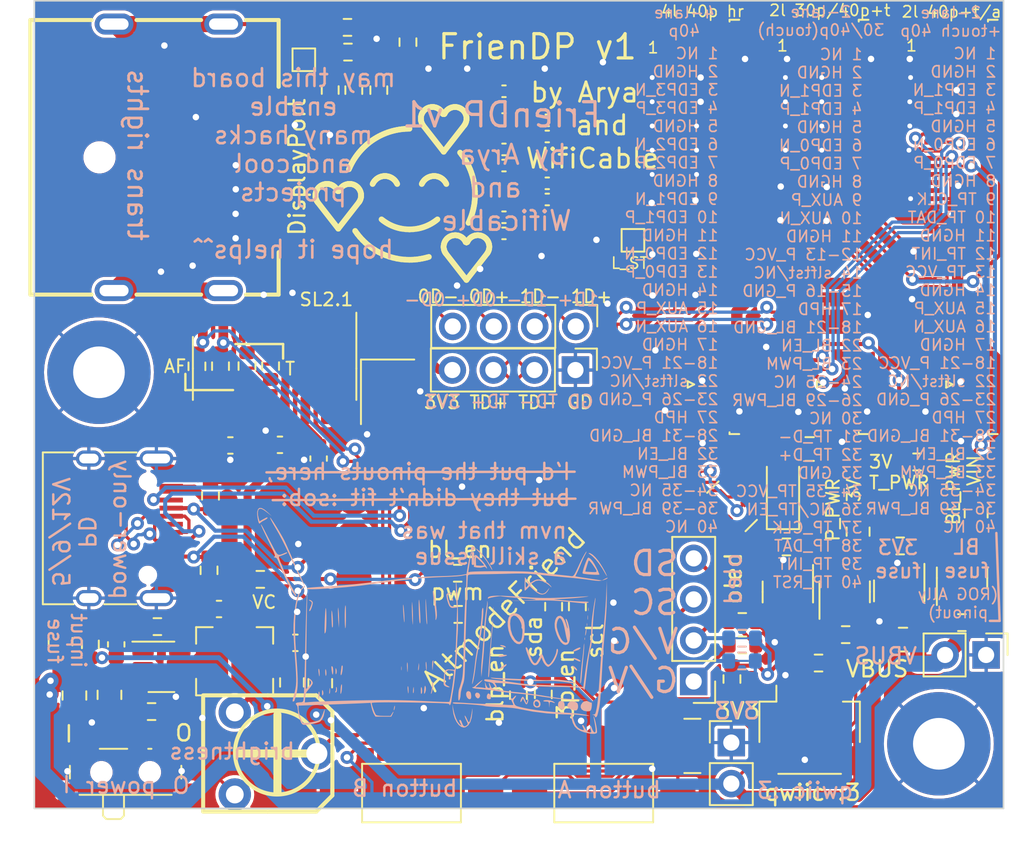
<source format=kicad_pcb>
(kicad_pcb (version 20240108) (generator "pcbnew") (generator_version "8.0")
  (layers (0 "F.Cu" signal) (1 "In1.Cu" signal) (2 "In2.Cu" signal) (31 "B.Cu" signal) (34 "B.Paste" user) (35 "F.Paste" user) (36 "B.SilkS" user "B.Silkscreen") (37 "F.SilkS" user "F.Silkscreen") (38 "B.Mask" user) (39 "F.Mask" user) (44 "Edge.Cuts" user))
  (net 0 "")
  (net 1 "eDP3-")
  (net 2 "eDP3+")
  (net 3 "eDP2-")
  (net 4 "eDP2+")
  (net 5 "eDP1-")
  (net 6 "eDP1+")
  (net 7 "eDP0-")
  (net 8 "eDP0+")
  (net 9 "eDP_AUX-")
  (net 10 "eDP_AUX+")
  (net 11 "GND")
  (net 12 "Net-(U3-BST)")
  (net 13 "/SW")
  (net 14 "Net-(U3-FB)")
  (net 15 "+3.3V")
  (net 16 "BL_PWR")
  (net 17 "T_RST")
  (net 18 "eDP_HPD")
  (net 19 "BL_EN")
  (net 20 "PWM")
  (net 22 "CC1")
  (net 23 "/SBU1")
  (net 24 "CC2")
  (net 25 "/SBU2")
  (net 26 "T_SCL")
  (net 27 "T_SDA")
  (net 28 "T_IRQ")
  (net 29 "T_VCC")
  (net 31 "Net-(CN1-GND-Pad21)")
  (net 32 "Net-(CN1-DP_PWR_RETURN)")
  (net 33 "Net-(CN1-GND-Pad14)")
  (net 34 "Net-(CN1-GND-Pad13)")
  (net 35 "Net-(CN1-HOT_PLUG)")
  (net 36 "Net-(Q1-D)")
  (net 39 "Net-(Q1-G)")
  (net 40 "Net-(CN1-DP_PWR)")
  (net 41 "P_PWR")
  (net 42 "Net-(Q4-D)")
  (net 43 "LCD_ST")
  (net 44 "BL_PWR_EN")
  (net 45 "P_PWR_EN")
  (net 46 "Net-(Q3-D)")
  (net 47 "/UH_1V8")
  (net 48 "/RPUSB_N")
  (net 49 "/RPUSB_P")
  (net 50 "/USBIN_P")
  (net 51 "/USBIN_N")
  (net 52 "/EUSB0_N")
  (net 53 "/EUSB0_P")
  (net 54 "/EUSB1_N")
  (net 55 "/EUSB1_P")
  (net 56 "Net-(U1-XOUT)")
  (net 57 "Net-(U1-XIN)")
  (net 58 "VBUS")
  (net 62 "EN")
  (net 63 "/TUSB_P")
  (net 64 "/TUSB_N")
  (net 65 "E_SDA")
  (net 66 "E_SCL")
  (net 73 "Net-(J7-Pin_1)")
  (net 74 "Net-(J7-Pin_2)")
  (net 75 "/eDP_R_3-")
  (net 76 "/eDP_R_3+")
  (net 77 "/eDP_R_2-")
  (net 78 "/eDP_R_2+")
  (net 79 "/eDP_R_1-")
  (net 80 "/eDP_R_1+")
  (net 81 "/eDP_R_0-")
  (net 82 "/eDP_R_0+")
  (net 83 "/eDP_R_AUX-")
  (net 84 "/eDP_R_AUX+")
  (net 85 "BUTT_ADC")
  (net 86 "Net-(RN2-R2.1)")
  (net 87 "Net-(RN2-R3.1)")
  (net 91 "Net-(J2-VBUS-PadA4)")
  (net 92 "VCONN")
  (net 93 "POT_ADC")
  (footprint "Resistor_SMD:R_0603_1608Metric" (layer "F.Cu") (at 93.165 82.615 -90)
    (property "Reference" "R10" (hide yes))
    (property "Value" "0R")
  )
  (footprint "Resistor_SMD:R_0603_1608Metric" (layer "F.Cu") (at 130.23 99.2425 180)
    (property "Reference" "R7" (hide yes))
    (property "Value" "10k")
  )
  (footprint "eepydp:DP-SMD_HYC16-DP20-178" (layer "F.Cu") (at 89.623604 69.69 -90)
    (property "Reference" "CN1" (hide yes))
    (property "Value" "HYC16-DP20-178")
  )
  (footprint "Diode_SMD:D_SOD-123F" (layer "F.Cu") (at 126.35 90.5 90)
    (property "Reference" "D1" (hide yes))
    (property "Value" "1N4148")
  )
  (footprint "eepydp:altmode_friend" (layer "F.Cu") (at 108.67 97.07 90)
    (property "Reference" "M1" (hide yes))
    (property "Value" "AltmodeFriend")
  )
  (footprint "eepydp:RES-ADJ-TH_VZ067TL1B202" (layer "F.Cu") (at 94.95 106.6 -90)
    (property "Reference" "RV1" (hide yes))
    (property "Value" "BRGHT")
  )
  (footprint "Resistor_SMD:R_0603_1608Metric" (layer "F.Cu") (at 99.416396 63.175)
    (property "Reference" "R2" (hide yes))
    (property "Value" "0Ω")
  )
  (footprint "Resistor_SMD:R_0603_1608Metric" (layer "F.Cu") (at 113.62 97.5 90)
    (property "Reference" "R29" (hide yes))
    (property "Value" "NC")
  )
  (footprint "Resistor_SMD:R_0603_1608Metric" (layer "F.Cu") (at 126.56 93.8125)
    (property "Reference" "R8" (hide yes))
    (property "Value" "10k")
  )
  (footprint "Connector_USB:USB_C_Receptacle_HRO_TYPE-C-31-M-12" (layer "F.Cu") (at 84.425 92.659167 -90)
    (property "Reference" "J2" (hide yes))
    (property "Value" "USB_C_Receptacle_USB2.0")
  )
  (footprint "Resistor_SMD:R_0603_1608Metric" (layer "F.Cu") (at 106.21 95.44)
    (property "Reference" "R31" (hide yes))
    (property "Value" "NC")
  )
  (footprint "Resistor_SMD:R_0603_1608Metric" (layer "F.Cu") (at 90.065 82.63 -90)
    (property "Reference" "R18" (hide yes))
    (property "Value" "0R")
  )
  (footprint "Resistor_SMD:R_0603_1608Metric" (layer "F.Cu") (at 123.19 101.99 90)
    (property "Reference" "R12" (hide yes))
    (property "Value" "5K1")
  )
  (footprint "Capacitor_SMD:C_0805_2012Metric" (layer "F.Cu") (at 84.65 102.97 -90)
    (property "Reference" "C15" (hide yes))
    (property "Value" "100nF")
  )
  (footprint "eepydp:SW_SPDT_PCM12_SH" (layer "F.Cu") (at 85.65 107.43)
    (property "Reference" "SW1" (hide yes))
    (property "Value" "SW_EN")
  )
  (footprint "eepydp:R_0603_1608Metric_Jumper" (layer "F.Cu") (at 103.13 62.56 90)
    (property "Reference" "R6" (hide yes))
    (property "Value" "0Ω")
  )
  (footprint "MountingHole:MountingHole_3.2mm_M3_Pad" (layer "F.Cu") (at 136 106)
    (property "Reference" "H2" (hide yes))
    (property "Value" "M3")
  )
  (footprint "Connector_FFC-FPC:TE_4-1734839-0_1x40-1MP_P0.5mm_Horizontal" (layer "F.Cu") (at 121 74 90)
    (property "Reference" "J6" (hide yes))
    (property "Value" "eDP")
  )
  (footprint "Inductor_SMD:L_Bourns-SRN4018" (layer "F.Cu") (at 92.4 100.89)
    (property "Reference" "L1" (hide yes))
    (property "Value" "Ls")
  )
  (footprint "Capacitor_SMD:C_0805_2012Metric" (layer "F.Cu") (at 95.95 102.2 90)
    (property "Reference" "C16" (hide yes))
    (property "Value" "1uF")
  )
  (footprint "Resistor_SMD:R_0603_1608Metric" (layer "F.Cu") (at 137.425 98.496666 180)
    (property "Reference" "R20" (hide yes))
    (property "Value" "10k")
  )
  (footprint "Package_TO_SOT_SMD:SOT-23" (layer "F.Cu") (at 133.545 96.5325 -90)
    (property "Reference" "Q2" (hide yes))
    (property "Value" "Q_NMOS_GSD")
  )
  (footprint "Fuse:Fuse_0805_2012Metric" (layer "F.Cu") (at 131 92.865 -90)
    (property "Reference" "F1" (hide yes))
    (property "Value" "Fuse")
  )
  (footprint "Package_TO_SOT_SMD:SOT-23" (layer "F.Cu") (at 126.65 96.6 -90)
    (property "Reference" "Q3" (hide yes))
    (property "Value" "Q_NMOS_GSD")
  )
  (footprint "Resistor_SMD:R_0603_1608Metric" (layer "F.Cu") (at 90.905 90.649167 90)
    (property "Reference" "R13" (hide yes))
    (property "Value" "5.1kΩ")
  )
  (footprint "Capacitor_SMD:C_0402_1005Metric" (layer "F.Cu") (at 109.074999 74.4)
    (property "Reference" "C9" (hide yes))
    (property "Value" "100nF")
  )
  (footprint "Connector_PinHeader_2.54mm:PinHeader_1x02_P2.54mm_Vertical" (layer "F.Cu") (at 123.15 105.925)
    (property "Reference" "J8" (hide yes))
    (property "Value" "3V3")
  )
  (footprint "Capacitor_SMD:C_0603_1608Metric" (layer "F.Cu") (at 96.16 99.75)
    (property "Reference" "C17" (hide yes))
    (property "Value" "100nF")
  )
  (footprint "Resistor_SMD:R_0603_1608Metric" (layer "F.Cu") (at 91.525 82.62 -90)
    (property "Reference" "R22" (hide yes))
    (property "Value" "0R")
  )
  (footprint "Capacitor_SMD:C_0603_1608Metric" (layer "F.Cu") (at 92.135 87.53 180)
    (property "Reference" "C19" (hide yes))
    (property "Value" "100nF")
  )
  (footprint "Capacitor_SMD:C_0603_1608Metric" (layer "F.Cu") (at 91.4325 97.655)
    (property "Reference" "C12" (hide yes))
    (property "Value" "100nF")
  )
  (footprint "MountingHole:MountingHole_3.2mm_M3_Pad" (layer "F.Cu") (at 84 83)
    (property "Reference" "H1" (hide yes))
    (property "Value" "M3")
  )
  (footprint "Resistor_SMD:R_0603_1608Metric" (layer "F.Cu") (at 94.625 82.615 -90)
    (property "Reference" "R9" (hide yes))
    (property "Value" "0R")
  )
  (footprint "Capacitor_SMD:C_0603_1608Metric" (layer "F.Cu") (at 85.0675 99.845 -90)
    (property "Reference" "C13" (hide yes))
    (property "Value" "100pF")
  )
  (footprint "eepydp:R_0603_1608Metric_Jumper" (layer "F.Cu") (at 99.776608 65.53 90)
    (property "Reference" "R4" (hide yes))
    (property "Value" "0Ω")
  )
  (footprint "Connector_PinHeader_2.54mm:PinHeader_1x02_P2.54mm_Vertical" (layer "F.Cu") (at 138.925 100.5 -90)
    (property "Reference" "J9" (hide yes))
    (property "Value" "VBUS")
  )
  (footprint "Resistor_SMD:R_0603_1608Metric" (layer "F.Cu") (at 111.51 102.94 -90)
    (property "Reference" "R27" (hide yes))
    (property "Value" "NC")
  )
  (footprint "Resistor_SMD:R_0603_1608Metric" (layer "F.Cu") (at 99.386396 61.645)
    (property "Reference" "R1" (hide yes))
    (property "Value" "0Ω")
  )
  (footprint "Package_TO_SOT_SMD:TSOT-23-6" (layer "F.Cu") (at 87.8675 101.235)
    (property "Reference" "U3" (hide yes))
    (property "Value" "AP63200WU")
  )
  (footprint "Button_Switch_SMD:SW_SPST_FSMSM" (layer "F.Cu") (at 115.25 109.05 180)
    (property "Reference" "SW2" (hide yes))
    (property "Value" "B")
  )
  (footprint "Resistor_SMD:R_0603_1608Metric" (layer "F.Cu") (at 128.55 101)
    (property "Reference" "R11" (hide yes))
    (property "Value" "5K1")
  )
  (footprint "Capacitor_SMD:C_0402_1005Metric" (layer "F.Cu") (at 111.755001 67.4)
    (property "Reference" "C3" (hide yes))
    (property "Value" "100nF")
  )
  (footprint "Connector_PinHeader_2.54mm:PinHeader_1x04_P2.54mm_Vertical" (layer "F.Cu") (at 113.5 82.86 -90)
    (property "Reference" "J3" (hide yes))
    (property "Value" "USB_Touch")
  )
  (footprint "Resistor_SMD:R_Array_Convex_4x0603" (layer "F.Cu") (at 120.74 106.13)
    (property "Reference" "RN2" (hide yes))
    (property "Value" "T_PU")
  )
  (footprint "Capacitor_SMD:C_0805_2012Metric" (layer "F.Cu") (at 133.78 99.55 180)
    (property "Reference" "C21" (hide yes))
    (property "Value" "1uF")
  )
  (footprint "Resistor_SMD:R_0603_1608Metric" (layer "F.Cu") (at 133.605 93.75)
    (property "Reference" "R21" (hide yes))
    (property "Value" "10k")
  )
  (footprint "Capacitor_SMD:C_0402_1005Metric" (layer "F.Cu") (at 109.074999 73.4)
    (property "Reference" "C10" (hide yes))
    (property "Value" "100nF")
  )
  (footprint "Capacitor_SMD:C_0402_1005Metric" (layer "F.Cu") (at 109.074999 70.2)
    (property "Reference" "C6" (hide yes))
    (property "Value" "100nF")
  )
  (footprint "Capacitor_SMD:C_0402_1005Metric" (layer "F.Cu") (at 111.755001 68.4)
    (property "Reference" "C4" (hide yes))
    (property "Value" "100nF")
  )
  (footprint "Capacitor_SMD:C_0805_2012Metric" (layer "F.Cu") (at 82.48 103.01 -90)
    (property "Reference" "C14" (hide yes))
    (property "Value" "1uF")
  )
  (footprint "Resistor_SMD:R_0805_2012Metric" (layer "F.Cu") (at 81.62 99.6775 -90)
    (property "Reference" "R26" (hide yes))
    (property "Value" "F")
  )
  (footprint "Capacitor_SMD:C_0805_2012Metric" (layer "F.Cu") (at 128 87.75)
    (property "Reference" "C22" (hide yes))
    (property "Value" "4.7uF")
  )
  (footprint "Crystal:Crystal_SMD_3225-4Pin_3.2x2.5mm" (layer "F.Cu") (at 101.87 84.21 -90)
    (property "Reference" "Y3" (hide yes))
    (property "Value" "12MHz")
  )
  (footprint "Capacitor_SMD:C_0402_1005Metric" (layer "F.Cu") (at 109.074999 65.6)
    (property "Reference" "C1" (hide yes))
    (property "Value" "100nF")
  )
  (footprint "Resistor_SMD:R_0603_1608Metric" (layer "F.Cu") (at 87.6175 98.745)
    (property "Reference" "R16" (hide yes))
    (property "Value" "Rs2")
  )
  (footprint "eepydp:R_0603_1608Metric_Jumper" (layer "F.Cu") (at 93.99 95.82)
    (property "Reference" "R19" (hide yes))
    (property "Value" "0R")
  )
  (footprint "Resistor_SMD:R_0603_1608Metric" (layer "F.Cu") (at 109.97 102.99 -90)
    (property "Reference" "R32" (hide yes))
    (property "Value" "NC")
  )
  (footprint "TestPoint:TestPoint_Pad_1.0x1.0mm" (layer "F.Cu") (at 96.683604 63.65)
    (property "Reference" "TP1" (hide yes))
    (property "Value" "DP_PWR")
  )
  (footprint "eepydp:R_0603_1608Metric_Jumper" (layer "F.Cu") (at 101.326608 65.53 90)
    (property "Reference" "R5" (hide yes))
    (property "Value" "0Ω")
  )
  (footprint "Resistor_SMD:R_0603_1608Metric" (layer "F.Cu") (at 123.84 99.88 180)
    (property "Reference" "R24" (hide yes))
    (property "Value" "0R")
  )
  (footprint "Package_TO_SOT_SMD:SOT-23" (layer "F.Cu") (at 137.435 95.734166 90)
    (property "Reference" "Q1" (hide yes))
    (property "Value" "Q_PMOS_GSD")
  )
  (footprint "Resistor_SMD:R_0603_1608Metric" (layer "F.Cu") (at 83.4675 99.845 90)
    (property "Reference" "R17" (hide yes))
    (property "Value" "Rs1")
  )
  (footprint "Resistor_SMD:R_0603_1608Metric" (layer "F.Cu") (at 123.83 98.43 180)
    (property "Reference" "R25" (hide yes))
    (property "Value" "0R")
  )
  (footprint "Connector_JST:JST_SH_SM04B-SRSS-TB_1x04-1MP_P1.00mm_Horizontal" (layer "F.Cu") (at 128 105.175)
    (property "Reference" "J4" (hide yes))
    (property "Value" "QWIIC")
  )
  (footprint "Resistor_SMD:R_0603_1608Metric" (layer "F.Cu") (at 112.15 97.51 90)
    (property "Reference" "R28" (hide yes))
    (property "Value" "NC")
  )
  (footprint "Connector_PinHeader_2.54mm:PinHeader_1x04_P2.54mm_Vertical" (layer "F.Cu") (at 120.82 102.14 180)
    (property "Reference" "J7" (hide yes))
    (property "Value" "OLED")
  )
  (footprint "Resistor_SMD:R_0603_1608Metric" (layer "F.Cu") (at 90.815 95.259167 -90)
    (property "Reference" "R14" (hide yes))
    (property "Value" "5.1kΩ")
  )
  (footprint "Resistor_SMD:R_0603_1608Metric" (layer "F.Cu") (at 87.2575 104.005 180)
    (property "Reference" "R15" (hide yes))
    (property "Value" "5K1")
  )
  (footprint "TestPoint:TestPoint_Pad_1.0x1.0mm" (layer "F.Cu") (at 117.06 74.83)
    (property "Reference" "TP3" (hide yes))
    (property "Value" "LCD_SELF_TEST")
  )
  (footprint "Resistor_SMD:R_0603_1608Metric" (layer "F.Cu") (at 106.24 97.99)
    (property "Reference" "R30" (hide yes))
    (property "Value" "NC")
  )
  (footprint "Resistor_SMD:R_Array_Convex_4x0603" (layer "F.Cu") (at 123.195076 91.297868 -135)
    (property "Reference" "RN1" (hide yes))
    (property "Value" "T_PU")
  )
  (footprint "Package_SO:SO-16_3.9x9.9mm_P1.27mm" (layer "F.Cu") (at 94.875 82.76 -90)
    (property "Reference" "U1" (hide yes))
    (property "Value" "SL2.1A")
  )
  (footprint "Capacitor_SMD:C_0402_1005Metric" (layer "F.Cu") (at 111.755001 72.3)
    (property "Reference" "C8" (hide yes))
    (property "Value" "100nF")
  )
  (footprint "Capacitor_SMD:C_0402_1005Metric" (layer "F.Cu") (at 109.074999 66.6)
    (property "Reference" "C2" (hide yes))
    (property "Value" "100nF")
  )
  (footprint "Connector_FFC-FPC:TE_4-1734839-0_1x40-1MP_P0.5mm_Horizontal" (layer "F.Cu") (at 129 74 90)
    (property "Reference" "J1" (hide yes))
    (property "Value" "eDP")
  )
  (footprint "Capacitor_SMD:C_0603_1608Metric" (layer "F.Cu") (at 95.205 87.49 180)
    (property "Reference" "C11" (hide yes))
    (property "Value" "100nF")
  )
  (footprint "eepydp:R_0603_1608Metric_Jumper" (layer "F.Cu") (at 98.316608 65.525 -90)
    (property "Reference" "R3" (hide yes))
    (property "Value" "0Ω")
  )
  (footprint "Button_Switch_SMD:SW_SPST_FSMSM" (layer "F.Cu") (at 103.35 109.05)
    (property "Reference" "SW3" (hide yes))
    (property "Value" "A")
  )
  (footprint "Capacitor_SMD:C_0603_1608Metric" (layer "F.Cu") (at 97.6 88.34 -90)
    (property "Reference" "C20" (hide yes))
    (property "Value" "100nF")
  )
  (footprint "Capacitor_SMD:C_0805_2012Metric" (layer "F.Cu") (at 97.7 102.25 90)
    (property "Reference" "C18" (hide yes))
    (property "Value" "1uF")
  )
  (footprint "Capacitor_SMD:C_0402_1005Metric" (layer "F.Cu") (at 109.074999 69.2)
    (property "Reference" "C5" (hide yes))
    (property "Value" "100nF")
  )
  (footprint "Connector_PinHeader_2.54mm:PinHeader_1x04_P2.54mm_Vertical" (layer "F.Cu") (at 113.52 80.16 -90)
    (property "Reference" "J10" (hide yes))
    (property "Value" "USB_Extra")
  )
  (footprint "Capacitor_SMD:C_0402_1005Metric" (layer "F.Cu") (at 111.755001 71.3)
    (property "Reference" "C7" (hide yes))
    (property "Value" "100nF")
  )
  (footprint "eepydp:R_0603_1608Metric_Jumper" (layer "F.Cu") (at 134.65 88.55)
    (property "Reference" "R23" (hide yes))
    (property "Value" "0Ω")
  )
  (footprint "Fuse:Fuse_0805_2012Metric" (layer "F.Cu") (at 138.31 91.731666 -90)
    (property "Reference" "F2" (hide yes))
    (property "Value" "Fuse")
  )
  (footprint "Package_TO_SOT_SMD:SOT-23" (layer "F.Cu") (at 130.17 96.5925 90)
    (property "Reference" "Q4" (hide yes))
    (property "Value" "Q_PMOS_GSD")
  )
  (footprint "Connector_FFC-FPC:TE_4-1734839-0_1x40-1MP_P0.5mm_Horizontal" (layer "F.Cu") (at 137 74 90)
    (property "Reference" "J5" (hide yes))
    (property "Value" "eDP_40p_2L_touch_ally")
  )
  (footprint "eepydp:R_0603_1608Metric_Jumper" (layer "B.Cu") (at 123.81 100.87 180)
    (property "Reference" "JP1" (hide yes))
    (property "Value" "J")
  )
  (footprint "LOGO" (layer "B.Cu") (at 104.62 98.39 180)
    (property "Reference" "G***" (hide yes))
    (property "Value" "LOGO" (hide yes))
  )
  (footprint "eepydp:R_0603_1608Metric_Jumper" (layer "B.Cu") (at 123.815 99.46 180)
    (property "Reference" "JP2" (hide yes))
    (property "Value" "J")
  )
  (gr_line (start 139.76 98.39) (end 139.16 98.39) (stroke (width 0.15)) (layer "B.SilkS"))
  (gr_line (start 94.37 89.195) (end 113.45 89.155) (stroke (width 0.15)) (layer "B.SilkS"))
  (gr_line (start 113.5 90.825) (end 94.76 90.915) (stroke (width 0.15)) (layer "B.SilkS"))
  (gr_line (start 139.76 98.39) (end 139.56 92.95) (stroke (width 0.15)) (layer "B.SilkS"))
  (gr_line (start 101.40531 70.904094) (end 101.365667 70.920521) (stroke (width 0.352774)) (layer "F.SilkS"))
  (gr_line (start 105.33025 67.013286) (end 105.327249 67.012605) (stroke (width 0.352774)) (layer "F.SilkS"))
  (gr_line (start 105.354199 67.013339) (end 105.35126 67.013839) (stroke (width 0.352774)) (layer "F.SilkS"))
  (gr_line (start 106.686639 67.595508) (end 106.701331 67.56262) (stroke (width 0.1)) (layer "F.SilkS"))
  (gr_line (start 106.254445 74.540119) (end 106.230322 74.533589) (stroke (width 0.352774)) (layer "F.SilkS"))
  (gr_line (start 108.125337 75.466736) (end 108.136479 75.43308) (stroke (width 0.1)) (layer "F.SilkS"))
  (gr_line (start 89.35 84.1) (end 89.35 83.1) (stroke (width 0.15)) (layer "F.SilkS"))
  (gr_line (start 97.544869 71.624165) (end 97.524953 71.652174) (stroke (width 0.352774)) (layer "F.SilkS"))
  (gr_line (start 106.348645 66.643937) (end 106.315757 66.629245) (stroke (width 0.1)) (layer "F.SilkS"))
  (gr_line (start 104.487983 70.889847) (end 104.447988 70.904094) (stroke (width 0.352774)) (layer "F.SilkS"))
  (gr_line (start 106.713474 74.937243) (end 106.711532 74.93553) (stroke (width 0.352774)) (layer "F.SilkS"))
  (gr_line (start 103.455611 74.143102) (end 103.225475 74.152815) (stroke (width 0.352774)) (layer "F.SilkS"))
  (gr_line (start 105.477744 75.647554) (end 106.753605 77.283511) (stroke (width 0.1)) (layer "F.SilkS"))
  (gr_line (start 98.340848 71.372509) (end 98.317025 71.36515) (stroke (width 0.352774)) (layer "F.SilkS"))
  (gr_line (start 105.088918 66.731116) (end 105.061351 66.710224) (stroke (width 0.1)) (layer "F.SilkS"))
  (gr_line (start 108.139301 75.42379) (end 108.148133 75.390072) (stroke (width 0.352774)) (layer "F.SilkS"))
  (gr_line (start 102.302873 68.026709) (end 102.452086 67.994971) (stroke (width 0.352774)) (layer "F.SilkS"))
  (gr_line (start 102.112104 70.955307) (end 102.076701 70.936575) (stroke (width 0.352774)) (layer "F.SilkS"))
  (gr_line (start 99.156038 71.434131) (end 99.126567 71.452237) (stroke (width 0.1)) (layer "F.SilkS"))
  (gr_line (start 106.749634 67.384523) (end 106.753419 67.350238) (stroke (width 0.352774)) (layer "F.SilkS"))
  (gr_line (start 102.003494 70.90432) (end 101.965829 70.890849) (stroke (width 0.352774)) (layer "F.SilkS"))
  (gr_line (start 105.140518 66.775496) (end 105.122404 66.758494) (stroke (width 0.352774)) (layer "F.SilkS"))
  (gr_line (start 106.643192 74.822463) (end 106.622274 74.793511) (stroke (width 0.1)) (layer "F.SilkS"))
  (gr_line (start 107.093454 74.609095) (end 107.063984 74.627202) (stroke (width 0.1)) (layer "F.SilkS"))
  (gr_line (start 98.925431 71.64919) (end 98.905543 71.680096) (stroke (width 0.1)) (layer "F.SilkS"))
  (gr_line (start 98.901014 71.687637) (end 98.89658 71.695233) (stroke (width 0.1)) (layer "F.SilkS"))
  (gr_line (start 106.804547 74.925041) (end 106.80273 74.927552) (stroke (width 0.352774)) (layer "F.SilkS"))
  (gr_line (start 101.263717 70.974548) (end 101.231706 70.9955) (stroke (width 0.352774)) (layer "F.SilkS"))
  (gr_line (start 108.137773 75.024106) (end 108.127302 74.99147) (stroke (width 0.1)) (layer "F.SilkS"))
  (gr_line (start 104.499656 66.589251) (end 104.465094 66.59723) (stroke (width 0.352774)) (layer "F.SilkS"))
  (gr_line (start 106.792114 74.938392) (end 106.789721 74.940204) (stroke (width 0.352774)) (layer "F.SilkS"))
  (gr_line (start 106.71767 67.519772) (end 106.728205 67.486369) (stroke (width 0.352774)) (layer "F.SilkS"))
  (gr_line (start 98.789251 71.77076) (end 98.786915 71.769571) (stroke (width 0.1)) (layer "F.SilkS"))
  (gr_line (start 105.321421 67.010775) (end 105.318482 67.009622) (stroke (width 0.1)) (layer "F.SilkS"))
  (gr_line (start 106.765295 74.950759) (end 106.762356 74.951259) (stroke (width 0.352774)) (layer "F.SilkS"))
  (gr_line (start 107.250921 74.541319) (end 107.218284 74.55179) (stroke (width 0.1)) (layer "F.SilkS"))
  (gr_line (start 108.050223 75.617302) (end 108.069413 75.58641) (stroke (width 0.352774)) (layer "F.SilkS"))
  (gr_line (start 106.752684 67.221099) (end 106.748593 67.187039) (stroke (width 0.1)) (layer "F.SilkS"))
  (gr_line (start 99.688535 71.358263) (end 99.654358 71.350612) (stroke (width 0.1)) (layer "F.SilkS"))
  (gr_line (start 98.86883 71.747434) (end 98.867128 71.750055) (stroke (width 0.352774)) (layer "F.SilkS"))
  (gr_line (start 100.682661 75.139533) (end 100.497701 74.98124) (stroke (width 0.352774)) (layer "F.SilkS"))
  (gr_line (start 105.680502 74.618505) (end 105.65028 74.638104) (stroke (width 0.1)) (layer "F.SilkS"))
  (gr_line (start 98.807062 71.776264) (end 98.80405 71.775738) (stroke (width 0.1)) (layer "F.SilkS"))
  (gr_line (start 106.473382 66.719816) (end 106.443837 66.698617) (stroke (width 0.1)) (layer "F.SilkS"))
  (gr_line (start 105.898953 66.588792) (end 105.86554 66.596447) (stroke (width 0.352774)) (layer "F.SilkS"))
  (gr_line (start 95.4 81.25) (end 95.4 82.15) (stroke (width 0.15)) (layer "F.SilkS"))
  (gr_line (start 97.496444 72.404656) (end 97.504597 72.41863) (stroke (width 0.1)) (layer "F.SilkS"))
  (gr_line (start 98.410317 71.399435) (end 98.387514 71.389664) (stroke (width 0.352774)) (layer "F.SilkS"))
  (gr_line (start 98.317025 71.36515) (end 98.292902 71.358621) (stroke (width 0.352774)) (layer "F.SilkS"))
  (gr_line (start 98.768861 71.754959) (end 98.76723 71.752945) (stroke (width 0.1)) (layer "F.SilkS"))
  (gr_line (start 106.923154 73.649702) (end 106.875648 73.750881) (stroke (width 0.352774)) (layer "F.SilkS"))
  (gr_line (start 105.442017 75.593598) (end 105.450485 75.607383) (stroke (width 0.1)) (layer "F.SilkS"))
  (gr_line (start 108.135729 75.016363) (end 108.124894 74.983764) (stroke (width 0.352774)) (layer "F.SilkS"))
  (gr_line (start 103.689062 76.008948) (end 103.536094 76.023432) (stroke (width 0.352774)) (layer "F.SilkS"))
  (gr_line (start 98.859227 71.759421) (end 98.857005 71.761473) (stroke (width 0.352774)) (layer "F.SilkS"))
  (gr_line (start 100.221263 71.94157) (end 100.215214 71.907845) (stroke (width 0.352774)) (layer "F.SilkS"))
  (gr_line (start 103.950835 67.463276) (end 103.960439 67.497677) (stroke (width 0.1)) (layer "F.SilkS"))
  (gr_line (start 105.974236 66.577892) (end 105.940176 66.581983) (stroke (width 0.1)) (layer "F.SilkS"))
  (gr_line (start 102.318008 73.997413) (end 102.208743 73.956135) (stroke (width 0.352774)) (layer "F.SilkS"))
  (gr_line (start 106.29027 74.552773) (end 106.25767 74.542237) (stroke (width 0.1)) (layer "F.SilkS"))
  (gr_line (start 104.269408 66.681085) (end 104.239188 66.700684) (stroke (width 0.1)) (layer "F.SilkS"))
  (gr_line (start 105.348295 67.014198) (end 105.345309 67.014414) (stroke (width 0.352774)) (layer "F.SilkS"))
  (gr_line (start 104.001478 71.308958) (end 103.98498 71.343885) (stroke (width 0.352774)) (layer "F.SilkS"))
  (gr_line (start 97.97776 71.351335) (end 97.94318 71.359146) (stroke (width 0.1)) (layer "F.SilkS"))
  (gr_line (start 105.304391 67.001455) (end 105.302377 66.999823) (stroke (width 0.352774)) (layer "F.SilkS"))
  (gr_line (start 103.932658 67.220803) (end 103.930146 67.255201) (stroke (width 0.1)) (layer "F.SilkS"))
  (gr_line (start 97.417478 71.907618) (end 97.411198 71.942797) (stroke (width 0.352774)) (layer "F.SilkS"))
  (gr_line (start 97.473897 72.361656) (end 97.481091 72.376164) (stroke (width 0.1)) (layer "F.SilkS"))
  (gr_line (start 107.446199 74.511742) (end 107.411912 74.512919) (stroke (width 0.352774)) (layer "F.SilkS"))
  (gr_line (start 100.002002 71.528354) (end 99.975227 71.504717) (stroke (width 0.1)) (layer "F.SilkS"))
  (gr_line (start 107.186158 74.563818) (end 107.154603 74.577388) (stroke (width 0.1)) (layer "F.SilkS"))
  (gr_line (start 105.393574 66.987621) (end 105.391757 66.990132) (stroke (width 0.1)) (layer "F.SilkS"))
  (gr_line (start 101.589769 73.606482) (end 101.494235 73.531209) (stroke (width 0.352774)) (layer "F.SilkS"))
  (gr_line (start 100.160316 72.357959) (end 100.175008 72.325071) (stroke (width 0.1)) (layer "F.SilkS"))
  (gr_line (start 106.008498 66.575434) (end 105.974236 66.577892) (stroke (width 0.1)) (layer "F.SilkS"))
  (gr_line (start 102.766511 74.113964) (end 102.652996 74.092111) (stroke (width 0.352774)) (layer "F.SilkS"))
  (gr_line (start 105.046172 70.90432) (end 105.008506 70.890849) (stroke (width 0.352774)) (layer "F.SilkS"))
  (gr_line (start 107.211001 74.553952) (end 107.178903 74.566363) (stroke (width 0.352774)) (layer "F.SilkS"))
  (gr_line (start 100.094881 71.633549) (end 100.073825 71.605776) (stroke (width 0.1)) (layer "F.SilkS"))
  (gr_line (start 105.389709 66.992531) (end 105.387679 66.994816) (stroke (width 0.352774)) (layer "F.SilkS"))
  (gr_line (start 99.975227 71.504717) (end 99.94706 71.482268) (stroke (width 0.1)) (layer "F.SilkS"))
  (gr_line (start 106.077379 66.575474) (end 106.042899 66.574622) (stroke (width 0.1)) (layer "F.SilkS"))
  (gr_line (start 106.725382 67.495661) (end 106.734771 67.461713) (stroke (width 0.1)) (layer "F.SilkS"))
  (gr_line (start 104.367078 66.630969) (end 104.333575 66.646079) (stroke (width 0.1)) (layer "F.SilkS"))
  (gr_line (start 107.557425 74.519644) (end 107.522973 74.515423) (stroke (width 0.1)) (layer "F.SilkS"))
  (gr_line (start 105.206992 66.84992) (end 105.19131 66.830376) (stroke (width 0.352774)) (layer "F.SilkS"))
  (gr_line (start 98.21893 71.344133) (end 98.193805 71.341045) (stroke (width 0.352774)) (layer "F.SilkS"))
  (gr_line (start 104.981088 66.658853) (end 104.959064 66.647535) (stroke (width 0.352774)) (layer "F.SilkS"))
  (gr_line (start 104.93664 66.636984) (end 104.913837 66.627213) (stroke (width 0.352774)) (layer "F.SilkS"))
  (gr_line (start 106.735359 74.949189) (end 106.732394 74.948196) (stroke (width 0.352774)) (layer "F.SilkS"))
  (gr_line (start 104.959064 66.647535) (end 104.93664 66.636984) (stroke (width 0.352774)) (layer "F.SilkS"))
  (gr_line (start 106.862851 74.824158) (end 106.842963 74.855064) (stroke (width 0.1)) (layer "F.SilkS"))
  (gr_line (start 105.872909 66.595002) (end 105.839824 66.6039) (stroke (width 0.1)) (layer "F.SilkS"))
  (gr_line (start 106.726676 67.086686) (end 106.716205 67.05405) (stroke (width 0.1)) (layer "F.SilkS"))
  (gr_line (start 97.4734 71.741878) (end 97.459096 71.773523) (stroke (width 0.352774)) (layer "F.SilkS"))
  (gr_line (start 97.468849 71.752536) (end 97.455249 71.783997) (stroke (width 0.1)) (layer "F.SilkS"))
  (gr_line (start 108.124894 74.983764) (end 108.112483 74.951666) (stroke (width 0.352774)) (layer "F.SilkS"))
  (gr_line (start 97.403819 72.017653) (end 97.402976 72.052231) (stroke (width 0.1)) (layer "F.SilkS"))
  (gr_line (start 98.76723 71.752945) (end 98.765682 71.750862) (stroke (width 0.1)) (layer "F.SilkS"))
  (gr_line (start 105.382953 75.469258) (end 105.396207 75.503121) (stroke (width 0.1)) (layer "F.SilkS"))
  (gr_line (start 106.658317 67.648989) (end 106.675757 67.61747) (stroke (width 0.352774)) (layer "F.SilkS"))
  (gr_line (start 106.533501 74.695915) (end 106.51483 74.67958) (stroke (width 0.352774)) (layer "F.SilkS"))
  (gr_line (start 106.706158 74.929927) (end 106.704527 74.927913) (stroke (width 0.352774)) (layer "F.SilkS"))
  (gr_line (start 107.514896 74.514331) (end 107.480548 74.51221) (stroke (width 0.352774)) (layer "F.SilkS"))
  (gr_line (start 97.662905 71.500334) (end 97.636986 71.522789) (stroke (width 0.352774)) (layer "F.SilkS"))
  (gr_line (start 102.146614 70.975739) (end 102.112104 70.955307) (stroke (width 0.352774)) (layer "F.SilkS"))
  (gr_line (start 105.293553 66.990493) (end 105.292005 66.98841) (stroke (width 0.1)) (layer "F.SilkS"))
  (gr_line (start 106.809414 74.916854) (end 106.807956 74.91969) (stroke (width 0.1)) (layer "F.SilkS"))
  (gr_line (start 103.929295 67.289134) (end 103.929714 67.313605) (stroke (width 0.352774)) (layer "F.SilkS"))
  (gr_line (start 100.128474 71.684036) (end 100.109857 71.654568) (stroke (width 0.352774)) (layer "F.SilkS"))
  (gr_line (start 106.180673 66.588153) (end 106.146328 66.582224) (stroke (width 0.1)) (layer "F.SilkS"))
  (gr_line (start 98.816185 74.108541) (end 100.084603 72.482605) (stroke (width 0.1)) (layer "F.SilkS"))
  (gr_line (start 104.650103 70.854119) (end 104.60939 70.859915) (stroke (width 0.352774)) (layer "F.SilkS"))
  (gr_line (start 107.453996 74.512042) (end 107.419595 74.512853) (stroke (width 0.1)) (layer "F.SilkS"))
  (gr_line (start 98.84983 71.766907) (end 98.847286 71.768471) (stroke (width 0.352774)) (layer "F.SilkS"))
  (gr_line (start 97.566074 71.597177) (end 97.544869 71.624165) (stroke (width 0.352774)) (layer "F.SilkS"))
  (gr_line (start 100.229685 72.043994) (end 100.228508 72.009707) (stroke (width 0.352774)) (layer "F.SilkS"))
  (gr_line (start 106.647459 74.828227) (end 106.633113 74.807488) (stroke (width 0.352774)) (layer "F.SilkS"))
  (gr_line (start 105.387679 66.994816) (end 105.38555 66.996986) (stroke (width 0.352774)) (layer "F.SilkS"))
  (gr_line (start 107.063984 74.627202) (end 107.035331 74.646791) (stroke (width 0.1)) (layer "F.SilkS"))
  (gr_line (start 98.416372 71.403483) (end 98.38491 71.389883) (stroke (width 0.1)) (layer "F.SilkS"))
  (gr_line (start 104.03092 67.656178) (end 104.039388 67.669963) (stroke (width 0.1)) (layer "F.SilkS"))
  (gr_line (start 105.19131 66.830376) (end 105.174991 66.811449) (stroke (width 0.352774)) (layer "F.SilkS"))
  (gr_line (start 104.184869 71.066585) (end 104.157346 71.09288) (stroke (width 0.352774)) (layer "F.SilkS"))
  (gr_line (start 106.586088 74.74887) (end 106.56915 74.730572) (stroke (width 0.352774)) (layer "F.SilkS"))
  (gr_line (start 98.76422 71.748712) (end 98.762847 71.746497) (stroke (width 0.1)) (layer "F.SilkS"))
  (gr_line (start 106.206212 66.593292) (end 106.172242 66.586152) (stroke (width 0.352774)) (layer "F.SilkS"))
  (gr_line (start 101.066649 68.542803) (end 101.193204 68.466293) (stroke (width 0.352774)) (layer "F.SilkS"))
  (gr_line (start 98.743592 71.709187) (end 98.725371 71.677716) (stroke (width 0.1)) (layer "F.SilkS"))
  (gr_line (start 98.879806 71.726133) (end 98.875852 71.733985) (stroke (width 0.1)) (layer "F.SilkS"))
  (gr_line (start 97.424511 72.225728) (end 97.434115 72.260129) (stroke (width 0.1)) (layer "F.SilkS"))
  (gr_line (start 105.324263 67.011769) (end 105.321298 67.010775) (stroke (width 0.352774)) (layer "F.SilkS"))
  (gr_line (start 105.406269 74.927504) (end 105.392669 74.958966) (stroke (width 0.1)) (layer "F.SilkS"))
  (gr_line (start 105.373732 67.006036) (end 105.37112 67.007474) (stroke (width 0.1)) (layer "F.SilkS"))
  (gr_line (start 106.6589 66.92922) (end 106.640793 66.899749) (stroke (width 0.1)) (layer "F.SilkS"))
  (gr_line (start 106.282454 66.616336) (end 106.248798 66.605194) (stroke (width 0.1)) (layer "F.SilkS"))
  (gr_line (start 106.717695 74.940423) (end 106.715611 74.938875) (stroke (width 0.1)) (layer "F.SilkS"))
  (gr_line (start 106.711655 74.93553) (end 106.709786 74.933738) (stroke (width 0.1)) (layer "F.SilkS"))
  (gr_line (start 106.501549 66.742265) (end 106.473382 66.719816) (stroke (width 0.1)) (layer "F.SilkS"))
  (gr_line (start 105.119378 70.936575) (end 105.083152 70.919571) (stroke (width 0.352774)) (layer "F.SilkS"))
  (gr_line (start 103.930223 67.252373) (end 103.929295 67.289134) (stroke (width 0.352774)) (layer "F.SilkS"))
  (gr_line (start 104.447988 70.904094) (end 104.408345 70.920521) (stroke (width 0.352774)) (layer "F.SilkS"))
  (gr_line (start 99.966423 71.497057) (end 99.93732 71.474606) (stroke (width 0.352774)) (layer "F.SilkS"))
  (gr_line (start 105.437965 66.907489) (end 105.429355 66.921499) (stroke (width 0.352774)) (layer "F.SilkS"))
  (gr_line (start 102.428581 74.033835) (end 102.318008 73.997413) (stroke (width 0.352774)) (layer "F.SilkS"))
  (gr_line (start 106.744884 69.958893) (end 106.82729 70.109503) (stroke (width 0.352774)) (layer "F.SilkS"))
  (gr_line (start 97.743082 71.443537) (end 97.71286 71.463136) (stroke (width 0.1)) (layer "F.SilkS"))
  (gr_line (start 104.694803 66.576397) (end 104.669296 66.575106) (stroke (width 0.352774)) (layer "F.SilkS"))
  (gr_line (start 106.747499 74.951606) (end 106.744482 74.951232) (stroke (width 0.1)) (layer "F.SilkS"))
  (gr_line (start 106.381057 66.660426) (end 106.348645 66.643937) (stroke (width 0.1)) (layer "F.SilkS"))
  (gr_line (start 107.123681 74.592485) (end 107.093454 74.609095) (stroke (width 0.1)) (layer "F.SilkS"))
  (gr_line (start 104.794822 66.590481) (end 104.770158 66.585648) (stroke (width 0.352774)) (layer "F.SilkS"))
  (gr_line (start 104.606866 66.575662) (end 104.570586 66.578422) (stroke (width 0.352774)) (layer "F.SilkS"))
  (gr_line (start 104.812325 70.851133) (end 104.772002 70.848903) (stroke (width 0.352774)) (layer "F.SilkS"))
  (gr_line (start 99.533598 70.29406) (end 99.597895 70.159934) (stroke (width 0.352774)) (layer "F.SilkS"))
  (gr_line (start 105.368446 67.008783) (end 105.365715 67.009962) (stroke (width 0.1)) (layer "F.SilkS"))
  (gr_line (start 100.003961 74.444421) (end 99.86142 74.246495) (stroke (width 0.352774)) (layer "F.SilkS"))
  (gr_line (start 105.313238 67.007119) (end 105.310962 67.005837) (stroke (width 0.1)) (layer "F.SilkS"))
  (gr_line (start 108.047276 74.829536) (end 108.027132 74.800883) (stroke (width 0.352774)) (layer "F.SilkS"))
  (gr_line (start 98.822095 71.77665) (end 98.819109 71.776866) (stroke (width 0.1)) (layer "F.SilkS"))
  (gr_line (start 98.664987 71.59282) (end 98.648667 71.573894) (stroke (width 0.352774)) (layer "F.SilkS"))
  (gr_line (start 106.616035 66.863462) (end 106.594374 66.835686) (stroke (width 0.352774)) (layer "F.SilkS"))
  (gr_line (start 98.762723 71.74648) (end 98.761441 71.744203) (stroke (width 0.352774)) (layer "F.SilkS"))
  (gr_line (start 98.38491 71.389883) (end 98.352849 71.377805) (stroke (width 0.1)) (layer "F.SilkS"))
  (gr_line (start 97.807596 71.407643) (end 97.776795 71.423421) (stroke (width 0.352774)) (layer "F.SilkS"))
  (gr_line (start 105.327372 67.012605) (end 105.324386 67.011769) (stroke (width 0.1)) (layer "F.SilkS"))
  (gr_line (start 100.228508 72.009707) (end 100.225698 71.975545) (stroke (width 0.352774)) (layer "F.SilkS"))
  (gr_line (start 106.752021 67.213092) (end 106.747586 67.179117) (stroke (width 0.352774)) (layer "F.SilkS"))
  (gr_line (start 107.854934 74.636036) (end 107.824028 74.616148) (stroke (width 0.1)) (layer "F.SilkS"))
  (gr_line (start 108.022023 75.657573) (end 108.062944 75.597213) (stroke (width 0.1)) (layer "F.SilkS"))
  (gr_line (start 98.839269 71.772397) (end 98.836485 71.773443) (stroke (width 0.352774)) (layer "F.SilkS"))
  (gr_line (start 103.944218 67.434368) (end 103.94956 67.458059) (stroke (width 0.352774)) (layer "F.SilkS"))
  (gr_line (start 100.020214 71.545467) (end 99.994058 71.520698) (stroke (width 0.352774)) (layer "F.SilkS"))
  (gr_line (start 98.833655 71.774356) (end 98.830784 71.775134) (stroke (width 0.352774)) (layer "F.SilkS"))
  (gr_line (start 104.156229 66.767151) (end 104.131214 66.791662) (stroke (width 0.1)) (layer "F.SilkS"))
  (gr_line (start 105.368323 67.008783) (end 105.365592 67.009962) (stroke (width 0.352774)) (layer "F.SilkS"))
  (gr_line (start 98.782425 71.766916) (end 98.780275 71.765455) (stroke (width 0.1)) (layer "F.SilkS"))
  (gr_line (start 106.433442 66.691203) (end 106.40255 66.672012) (stroke (width 0.352774)) (layer "F.SilkS"))
  (gr_line (start 99.93732 71.474606) (end 99.907119 71.453655) (stroke (width 0.352774)) (layer "F.SilkS"))
  (gr_line (start 106.103799 66.57691) (end 106.069451 66.574789) (stroke (width 0.352774)) (layer "F.SilkS"))
  (gr_line (start 106.74147 74.950706) (end 106.738469 74.950025) (stroke (width 0.1)) (layer "F.SilkS"))
  (gr_line (start 102.357394 71.164145) (end 102.331066 71.132554) (stroke (width 0.352774)) (layer "F.SilkS"))
  (gr_line (start 105.411317 75.536624) (end 105.418511 75.551132) (stroke (width 0.1)) (layer "F.SilkS"))
  (gr_line (start 102.180163 70.997845) (end 102.146614 70.975739) (stroke (width 0.352774)) (layer "F.SilkS"))
  (gr_line (start 107.903843 74.672025) (end 107.87474 74.649574) (stroke (width 0.352774)) (layer "F.SilkS"))
  (gr_line (start 101.114668 71.09288) (end 101.088374 71.120404) (stroke (width 0.352774)) (layer "F.SilkS"))
  (gr_line (start 98.770574 71.756902) (end 98.768861 71.754959) (stroke (width 0.1)) (layer "F.SilkS"))
  (gr_line (start 99.339217 71.358899) (end 99.30618 71.368149) (stroke (width 0.352774)) (layer "F.SilkS"))
  (gr_line (start 105.296898 66.99445) (end 105.295184 66.992507) (stroke (width 0.1)) (layer "F.SilkS"))
  (gr_line (start 108.158683 75.116538) (end 108.152633 75.082813) (stroke (width 0.352774)) (layer "F.SilkS"))
  (gr_line (start 105.290543 66.98626) (end 105.28917 66.984045) (stroke (width 0.1)) (layer "F.SilkS"))
  (gr_line (start 103.381529 76.032201) (end 103.225475 76.035148) (stroke (width 0.352774)) (layer "F.SilkS"))
  (gr_line (start 105.023859 66.683738) (end 105.002693 66.670924) (stroke (width 0.352774)) (layer "F.SilkS"))
  (gr_line (start 107.693551 74.553755) (end 107.659895 74.542614) (stroke (width 0.1)) (layer "F.SilkS"))
  (gr_line (start 104.242206 73.956135) (end 104.132941 73.997413) (stroke (width 0.352774)) (layer "F.SilkS"))
  (gr_line (start 100.9588 71.308958) (end 100.942303 71.343885) (stroke (width 0.352774)) (layer "F.SilkS"))
  (gr_line (start 105.396207 75.503121) (end 105.411317 75.536624) (stroke (width 0.1)) (layer "F.SilkS"))
  (gr_line (start 97.425453 71.873056) (end 97.417478 71.907618) (stroke (width 0.352774)) (layer "F.SilkS"))
  (gr_line (start 108.102552 75.522807) (end 108.11652 75.49022) (stroke (width 0.352774)) (layer "F.SilkS"))
  (gr_line (start 103.985419 67.011071) (end 103.97263 67.043512) (stroke (width 0.352774)) (layer "F.SilkS"))
  (gr_line (start 108.05189 74.837169) (end 108.032301 74.808517) (stroke (width 0.1)) (layer "F.SilkS"))
  (gr_line (start 105.250011 66.912126) (end 105.236362 66.890807) (stroke (width 0.352774)) (layer "F.SilkS"))
  (gr_line (start 98.243835 71.3481) (end 98.21893 71.344133) (stroke (width 0.352774)) (layer "F.SilkS"))
  (gr_line (start 97.429379 72.244) (end 97.436316 72.267267) (stroke (width 0.352774)) (layer "F.SilkS"))
  (gr_line (start 98.352849 71.377805) (end 98.320249 71.367269) (stroke (width 0.1)) (layer "F.SilkS"))
  (gr_line (start 98.836609 71.773461) (end 98.833779 71.774374) (stroke (width 0.1)) (layer "F.SilkS"))
  (gr_line (start 105.236362 66.890807) (end 105.222016 66.870068) (stroke (width 0.352774)) (layer "F.SilkS"))
  (gr_line (start 102.964934 76.026916) (end 102.708774 76.002554) (stroke (width 0.352774)) (layer "F.SilkS"))
  (gr_line (start 108.029272 75.647503) (end 108.050223 75.617302) (stroke (width 0.352774)) (layer "F.SilkS"))
  (gr_line (start 98.89658 71.695233) (end 98.892243 71.70288) (stroke (width 0.1)) (layer "F.SilkS"))
  (gr_line (start 106.980728 74.690356) (end 106.9549 74.714302) (stroke (width 0.1)) (layer "F.SilkS"))
  (gr_line (start 105.222841 70.997845) (end 105.189292 70.975739) (stroke (width 0.352774)) (layer "F.SilkS"))
  (gr_line (start 104.504083 66.588883) (end 104.469503 66.596694) (stroke (width 0.1)) (layer "F.SilkS"))
  (gr_line (start 104.33392 66.645191) (end 104.303118 66.660969) (stroke (width 0.352774)) (layer "F.SilkS"))
  (gr_line (start 106.737037 67.452651) (end 106.744177 67.418681) (stroke (width 0.352774)) (layer "F.SilkS"))
  (gr_line (start 99.186265 71.417522) (end 99.156038 71.434131) (stroke (width 0.1)) (layer "F.SilkS"))
  (gr_line (start 102.155737 68.063861) (end 102.302873 68.026709) (stroke (width 0.352774)) (layer "F.SilkS"))
  (gr_line (start 101.6888 70.84864) (end 101.648144 70.85037) (stroke (width 0.352774)) (layer "F.SilkS"))
  (gr_line (start 105.488165 66.837583) (end 105.465715 66.866687) (stroke (width 0.352774)) (layer "F.SilkS"))
  (gr_line (start 105.495402 66.829026) (end 105.472953 66.857194) (stroke (width 0.1)) (layer "F.SilkS"))
  (gr_line (start 98.794975 71.77321) (end 98.792035 71.772057) (stroke (width 0.352774)) (layer "F.SilkS"))
  (gr_line (start 106.172242 66.586152) (end 106.138084 66.580695) (stroke (width 0.352774)) (layer "F.SilkS"))
  (gr_line (start 106.353792 74.578451) (end 106.32233 74.564852) (stroke (width 0.1)) (layer "F.SilkS"))
  (gr_line (start 97.402972 72.051586) (end 97.403391 72.076057) (stroke (width 0.352774)) (layer "F.SilkS"))
  (gr_line (start 105.446897 66.893679) (end 105.437965 66.907489) (stroke (width 0.352774)) (layer "F.SilkS"))
  (gr_line (start 105.402175 66.971533) (end 105.398317 66.979433) (stroke (width 0.1)) (layer "F.SilkS"))
  (gr_line (start 105.34604 71.102477) (end 105.317028 71.073941) (stroke (width 0.352774)) (layer "F.SilkS"))
  (gr_line (start 106.903426 70.263895) (end 106.973122 70.421899) (stroke (width 0.352774)) (layer "F.SilkS"))
  (gr_line (start 104.456159 73.859009) (end 104.35 73.91) (stroke (width 0.352774)) (layer "F.SilkS"))
  (gr_line (start 98.842 71.771218) (end 98.839269 71.772397) (stroke (width 0.352774)) (layer "F.SilkS"))
  (gr_line (start 106.71424 67.529317) (end 106.725382 67.495661) (stroke (width 0.1)) (layer "F.SilkS"))
  (gr_line (start 106.804671 74.925041) (end 106.802854 74.927552) (stroke (width 0.1)) (layer "F.SilkS"))
  (gr_line (start 106.412931 66.678728) (end 106.381057 66.660426) (stroke (width 0.1)) (layer "F.SilkS"))
  (gr_line (start 104.779994 66.588454) (end 104.746135 66.58267) (stroke (width 0.1)) (layer "F.SilkS"))
  (gr_line (start 101.590174 68.264414) (end 101.727898 68.206704) (stroke (width 0.352774)) (layer "F.SilkS"))
  (gr_line (start 104.022767 67.642204) (end 104.03092 67.656178) (stroke (width 0.1)) (layer "F.SilkS"))
  (gr_line (start 106.798899 74.932237) (end 106.79677 74.934406) (stroke (width 0.1)) (layer "F.SilkS"))
  (gr_line (start 104.669296 66.575106) (end 104.643628 66.574731) (stroke (width 0.352774)) (layer "F.SilkS"))
  (gr_line (start 106.76248 74.951259) (end 106.759515 74.951618) (stroke (width 0.1)) (layer "F.SilkS"))
  (gr_line (start 105.569631 66.752937) (end 105.543802 66.776883) (stroke (width 0.1)) (layer "F.SilkS"))
  (gr_line (start 98.614195 71.537942) (end 98.596081 71.520941) (stroke (width 0.352774)) (layer "F.SilkS"))
  (gr_line (start 105.778175 74.568389) (end 105.744671 74.583499) (stroke (width 0.1)) (layer "F.SilkS"))
  (gr_line (start 101.200753 71.017852) (end 101.170901 71.041561) (stroke (width 0.352774)) (layer "F.SilkS"))
  (gr_line (start 102.405645 71.231764) (end 102.382277 71.197224) (stroke (width 0.352774)) (layer "F.SilkS"))
  (gr_line (start 105.292005 66.98841) (end 105.290543 66.98626) (stroke (width 0.1)) (layer "F.SilkS"))
  (gr_line (start 100.112804 72.442334) (end 100.131994 72.411442) (stroke (width 0.352774)) (layer "F.SilkS"))
  (gr_line (start 100.200353 71.849138) (end 100.189883 71.816502) (stroke (width 0.1)) (layer "F.SilkS"))
  (gr_line (start 106.697797 74.916854) (end 106.681013 74.884155) (stroke (width 0.1)) (layer "F.SilkS"))
  (gr_line (start 98.784639 71.768289) (end 98.782425 71.766916) (stroke (width 0.1)) (layer "F.SilkS"))
  (gr_line (start 97.444043 72.290292) (end 97.452553 72.313053) (stroke (width 0.352774)) (layer "F.SilkS"))
  (gr_line (start 98.760376 71.741885) (end 98.743592 71.709187) (stroke (width 0.1)) (layer "F.SilkS"))
  (gr_line (start 101.445305 70.889847) (end 101.40531 70.904094) (stroke (width 0.352774)) (layer "F.SilkS"))
  (gr_line (start 102.452086 67.994971) (end 102.603267 67.968757) (stroke (width 0.352774)) (layer "F.SilkS"))
  (gr_line (start 106.721935 74.943257) (end 106.719721 74.941884) (stroke (width 0.352774)) (layer "F.SilkS"))
  (gr_line (start 100.02737 71.553117) (end 100.002002 71.528354) (stroke (width 0.1)) (layer "F.SilkS"))
  (gr_line (start 100.27279 69.196123) (end 100.375569 69.090945) (stroke (width 0.352774)) (layer "F.SilkS"))
  (gr_line (start 102.01079 68.106317) (end 102.155737 68.063861) (stroke (width 0.352774)) (layer "F.SilkS"))
  (gr_line (start 107.726854 74.566665) (end 107.693551 74.553755) (stroke (width 0.1)) (layer "F.SilkS"))
  (gr_line (start 107.343775 74.520164) (end 107.310049 74.526213) (stroke (width 0.352774)) (layer "F.SilkS"))
  (gr_line (start 105.807187 66.614371) (end 105.775061 66.626398) (stroke (width 0.1)) (layer "F.SilkS"))
  (gr_line (start 104.843348 66.602699) (end 104.819225 66.596169) (stroke (width 0.352774)) (layer "F.SilkS"))
  (gr_line (start 97.83924 71.393336) (end 97.807596 71.407643) (stroke (width 0.352774)) (layer "F.SilkS"))
  (gr_line (start 107.988735 74.753913) (end 107.96479 74.728085) (stroke (width 0.1)) (layer "F.SilkS"))
  (gr_line (start 106.906499 74.766446) (end 106.88405 74.794613) (stroke (width 0.1)) (layer "F.SilkS"))
  (gr_line (start 105.032885 66.690748) (end 105.003581 66.67271) (stroke (width 0.1)) (layer "F.SilkS"))
  (gr_line (start 101.607425 70.854119) (end 101.566713 70.859915) (stroke (width 0.352774)) (layer "F.SilkS"))
  (gr_line (start 97.446307 71.805964) (end 97.435078 71.839157) (stroke (width 0.352774)) (layer "F.SilkS"))
  (gr_line (start 106.600147 66.843324) (end 106.577639 66.816493) (stroke (width 0.1)) (layer "F.SilkS"))
  (gr_line (start 106.1059 74.513818) (end 106.080393 74.512526) (stroke (width 0.352774)) (layer "F.SilkS"))
  (gr_line (start 107.351273 74.519402) (end 107.317477 74.525111) (stroke (width 0.1)) (layer "F.SilkS"))
  (gr_line (start 106.686235 74.893872) (end 106.674041 74.871432) (stroke (width 0.352774)) (layer "F.SilkS"))
  (gr_line (start 104.131051 71.120404) (end 104.106028 71.149114) (stroke (width 0.352774)) (layer "F.SilkS"))
  (gr_line (start 106.205919 74.527902) (end 106.181255 74.523068) (stroke (width 0.352774)) (layer "F.SilkS"))
  (gr_line (start 104.239188 66.700684) (end 104.210237 66.721602) (stroke (width 0.1)) (layer "F.SilkS"))
  (gr_line (start 106.703102 74.92583) (end 106.70164 74.92368) (stroke (width 0.1)) (layer "F.SilkS"))
  (gr_line (start 106.156351 74.519101) (end 106.131226 74.516014) (stroke (width 0.352774)) (layer "F.SilkS"))
  (gr_line (start 104.032697 66.918707) (end 104.015498 66.948623) (stroke (width 0.352774)) (layer "F.SilkS"))
  (gr_line (start 98.768738 71.754942) (end 98.767106 71.752927) (stroke (width 0.352774)) (layer "F.SilkS"))
  (gr_line (start 106.651847 67.659794) (end 106.670149 67.62792) (stroke (width 0.1)) (layer "F.SilkS"))
  (gr_line (start 101.291712 75.545504) (end 101.080165 75.422163) (stroke (width 0.352774)) (layer "F.SilkS"))
  (gr_line (start 106.756405 74.951834) (end 106.753404 74.951906) (stroke (width 0.352774)) (layer "F.SilkS"))
  (gr_line (start 105.340396 75.227199) (end 105.341242 75.261898) (stroke (width 0.1)) (layer "F.SilkS"))
  (gr_line (start 108.145868 75.399133) (end 108.153519 75.364956) (stroke (width 0.1)) (layer "F.SilkS"))
  (gr_line (start 99.994058 71.520698) (end 99.966423 71.497057) (stroke (width 0.352774)) (layer "F.SilkS"))
  (gr_line (start 106.747586 67.179117) (end 106.741537 67.145392) (stroke (width 0.352774)) (layer "F.SilkS"))
  (gr_line (start 105.336279 67.014186) (end 105.333262 67.013812) (stroke (width 0.352774)) (layer "F.SilkS"))
  (gr_line (start 103.98511 67.565701) (end 104.00022 67.599205) (stroke (width 0.1)) (layer "F.SilkS"))
  (gr_line (start 108.146671 75.057191) (end 108.137773 75.024106) (stroke (width 0.1)) (layer "F.SilkS"))
  (gr_line (start 106.681013 74.884155) (end 106.662791 74.852684) (stroke (width 0.1)) (layer "F.SilkS"))
  (gr_line (start 98.868953 71.747451) (end 98.867251 71.750073) (stroke (width 0.1)) (layer "F.SilkS"))
  (gr_line (start 106.571204 66.808849) (end 106.546537 66.783015) (stroke (width 0.352774)) (layer "F.SilkS"))
  (gr_line (start 106.301771 74.555653) (end 106.278268 74.547478) (stroke (width 0.352774)) (layer "F.SilkS"))
  (gr_line (start 105.421369 74.896702) (end 105.406269 74.927504) (stroke (width 0.1)) (layer "F.SilkS"))
  (gr_line (start 105.462374 74.827142) (end 105.443794 74.856127) (stroke (width 0.352774)) (layer "F.SilkS"))
  (gr_line (start 100.876982 75.286673) (end 100.682661 75.139533) (stroke (width 0.352774)) (layer "F.SilkS"))
  (gr_line (start 105.410178 66.95588) (end 105.406129 66.963682) (stroke (width 0.1)) (layer "F.SilkS"))
  (gr_line (start 107.118843 73.122253) (end 107.08544 73.230461) (stroke (width 0.352774)) (layer "F.SilkS"))
  (gr_line (start 106.748351 67.393191) (end 106.752573 67.358739) (stroke (width 0.1)) (layer "F.SilkS"))
  (gr_line (start 105.29343 66.990493) (end 105.291882 66.98841) (stroke (width 0.352774)) (layer "F.SilkS"))
  (gr_line (start 105.298689 66.996318) (end 105.296898 66.99445) (stroke (width 0.1)) (layer "F.SilkS"))
  (gr_line (start 107.255468 72.448056) (end 107.240525 72.56316) (stroke (width 0.352774)) (layer "F.SilkS"))
  (gr_line (start 106.732518 74.948196) (end 106.729579 74.947042) (stroke (width 0.1)) (layer "F.SilkS"))
  (gr_line (start 103.067521 67.924359) (end 103.225475 67.92134) (stroke (width 0.352774)) (layer "F.SilkS"))
  (gr_line (start 100.228779 72.086694) (end 100.229631 72.052214) (stroke (width 0.1)) (layer "F.SilkS"))
  (gr_line (start 108.112427 75.500039) (end 108.125337 75.466736) (stroke (width 0.1)) (layer "F.SilkS"))
  (gr_line (start 106.461754 69.531459) (end 106.561945 69.6697) (stroke (width 0.352774)) (layer "F.SilkS"))
  (gr_line (start 99.209949 71.405372) (end 99.179041 71.420905) (stroke (width 0.352774)) (layer "F.SilkS"))
  (gr_line (start 106.371031 66.654572) (end 106.338947 66.638873) (stroke (width 0.352774)) (layer "F.SilkS"))
  (gr_line (start 107.411912 74.512919) (end 107.37775 74.515729) (stroke (width 0.352774)) (layer "F.SilkS"))
  (gr_line (start 105.503495 74.772145) (end 105.482289 74.799133) (stroke (width 0.352774)) (layer "F.SilkS"))
  (gr_line (start 105.475461 74.808848) (end 105.455986 74.837314) (stroke (width 0.1)) (layer "F.SilkS"))
  (gr_line (start 98.816108 71.776938) (end 98.813096 71.776862) (stroke (width 0.1)) (layer "F.SilkS"))
  (gr_line (start 97.94318 71.359146) (end 97.908779 71.368749) (stroke (width 0.1)) (layer "F.SilkS"))
  (gr_line (start 104.867171 66.610057) (end 104.843348 66.602699) (stroke (width 0.352774)) (layer "F.SilkS"))
  (gr_line (start 106.789845 74.940204) (end 106.787373 74.941892) (stroke (width 0.1)) (layer "F.SilkS"))
  (gr_line (start 99.756137 71.378792) (end 99.722481 71.367652) (stroke (width 0.1)) (layer "F.SilkS"))
  (gr_line (start 106.594374 66.835686) (end 106.571204 66.808849) (stroke (width 0.352774)) (layer "F.SilkS"))
  (gr_line (start 97.44317 71.816058) (end 97.432634 71.848658) (stroke (width 0.1)) (layer "F.SilkS"))
  (gr_line (start 98.879163 71.727118) (end 98.871871 71.741868) (stroke (width 0.352774)) (layer "F.SilkS"))
  (gr_line (start 100.068051 71.598138) (end 100.044882 71.571302) (stroke (width 0.352774)) (layer "F.SilkS"))
  (gr_line (start 107.141857 70.915866) (end 107.184083 71.086606) (stroke (width 0.352774)) (layer "F.SilkS"))
  (gr_line (start 106.639126 67.679881) (end 106.658317 67.648989) (stroke (width 0.352774)) (layer "F.SilkS"))
  (gr_line (start 101.648144 70.85037) (end 101.607425 70.854119) (stroke (width 0.352774)) (layer "F.SilkS"))
  (gr_line (start 102.244101 71.046973) (end 102.212682 71.021599) (stroke (width 0.352774)) (layer "F.SilkS"))
  (gr_line (start 105.29042 66.98626) (end 105.289047 66.984045) (stroke (width 0.352774)) (layer "F.SilkS"))
  (gr_line (start 108.163781 75.158519) (end 108.15969 75.124459) (stroke (width 0.1)) (layer "F.SilkS"))
  (gr_line (start 106.742884 67.153243) (end 106.735574 67.119771) (stroke (width 0.1)) (layer "F.SilkS"))
  (gr_line (start 108.101704 74.927788) (end 108.086607 74.896866) (stroke (width 0.1)) (layer "F.SilkS"))
  (gr_line (start 108.155273 75.356102) (end 108.160731 75.321944) (stroke (width 0.352774)) (layer "F.SilkS"))
  (gr_line (start 108.086607 74.896866) (end 108.069997 74.866639) (stroke (width 0.1)) (layer "F.SilkS"))
  (gr_line (start 98.847286 71.768471) (end 98.844674 71.769909) (stroke (width 0.352774)) (layer "F.SilkS"))
  (gr_line (start 106.756529 74.951834) (end 106.753528 74.951906) (stroke (width 0.1)) (layer "F.SilkS"))
  (gr_line (start 105.365592 67.009962) (end 105.362809 67.011009) (stroke (width 0.352774)) (layer "F.SilkS"))
  (gr_line (start 107.280673 72.097014) (end 107.275589 72.214936) (stroke (width 0.352774)) (layer "F.SilkS"))
  (gr_line (start 106.702979 74.92583) (end 106.701517 74.92368) (stroke (width 0.352774)) (layer "F.SilkS"))
  (gr_line (start 105.061351 66.710224) (end 105.032885 66.690748) (stroke (width 0.1)) (layer "F.SilkS"))
  (gr_line (start 107.480548 74.51221) (end 107.446199 74.511742) (stroke (width 0.352774)) (layer "F.SilkS"))
  (gr_line (start 97.87168 71.380543) (end 97.83924 71.393336) (stroke (width 0.352774)) (layer "F.SilkS"))
  (gr_line (start 107.782128 74.591993) (end 107.750044 74.576294) (stroke (width 0.352774)) (layer "F.SilkS"))
  (gr_line (start 104.86118 73.606482) (end 104.763194 73.676898) (stroke (width 0.352774)) (layer "F.SilkS"))
  (gr_line (start 107.419595 74.512853) (end 107.385333 74.515312) (stroke (width 0.1)) (layer "F.SilkS"))
  (gr_line (start 99.713607 71.364577) (end 99.679889 71.355745) (stroke (width 0.352774)) (layer "F.SilkS"))
  (gr_line (start 107.717457 74.562326) (end 107.68443 74.550079) (stroke (width 0.352774)) (layer "F.SilkS"))
  (gr_line (start 106.069451 66.574789) (end 106.035102 66.574322) (stroke (width 0.352774)) (layer "F.SilkS"))
  (gr_line (start 105.342314 69.346037) (end 106.618175 67.710082) (stroke (width 0.352774)) (layer "F.SilkS"))
  (gr_line (start 107.385333 74.515312) (end 107.351273 74.519402) (stroke (width 0.1)) (layer "F.SilkS"))
  (gr_line (start 105.2867 66.979433) (end 105.269916 66.946735) (stroke (width 0.1)) (layer "F.SilkS"))
  (gr_line (start 105.115527 66.753403) (end 105.088918 66.731116) (stroke (width 0.1)) (layer "F.SilkS"))
  (gr_line (start 103.978876 67.5506) (end 103.988163 67.573078) (stroke (width 0.352774)) (layer "F.SilkS"))
  (gr_line (start 99.666907 70.028585) (end 99.740524 69.900123) (stroke (width 0.352774)) (layer "F.SilkS"))
  (gr_line (start 106.744177 67.418681) (end 106.749634 67.384523) (stroke (width 0.352774)) (layer "F.SilkS"))
  (gr_line (start 106.741537 67.145392) (end 106.733882 67.111979) (stroke (width 0.352774)) (layer "F.SilkS"))
  (gr_line (start 105.333385 67.013812) (end 105.330373 67.013286) (stroke (width 0.1)) (layer "F.SilkS"))
  (gr_line (start 98.012459 71.345298) (end 97.97776 71.351335) (stroke (width 0.1)) (layer "F.SilkS"))
  (gr_line (start 101.33074 70.937016) (end 101.296742 70.955039) (stroke (width 0.352774)) (layer "F.SilkS"))
  (gr_line (start 103.951777 67.110604) (end 103.943802 67.145166) (stroke (width 0.352774)) (layer "F.SilkS"))
  (gr_line (start 105.291882 66.98841) (end 105.29042 66.98626) (stroke (width 0.352774)) (layer "F.SilkS"))
  (gr_line (start 106.713597 74.937243) (end 106.711655 74.93553) (stroke (width 0.1)) (layer "F.SilkS"))
  (gr_line (start 105.945932 74.520387) (end 105.910753 74.526671) (stroke (width 0.352774)) (layer "F.SilkS"))
  (gr_line (start 105.158053 66.793152) (end 105.140518 66.775496) (stroke (width 0.352774)) (layer "F.SilkS"))
  (gr_line (start 97.482725 72.379552) (end 97.494311 72.401056) (stroke (width 0.352774)) (layer "F.SilkS"))
  (gr_line (start 98.047219 71.341012) (end 98.012459 71.345298) (stroke (width 0.1)) (layer "F.SilkS"))
  (gr_line (start 103.970366 67.527839) (end 103.978876 67.5506) (stroke (width 0.352774)) (layer "F.SilkS"))
  (gr_line (start 106.784705 74.943457) (end 106.782093 74.944894) (stroke (width 0.352774)) (layer "F.SilkS"))
  (gr_line (start 99.645919 71.348605) (end 99.611761 71.343147) (stroke (width 0.352774)) (layer "F.SilkS"))
  (gr_line (start 106.67551 66.959447) (end 106.6589 66.92922) (stroke (width 0.1)) (layer "F.SilkS"))
  (gr_line (start 106.733882 67.111979) (end 106.724633 67.078942) (stroke (width 0.352774)) (layer "F.SilkS"))
  (gr_line (start 108.027132 74.800883) (end 108.005471 74.773106) (stroke (width 0.352774)) (layer "F.SilkS"))
  (gr_line (start 103.96264 67.504815) (end 103.970366 67.527839) (stroke (width 0.352774)) (layer "F.SilkS"))
  (gr_line (start 105.342508 69.34609) (end 106.610925 67.720153) (stroke (width 0.1)) (layer "F.SilkS"))
  (gr_line (start 100.073825 71.605776) (end 100.051316 71.578945) (stroke (width 0.1)) (layer "F.SilkS"))
  (gr_line (start 107.276637 74.533867) (end 107.2436 74.543117) (stroke (width 0.352774)) (layer "F.SilkS"))
  (gr_line (start 105.418511 75.551132) (end 105.426027 75.565467) (stroke (width 0.1)) (layer "F.SilkS"))
  (gr_line (start 104.138501 66.783992) (end 104.114849 66.808803) (stroke (width 0.352774)) (layer "F.SilkS"))
  (gr_line (start 105.431866 66.917645) (end 105.427337 66.925186) (stroke (width 0.1)) (layer "F.SilkS"))
  (gr_line (start 97.423661 71.881738) (end 97.416272 71.915237) (stroke (width 0.1)) (layer "F.SilkS"))
  (gr_line (start 106.754831 67.247254) (end 106.752021 67.213092) (stroke (width 0.352774)) (layer "F.SilkS"))
  (gr_line (start 105.174991 66.811449) (end 105.158053 66.793152) (stroke (width 0.352774)) (layer "F.SilkS"))
  (gr_line (start 98.776054 71.762257) (end 98.774111 71.760544) (stroke (width 0.352774)) (layer "F.SilkS"))
  (gr_line (start 108.166239 75.19278) (end 108.163781 75.158519) (stroke (width 0.1)) (layer "F.SilkS"))
  (gr_line (start 97.406728 72.124742) (end 97.409635 72.148915) (stroke (width 0.352774)) (layer "F.SilkS"))
  (gr_line (start 104.573542 66.578559) (end 104.538783 66.582846) (stroke (width 0.1)) (layer "F.SilkS"))
  (gr_line (start 107.957634 74.720436) (end 107.931478 74.695666) (stroke (width 0.352774)) (layer "F.SilkS"))
  (gr_line (start 100.161087 71.745164) (end 100.145554 71.714255) (stroke (width 0.352774)) (layer "F.SilkS"))
  (gr_line (start 105.414324 66.948129) (end 105.410178 66.95588) (stroke (width 0.1)) (layer "F.SilkS"))
  (gr_line (start 104.333575 66.646079) (end 104.300877 66.662863) (stroke (width 0.1)) (layer "F.SilkS"))
  (gr_line (start 105.981684 74.515843) (end 105.945932 74.520387) (stroke (width 0.352774)) (layer "F.SilkS"))
  (gr_line (start 98.761565 71.744221) (end 98.760376 71.741885) (stroke (width 0.1)) (layer "F.SilkS"))
  (gr_line (start 100.976826 71.27496) (end 100.9588 71.308958) (stroke (width 0.352774)) (layer "F.SilkS"))
  (gr_line (start 100.375569 69.090945) (end 100.482074 68.989532) (stroke (width 0.352774)) (layer "F.SilkS"))
  (gr_line (start 100.191348 72.282225) (end 100.201882 72.248821) (stroke (width 0.352774)) (layer "F.SilkS"))
  (gr_line (start 97.402976 72.052231) (end 97.403822 72.08693) (stroke (width 0.1)) (layer "F.SilkS"))
  (gr_line (start 105.141117 66.777065) (end 105.115527 66.753403) (stroke (width 0.1)) (layer "F.SilkS"))
  (gr_line (start 107.87474 74.649574) (end 107.844539 74.628623) (stroke (width 0.352774)) (layer "F.SilkS"))
  (gr_line (start 105.40932 75.532672) (end 105.420145 75.55452) (stroke (width 0.352774)) (layer "F.SilkS"))
  (gr_line (start 107.176723 72.902087) (end 107.149286 73.01278) (stroke (width 0.352774)) (layer "F.SilkS"))
  (gr_line (start 107.267172 72.331966) (end 107.255468 72.448056) (stroke (width 0.352774)) (layer "F.SilkS"))
  (gr_line (start 104.137328 75.932256) (end 103.989785 75.963253) (stroke (width 0.352774)) (layer "F.SilkS"))
  (gr_line (start 104.022369 74.033835) (end 103.910652 74.065401) (stroke (width 0.352774)) (layer "F.SilkS"))
  (gr_line (start 97.411198 71.942797) (end 97.406657 71.978547) (stroke (width 0.352774)) (layer "F.SilkS"))
  (gr_line (start 99.380064 71.35015) (end 99.346593 71.35746) (stroke (width 0.1)) (layer "F.SilkS"))
  (gr_line (start 105.482289 74.799133) (end 105.462374 74.827142) (stroke (width 0.352774)) (layer "F.SilkS"))
  (gr_line (start 105.287888 66.981769) (end 105.2867 66.979433) (stroke (width 0.1)) (layer "F.SilkS"))
  (gr_line (start 105.343797 75.296657) (end 105.348083 75.331416) (stroke (width 0.1)) (layer "F.SilkS"))
  (gr_line (start 105.083152 70.919571) (end 105.046172 70.90432) (stroke (width 0.352774)) (layer "F.SilkS"))
  (gr_line (start 99.30618 71.368149) (end 99.273581 71.378984) (stroke (width 0.352774)) (layer "F.SilkS"))
  (gr_line (start 105.275138 66.956452) (end 105.262943 66.934012) (stroke (width 0.352774)) (layer "F.SilkS"))
  (gr_line (start 106.654797 66.921583) (end 106.63618 66.892116) (stroke (width 0.352774)) (layer "F.SilkS"))
  (gr_line (start 105.90638 66.587691) (end 105.872909 66.595002) (stroke (width 0.1)) (layer "F.SilkS"))
  (gr_line (start 106.492746 66.734605) (end 106.463643 66.712154) (stroke (width 0.352774)) (layer "F.SilkS"))
  (gr_line (start 107.009938 73.442892) (end 106.967933 73.547023) (stroke (width 0.352774)) (layer "F.SilkS"))
  (gr_line (start 99.474127 70.430853) (end 99.533598 70.29406) (stroke (width 0.352774)) (layer "F.SilkS"))
  (gr_line (start 106.834 74.870201) (end 106.829663 74.877849) (stroke (width 0.1)) (layer "F.SilkS"))
  (gr_line (start 105.295184 66.992507) (end 105.293553 66.990493) (stroke (width 0.1)) (layer "F.SilkS"))
  (gr_line (start 105.295061 66.992507) (end 105.29343 66.990493) (stroke (width 0.352774)) (layer "F.SilkS"))
  (gr_line (start 106.618175 67.710082) (end 106.639126 67.679881) (stroke (width 0.352774)) (layer "F.SilkS"))
  (gr_line (start 105.465715 66.866687) (end 105.456148 66.880077) (stroke (width 0.352774)) (layer "F.SilkS"))
  (gr_line (start 108.127302 74.99147) (end 108.115274 74.959343) (stroke (width 0.1)) (layer "F.SilkS"))
  (gr_line (start 106.671877 66.951803) (end 106.654797 66.921583) (stroke (width 0.352774)) (layer "F.SilkS"))
  (gr_line (start 107.310049 74.526213) (end 107.276637 74.533867) (stroke (width 0.352774)) (layer "F.SilkS"))
  (gr_line (start 105.354899 75.082586) (end 105.348618 75.117765) (stroke (width 0.352774)) (layer "F.SilkS"))
  (gr_line (start 98.772243 71.758752) (end 98.770451 71.756884) (stroke (width 0.352774)) (layer "F.SilkS"))
  (gr_line (start 98.142972 71.337558) (end 98.117304 71.337183) (stroke (width 0.352774)) (layer "F.SilkS"))
  (gr_line (start 98.871871 71.741868) (end 98.870413 71.744704) (stroke (width 0.352774)) (layer "F.SilkS"))
  (gr_line (start 98.219812 71.345123) (end 98.185653 71.340965) (stroke (width 0.1)) (layer "F.SilkS"))
  (gr_line (start 99.818637 69.774657) (end 99.901136 69.652298) (stroke (width 0.352774)) (layer "F.SilkS"))
  (gr_line (start 105.645677 66.69415) (end 105.617023 66.714294) (stroke (width 0.352774)) (layer "F.SilkS"))
  (gr_line (start 101.322717 68.394319) (end 101.455077 68.326989) (stroke (width 0.352774)) (layer "F.SilkS"))
  (gr_line (start 107.222388 72.677231) (end 107.201106 72.790222) (stroke (width 0.352774)) (layer "F.SilkS"))
  (gr_line (start 105.370054 75.023626) (end 105.361081 75.056706) (stroke (width 0.1)) (layer "F.SilkS"))
  (gr_line (start 97.74688 71.440624) (end 97.717897 71.459207) (stroke (width 0.352774)) (layer "F.SilkS"))
  (gr_line (start 99.551064 71.337933) (end 99.516584 71.337082) (stroke (width 0.1)) (layer "F.SilkS"))
  (gr_line (start 106.813272 74.908953) (end 106.809414 74.916853) (stroke (width 0.1)) (layer "F.SilkS"))
  (gr_line (start 104.210237 66.721602) (end 104.182577 66.743777) (stroke (width 0.1)) (layer "F.SilkS"))
  (gr_line (start 106.771075 74.949342) (end 106.768203 74.950119) (stroke (width 0.352774)) (layer "F.SilkS"))
  (gr_line (start 106.800929 74.929951) (end 106.798899 74.932237) (stroke (width 0.1)) (layer "F.SilkS"))
  (gr_line (start 105.543802 66.776883) (end 105.519039 66.802251) (stroke (width 0.1)) (layer "F.SilkS"))
  (gr_line (start 106.792238 74.938392) (end 106.789845 74.940204) (stroke (width 0.1)) (layer "F.SilkS"))
  (gr_line (start 104.772002 70.848903) (end 104.731478 70.84864) (stroke (width 0.352774)) (layer "F.SilkS"))
  (gr_line (start 98.844797 71.769926) (end 98.842123 71.771235) (stroke (width 0.1)) (layer "F.SilkS"))
  (gr_line (start 107.007559 74.667848) (end 106.980728 74.690356) (stroke (width 0.1)) (layer "F.SilkS"))
  (gr_line (start 99.585561 71.340462) (end 99.551064 71.337933) (stroke (width 0.1)) (layer "F.SilkS"))
  (gr_line (start 105.344077 75.153516) (end 105.34132 75.189794) (stroke (width 0.352774)) (layer "F.SilkS"))
  (gr_line (start 106.832166 74.873125) (end 106.824209 74.887519) (stroke (width 0.352774)) (layer "F.SilkS"))
  (gr_line (start 108.069997 74.866639) (end 108.05189 74.837169) (stroke (width 0.1)) (layer "F.SilkS"))
  (gr_line (start 106.876812 74.804107) (end 106.867245 74.817497) (stroke (width 0.352774)) (layer "F.SilkS"))
  (gr_line (start 105.318359 67.009622) (end 105.315451 67.008308) (stroke (width 0.352774)) (layer "F.SilkS"))
  (gr_line (start 100.201882 72.248821) (end 100.210714 72.215104) (stroke (width 0.352774)) (layer "F.SilkS"))
  (gr_line (start 106.500015 74.668536) (end 106.472448 74.647644) (stroke (width 0.1)) (layer "F.SilkS"))
  (gr_line (start 106.230322 74.533589) (end 106.205919 74.527902) (stroke (width 0.352774)) (layer "F.SilkS"))
  (gr_line (start 105.966653 66.578308) (end 105.932678 66.582743) (stroke (width 0.352774)) (layer "F.SilkS"))
  (gr_line (start 97.807251 71.408531) (end 97.774552 71.425315) (stroke (width 0.1)) (layer "F.SilkS"))
  (gr_line (start 106.825421 74.885549) (end 106.821275 74.8933) (stroke (width 0.1)) (layer "F.SilkS"))
  (gr_line (start 106.750392 74.95183) (end 106.747375 74.951606) (stroke (width 0.352774)) (layer "F.SilkS"))
  (gr_line (start 106.709663 74.933738) (end 106.707871 74.93187) (stroke (width 0.352774)) (layer "F.SilkS"))
  (gr_line (start 106.930136 74.73967) (end 106.906499 74.766446) (stroke (width 0.1)) (layer "F.SilkS"))
  (gr_line (start 98.852424 71.765235) (end 98.849953 71.766924) (stroke (width 0.1)) (layer "F.SilkS"))
  (gr_line (start 98.824937 71.776274) (end 98.821972 71.776633) (stroke (width 0.352774)) (layer "F.SilkS"))
  (gr_line (start 98.812973 71.776845) (end 98.809956 71.776621) (stroke (width 0.352774)) (layer "F.SilkS"))
  (gr_line (start 98.748815 71.718888) (end 98.73662 71.696449) (stroke (width 0.352774)) (layer "F.SilkS"))
  (gr_line (start 98.782301 71.766899) (end 98.780151 71.765437) (stroke (width 0.352774)) (layer "F.SilkS"))
  (gr_line (start 99.654358 71.350612) (end 99.620013 71.344684) (stroke (width 0.1)) (layer "F.SilkS"))
  (gr_line (start 106.661109 74.849546) (end 106.647459 74.828227) (stroke (width 0.352774)) (layer "F.SilkS"))
  (gr_line (start 104.131214 66.791662) (end 104.107552 66.817252) (stroke (width 0.1)) (layer "F.SilkS"))
  (gr_line (start 105.360102 67.011922) (end 105.35723 67.012699) (stroke (width 0.1)) (layer "F.SilkS"))
  (gr_line (start 99.217188 71.402425) (end 99.186265 71.417522) (stroke (width 0.1)) (layer "F.SilkS"))
  (gr_line (start 98.821972 71.776633) (end 98.818986 71.776849) (stroke (width 0.352774)) (layer "F.SilkS"))
  (gr_line (start 106.774029 74.948429) (end 106.771199 74.949342) (stroke (width 0.1)) (layer "F.SilkS"))
  (gr_line (start 98.870536 71.744722) (end 98.868953 71.747451) (stroke (width 0.1)) (layer "F.SilkS"))
  (gr_line (start 105.286576 66.979433) (end 105.275138 66.956452) (stroke (width 0.352774)) (layer "F.SilkS"))
  (gr_line (start 102.995339 74.143102) (end 102.766511 74.113964) (stroke (width 0.352774)) (layer "F.SilkS"))
  (gr_line (start 98.863385 71.754966) (end 98.861355 71.757251) (stroke (width 0.352774)) (layer "F.SilkS"))
  (gr_line (start 105.484994 75.657521) (end 106.753411 77.283457) (stroke (width 0.352774)) (layer "F.SilkS"))
  (gr_line (start 106.726547 74.945728) (end 106.724212 74.944539) (stroke (width 0.352774)) (layer "F.SilkS"))
  (gr_line (start 105.91518 74.526304) (end 105.8806 74.534114) (stroke (width 0.1)) (layer "F.SilkS"))
  (gr_line (start 104.879173 66.615353) (end 104.846573 66.604816) (stroke (width 0.1)) (layer "F.SilkS"))
  (gr_line (start 105.589247 66.735955) (end 105.56241 66.759125) (stroke (width 0.352774)) (layer "F.SilkS"))
  (gr_line (start 97.524953 71.652174) (end 97.506374 71.681159) (stroke (width 0.352774)) (layer "F.SilkS"))
  (gr_line (start 101.485584 70.877753) (end 101.445305 70.889847) (stroke (width 0.352774)) (layer "F.SilkS"))
  (gr_line (start 106.25767 74.542237) (end 106.22459 74.533264) (stroke (width 0.1)) (layer "F.SilkS"))
  (gr_line (start 104.365563 66.630884) (end 104.33392 66.645191) (stroke (width 0.352774)) (layer "F.SilkS"))
  (gr_line (start 98.836485 71.773443) (end 98.833655 71.774356) (stroke (width 0.352774)) (layer "F.SilkS"))
  (gr_line (start 101.088374 71.120404) (end 101.06335 71.149114) (stroke (width 0.352774)) (layer "F.SilkS"))
  (gr_line (start 105.652886 66.689783) (end 105.624234 66.709372) (stroke (width 0.1)) (layer "F.SilkS"))
  (gr_line (start 103.998223 67.595251) (end 104.009048 67.6171) (stroke (width 0.352774)) (layer "F.SilkS"))
  (gr_line (start 108.112483 74.951666) (end 108.098507 74.920132) (stroke (width 0.352774)) (layer "F.SilkS"))
  (gr_line (start 104.373418 70.937016) (end 104.33942 70.955039) (stroke (width 0.352774)) (layer "F.SilkS"))
  (gr_line (start 98.723688 71.674565) (end 98.710039 71.653247) (stroke (width 0.352774)) (layer "F.SilkS"))
  (gr_line (start 105.287765 66.981769) (end 105.286576 66.979433) (stroke (width 0.352774)) (layer "F.SilkS"))
  (gr_line (start 102.331066 71.132554) (end 102.303362 71.102477) (stroke (width 0.352774)) (layer "F.SilkS"))
  (gr_line (start 100.229217 72.078343) (end 100.229685 72.043994) (stroke (width 0.352774)) (layer "F.SilkS"))
  (gr_line (start 105.336402 67.014186) (end 105.333385 67.013812) (stroke (width 0.1)) (layer "F.SilkS"))
  (gr_line (start 106.32233 74.564852) (end 106.29027 74.552773) (stroke (width 0.1)) (layer "F.SilkS"))
  (gr_line (start 98.865434 71.752584) (end 98.863508 71.754983) (stroke (width 0.1)) (layer "F.SilkS"))
  (gr_line (start 100.175064 71.776698) (end 100.161087 71.745164) (stroke (width 0.352774)) (layer "F.SilkS"))
  (gr_line (start 106.278268 74.547478) (end 106.254445 74.540119) (stroke (width 0.352774)) (layer "F.SilkS"))
  (gr_line (start 106.495619 74.663924) (end 106.47589 74.64896) (stroke (width 0.352774)) (layer "F.SilkS"))
  (gr_line (start 98.117304 71.337183) (end 98.080542 71.338114) (stroke (width 0.352774)) (layer "F.SilkS"))
  (gr_line (start 105.621329 74.659022) (end 105.593668 74.681197) (stroke (width 0.1)) (layer "F.SilkS"))
  (gr_line (start 101.99479 73.859009) (end 101.890429 73.803161) (stroke (width 0.352774)) (layer "F.SilkS"))
  (gr_line (start 97.558933 71.606313) (end 97.538041 71.63388) (stroke (width 0.1)) (layer "F.SilkS"))
  (gr_line (start 106.338947 66.638873) (end 106.30636 66.624905) (stroke (width 0.352774)) (layer "F.SilkS"))
  (gr_line (start 98.725371 71.677716) (end 98.705771 71.647495) (stroke (width 0.1)) (layer "F.SilkS"))
  (gr_line (start 97.416272 71.915237) (end 97.410488 71.949096) (stroke (width 0.1)) (layer "F.SilkS"))
  (gr_line (start 106.755142 67.25536) (end 106.752684 67.221099) (stroke (width 0.1)) (layer "F.SilkS"))
  (gr_line (start 98.518242 71.45973) (end 98.497535 71.446188) (stroke (width 0.352774)) (layer "F.SilkS"))
  (gr_line (start 97.513065 72.432415) (end 97.521844 72.446006) (stroke (width 0.1)) (layer "F.SilkS"))
  (gr_line (start 105.410821 74.916846) (end 105.396517 74.948491) (stroke (width 0.352774)) (layer "F.SilkS"))
  (gr_line (start 105.8806 74.534114) (end 105.846199 74.543718) (stroke (width 0.1)) (layer "F.SilkS"))
  (gr_line (start 102.076701 70.936575) (end 102.040474 70.919571) (stroke (width 0.352774)) (layer "F.SilkS"))
  (gr_line (start 106.414678 74.610131) (end 106.384594 74.593551) (stroke (width 0.1)) (layer "F.SilkS"))
  (gr_line (start 106.622274 74.793511) (end 106.600099 74.765851) (stroke (width 0.1)) (layer "F.SilkS"))
  (gr_line (start 106.724212 74.944539) (end 106.721935 74.943257) (stroke (width 0.352774)) (layer "F.SilkS"))
  (gr_line (start 100.94316 68.623738) (end 101.066649 68.542803) (stroke (width 0.352774)) (layer "F.SilkS"))
  (gr_line (start 106.472448 74.647644) (end 106.443982 74.628169) (stroke (width 0.1)) (layer "F.SilkS"))
  (gr_line (start 99.611761 71.343147) (end 99.577476 71.339363) (stroke (width 0.352774)) (layer "F.SilkS"))
  (gr_line (start 106.691456 67.585386) (end 106.705424 67.552799) (stroke (width 0.352774)) (layer "F.SilkS"))
  (gr_line (start 106.79677 74.934406) (end 106.794548 74.936459) (stroke (width 0.1)) (layer "F.SilkS"))
  (gr_line (start 104.303118 66.660969) (end 104.273204 66.678172) (stroke (width 0.352774)) (layer "F.SilkS"))
  (gr_line (start 105.318482 67.009622) (end 105.315574 67.008308) (stroke (width 0.1)) (layer "F.SilkS"))
  (gr_line (start 105.422903 66.932781) (end 105.418566 66.940429) (stroke (width 0.1)) (layer "F.SilkS"))
  (gr_line (start 98.827876 71.775773) (end 98.824937 71.776274) (stroke (width 0.352774)) (layer "F.SilkS"))
  (gr_line (start 97.489174 71.711075) (end 97.4734 71.741878) (stroke (width 0.352774)) (layer "F.SilkS"))
  (gr_line (start 106.752573 67.358739) (end 106.755102 67.324242) (stroke (width 0.1)) (layer "F.SilkS"))
  (gr_line (start 97.636986 71.522789) (end 97.612178 71.546444) (stroke (width 0.352774)) (layer "F.SilkS"))
  (gr_line (start 107.154603 74.577388) (end 107.123681 74.592485) (stroke (width 0.1)) (layer "F.SilkS"))
  (gr_line (start 105.003581 66.67271) (end 104.973497 66.656131) (stroke (width 0.1)) (layer "F.SilkS"))
  (gr_line (start 98.53847 71.473989) (end 98.518242 71.45973) (stroke (width 0.352774)) (layer "F.SilkS"))
  (gr_line (start 105.910753 74.526671) (end 105.876191 74.53465) (stroke (width 0.352774)) (layer "F.SilkS"))
  (gr_line (start 99.179041 71.420905) (end 99.148821 71.437985) (stroke (width 0.352774)) (layer "F.SilkS"))
  (gr_line (start 100.20756 71.874432) (end 100.19831 71.841395) (stroke (width 0.352774)) (layer "F.SilkS"))
  (gr_line (start 104.032975 67.659741) (end 104.073897 67.7201) (stroke (width 0.352774)) (layer "F.SilkS"))
  (gr_line (start 106.726671 74.945728) (end 106.724335 74.944539) (stroke (width 0.1)) (layer "F.SilkS"))
  (gr_line (start 105.383727 74.980932) (end 105.372498 75.014125) (stroke (width 0.352774)) (layer "F.SilkS"))
  (gr_line (start 107.275589 72.214936) (end 107.267172 72.331966) (stroke (width 0.352774)) (layer "F.SilkS"))
  (gr_line (start 105.25536 71.021599) (end 105.222841 70.997845) (stroke (width 0.352774)) (layer "F.SilkS"))
  (gr_line (start 98.96908 71.591478) (end 98.946631 71.619645) (stroke (width 0.1)) (layer "F.SilkS"))
  (gr_line (start 107.522973 74.515423) (end 107.488476 74.512894) (stroke (width 0.1)) (layer "F.SilkS"))
  (gr_line (start 105.406129 66.963682) (end 105.402175 66.971533) (stroke (width 0.1)) (layer "F.SilkS"))
  (gr_line (start 97.404645 72.100449) (end 97.406728 72.124742) (stroke (width 0.352774)) (layer "F.SilkS"))
  (gr_line (start 97.488607 72.390499) (end 97.496444 72.404656) (stroke (width 0.1)) (layer "F.SilkS"))
  (gr_line (start 102.603267 67.968757) (end 102.756307 67.948177) (stroke (width 0.352774)) (layer "F.SilkS"))
  (gr_line (start 105.846199 74.543718) (end 105.812037 74.555136) (stroke (width 0.1)) (layer "F.SilkS"))
  (gr_line (start 107.08544 73.230461) (end 107.049123 73.337356) (stroke (width 0.352774)) (layer "F.SilkS"))
  (gr_line (start 106.782217 74.944894) (end 106.779543 74.946203) (stroke (width 0.1)) (layer "F.SilkS"))
  (gr_line (start 107.219014 71.260102) (end 107.24648 71.436185) (stroke (width 0.352774)) (layer "F.SilkS"))
  (gr_line (start 106.701387 67.014245) (end 106.68741 66.982711) (stroke (width 0.352774)) (layer "F.SilkS"))
  (gr_line (start 98.903032 71.683949) (end 98.894746 71.698152) (stroke (width 0.352774)) (layer "F.SilkS"))
  (gr_line (start 108.16705 75.227182) (end 108.166239 75.19278) (stroke (width 0.1)) (layer "F.SilkS"))
  (gr_line (start 106.41379 74.608345) (end 106.392185 74.596273) (stroke (width 0.352774)) (layer "F.SilkS"))
  (gr_line (start 106.248798 66.605194) (end 106.21485 66.595805) (stroke (width 0.1)) (layer "F.SilkS"))
  (gr_line (start 98.806939 71.776247) (end 98.803927 71.77572) (stroke (width 0.352774)) (layer "F.SilkS"))
  (gr_line (start 98.875852 71.733985) (end 98.871994 71.741885) (stroke (width 0.1)) (layer "F.SilkS"))
  (gr_line (start 106.30636 66.624905) (end 106.273333 66.612659) (stroke (width 0.352774)) (layer "F.SilkS"))
  (gr_line (start 106.690607 66.990368) (end 106.67551 66.959447) (stroke (width 0.1)) (layer "F.SilkS"))
  (gr_line (start 104.35 73.91) (end 104.242206 73.956135) (stroke (width 0.352774)) (layer "F.SilkS"))
  (gr_line (start 97.403822 72.08693) (end 97.406377 72.121689) (stroke (width 0.1)) (layer "F.SilkS"))
  (gr_line (start 98.809956 71.776621) (end 98.806939 71.776247) (stroke (width 0.352774)) (layer "F.SilkS"))
  (gr_line (start 105.306474 67.003002) (end 105.304391 67.001455) (stroke (width 0.352774)) (layer "F.SilkS"))
  (gr_line (start 104.092398 66.834725) (end 104.071192 66.861713) (stroke (width 0.352774)) (layer "F.SilkS"))
  (gr_line (start 98.85935 71.759438) (end 98.857128 71.761491) (stroke (width 0.1)) (layer "F.SilkS"))
  (gr_line (start 98.614793 71.539518) (end 98.589203 71.515855) (stroke (width 0.1)) (layer "F.SilkS"))
  (gr_line (start 105.324386 67.011769) (end 105.321421 67.010775) (stroke (width 0.1)) (layer "F.SilkS"))
  (gr_line (start 98.454765 71.421303) (end 98.432741 71.409986) (stroke (width 0.352774)) (layer "F.SilkS"))
  (gr_line (start 105.705364 66.658453) (end 105.675144 66.675533) (stroke (width 0.352774)) (layer "F.SilkS"))
  (gr_line (start 106.704177 67.021923) (end 106.690607 66.990368) (stroke (width 0.1)) (layer "F.SilkS"))
  (gr_line (start 105.459264 75.620974) (end 105.468351 75.634367) (stroke (width 0.1)) (layer "F.SilkS"))
  (gr_line (start 101.365667 70.920521) (end 101.33074 70.937016) (stroke (width 0.352774)) (layer "F.SilkS"))
  (gr_line (start 100.187475 71.808796) (end 100.175064 71.776698) (stroke (width 0.352774)) (layer "F.SilkS"))
  (gr_line (start 106.68741 66.982711) (end 106.671877 66.951803) (stroke (width 0.352774)) (layer "F.SilkS"))
  (gr_line (start 106.455662 74.634701) (end 106.434956 74.621158) (stroke (width 0.352774)) (layer "F.SilkS"))
  (gr_line (start 105.675144 66.675533) (end 105.645677 66.69415) (stroke (width 0.352774)) (layer "F.SilkS"))
  (gr_line (start 98.985484 71.572401) (end 98.961843 71.600036) (stroke (width 0.352774)) (layer "F.SilkS"))
  (gr_line (start 106.771199 74.949342) (end 106.768327 74.950119) (stroke (width 0.1)) (layer "F.SilkS"))
  (gr_line (start 105.345432 67.014414) (end 105.342431 67.014485) (stroke (width 0.1)) (layer "F.SilkS"))
  (gr_line (start 99.070141 71.492882) (end 99.043309 71.51539) (stroke (width 0.1)) (layer "F.SilkS"))
  (gr_line (start 106.857994 74.8311) (end 106.849062 74.844909) (stroke (width 0.352774)) (layer "F.SilkS"))
  (gr_line (start 106.131226 74.516014) (end 106.1059 74.513818) (stroke (width 0.352774)) (layer "F.SilkS"))
  (gr_line (start 108.081246 75.565339) (end 108.097736 75.532928) (stroke (width 0.1)) (layer "F.SilkS"))
  (gr_line (start 106.392185 74.596273) (end 106.370161 74.584955) (stroke (width 0.352774)) (layer "F.SilkS"))
  (gr_line (start 104.970225 70.879186) (end 104.931397 70.869356) (stroke (width 0.352774)) (layer "F.SilkS"))
  (gr_line (start 105.932678 66.582743) (end 105.898953 66.588792) (stroke (width 0.352774)) (layer "F.SilkS"))
  (gr_line (start 97.4039 72.014826) (end 97.402972 72.051586) (stroke (width 0.352774)) (layer "F.SilkS"))
  (gr_line (start 106.738469 74.950025) (end 106.735483 74.949189) (stroke (width 0.1)) (layer "F.SilkS"))
  (gr_line (start 105.387802 66.994816) (end 105.385673 66.996986) (stroke (width 0.1)) (layer "F.SilkS"))
  (gr_line (start 105.315574 67.008308) (end 105.313238 67.007119) (stroke (width 0.1)) (layer "F.SilkS"))
  (gr_line (start 101.727898 68.206704) (end 101.86814 68.153968) (stroke (width 0.352774)) (layer "F.SilkS"))
  (gr_line (start 98.939392 71.629139) (end 98.929825 71.642529) (stroke (width 0.352774)) (layer "F.SilkS"))
  (gr_line (start 106.355976 69.397683) (end 106.461754 69.531459) (stroke (width 0.352774)) (layer "F.SilkS"))
  (gr_line (start 98.168479 71.33885) (end 98.142972 71.337558) (stroke (width 0.352774)) (layer "F.SilkS"))
  (gr_line (start 100.179101 72.315252) (end 100.191348 72.282225) (stroke (width 0.352774)) (layer "F.SilkS"))
  (gr_line (start 104.763194 73.676898) (end 104.66292 73.742458) (stroke (width 0.352774)) (layer "F.SilkS"))
  (gr_line (start 98.648667 71.573894) (end 98.63173 71.555597) (stroke (width 0.352774)) (layer "F.SilkS"))
  (gr_line (start 98.778191 71.763907) (end 98.776177 71.762275) (stroke (width 0.1)) (layer "F.SilkS"))
  (gr_line (start 98.364351 71.380685) (end 98.340848 71.372509) (stroke (width 0.352774)) (layer "F.SilkS"))
  (gr_line (start 106.722059 74.943257) (end 106.719845 74.941884) (stroke (width 0.1)) (layer "F.SilkS"))
  (gr_line (start 105.373744 71.132554) (end 105.34604 71.102477) (stroke (width 0.352774)) (layer "F.SilkS"))
  (gr_line (start 98.63173 71.555597) (end 98.614195 71.537942) (stroke (width 0.352774)) (layer "F.SilkS"))
  (gr_line (start 104.01028 66.959282) (end 103.995179 66.990084) (stroke (width 0.1)) (layer "F.SilkS"))
  (gr_line (start 108.069413 75.58641) (end 108.086853 75.554891) (stroke (width 0.352774)) (layer "F.SilkS"))
  (gr_line (start 98.695692 71.632509) (end 98.680668 71.612362) (stroke (width 0.352774)) (layer "F.SilkS"))
  (gr_line (start 107.96479 74.728085) (end 107.939421 74.703322) (stroke (width 0.1)) (layer "F.SilkS"))
  (gr_line (start 102.911094 67.933341) (end 103.067521 67.924359) (stroke (width 0.352774)) (layer "F.SilkS"))
  (gr_line (start 105.413112 66.950099) (end 105.405486 66.964677) (stroke (width 0.352774)) (layer "F.SilkS"))
  (gr_line (start 103.936816 67.186644) (end 103.932658 67.220803) (stroke (width 0.1)) (layer "F.SilkS"))
  (gr_line (start 104.189229 66.737882) (end 104.163309 66.760337) (stroke (width 0.352774)) (layer "F.SilkS"))
  (gr_line (start 105.600326 74.675303) (end 105.574406 74.697757) (stroke (width 0.352774)) (layer "F.SilkS"))
  (gr_line (start 104.044897 66.899894) (end 104.026859 66.929198) (stroke (width 0.1)) (layer "F.SilkS"))
  (gr_line (start 105.306598 67.003002) (end 105.304514 67.001455) (stroke (width 0.1)) (layer "F.SilkS"))
  (gr_line (start 104.426248 75.854492) (end 104.282851 75.895967) (stroke (width 0.352774)) (layer "F.SilkS"))
  (gr_line (start 106.755102 67.324242) (end 106.755953 67.289762) (stroke (width 0.1)) (layer "F.SilkS"))
  (gr_line (start 104.642999 66.575158) (end 104.608301 66.576004) (stroke (width 0.1)) (layer "F.SilkS"))
  (gr_line (start 106.042899 66.574622) (end 106.008498 66.575434) (stroke (width 0.1)) (layer "F.SilkS"))
  (gr_line (start 101.511127 75.656198) (end 101.291712 75.545504) (stroke (width 0.352774)) (layer "F.SilkS"))
  (gr_line (start 98.761441 71.744203) (end 98.760253 71.741868) (stroke (width 0.352774)) (layer "F.SilkS"))
  (gr_line (start 104.243431 71.017852) (end 104.213579 71.041561) (stroke (width 0.352774)) (layer "F.SilkS"))
  (gr_line (start 107.26631 71.614683) (end 107.278333 71.795427) (stroke (width 0.352774)) (layer "F.SilkS"))
  (gr_line (start 97.521844 72.446006) (end 97.530931 72.459398) (stroke (width 0.1)) (layer "F.SilkS"))
  (gr_line (start 98.784516 71.768272) (end 98.782301 71.766899) (stroke (width 0.352774)) (layer "F.SilkS"))
  (gr_line (start 104.973497 66.656131) (end 104.942695 66.641031) (stroke (width 0.1)) (layer "F.SilkS"))
  (gr_line (start 105.321298 67.010775) (end 105.318359 67.009622) (stroke (width 0.352774)) (layer "F.SilkS"))
  (gr_line (start 104.026859 66.929198) (end 104.01028 66.959282) (stroke (width 0.1)) (layer "F.SilkS"))
  (gr_line (start 100.822849 68.708989) (end 100.94316 68.623738) (stroke (width 0.352774)) (layer "F.SilkS"))
  (gr_line (start 104.398003 66.618091) (end 104.365563 66.630884) (stroke (width 0.352774)) (layer "F.SilkS"))
  (gr_line (start 105.744671 74.583499) (end 105.711972 74.600283) (stroke (width 0.1)) (layer "F.SilkS"))
  (gr_line (start 98.765558 71.750844) (end 98.764097 71.748694) (stroke (width 0.352774)) (layer "F.SilkS"))
  (gr_line (start 104.007414 67.613712) (end 104.01493 67.628047) (stroke (width 0.1)) (layer "F.SilkS"))
  (gr_line (start 102.040474 70.919571) (end 102.003494 70.90432) (stroke (width 0.352774)) (layer "F.SilkS"))
  (gr_line (start 106.526624 74.690823) (end 106.500015 74.668536) (stroke (width 0.1)) (layer "F.SilkS"))
  (gr_line (start 104.570586 66.578422) (end 104.534835 66.582967) (stroke (width 0.352774)) (layer "F.SilkS"))
  (gr_line (start 98.833779 71.774374) (end 98.830907 71.775151) (stroke (width 0.1)) (layer "F.SilkS"))
  (gr_line (start 104.213579 71.041561) (end 104.184869 71.066585) (stroke (width 0.352774)) (layer "F.SilkS"))
  (gr_line (start 105.389973 75.488021) (end 105.39926 75.510498) (stroke (width 0.352774)) (layer "F.SilkS"))
  (gr_line (start 102.756307 67.948177) (end 102.911094 67.933341) (stroke (width 0.352774)) (layer "F.SilkS"))
  (gr_line (start 105.348618 75.117765) (end 105.344077 75.153516) (stroke (width 0.352774)) (layer "F.SilkS"))
  (gr_line (start 97.717897 71.459207) (end 97.689891 71.479125) (stroke (width 0.352774)) (layer "F.SilkS"))
  (gr_line (start 107.759742 74.581357) (end 107.726854 74.566665) (stroke (width 0.1)) (layer "F.SilkS"))
  (gr_line (start 98.764097 71.748694) (end 98.762723 71.74648) (stroke (width 0.352774)) (layer "F.SilkS"))
  (gr_line (start 104.568754 70.867784) (end 104.528262 70.877753) (stroke (width 0.352774)) (layer "F.SilkS"))
  (gr_line (start 97.413359 72.172948) (end 97.417894 72.19682) (stroke (width 0.352774)) (layer "F.SilkS"))
  (gr_line (start 106.779543 74.946203) (end 106.776812 74.947382) (stroke (width 0.1)) (layer "F.SilkS"))
  (gr_line (start 107.59177 74.525573) (end 107.557425 74.519644) (stroke (width 0.1)) (layer "F.SilkS"))
  (gr_line (start 98.854818 71.763424) (end 98.852424 71.765235) (stroke (width 0.1)) (layer "F.SilkS"))
  (gr_line (start 98.185653 71.340965) (end 98.151255 71.338454) (stroke (width 0.1)) (layer "F.SilkS"))
  (gr_line (start 103.958964 67.086206) (end 103.94999 67.119286) (stroke (width 0.1)) (layer "F.SilkS"))
  (gr_line (start 98.447174 71.418583) (end 98.416372 71.403483) (stroke (width 0.1)) (layer "F.SilkS"))
  (gr_line (start 106.817226 74.901101) (end 106.813272 74.908953) (stroke (width 0.1)) (layer "F.SilkS"))
  (gr_line (start 105.431731 75.576024) (end 105.444072 75.597162) (stroke (width 0.352774)) (layer "F.SilkS"))
  (gr_line (start 97.71286 71.463136) (end 97.683909 71.484054) (stroke (width 0.1)) (layer "F.SilkS"))
  (gr_line (start 98.081977 71.338456) (end 98.047219 71.341012) (stroke (width 0.1)) (layer "F.SilkS"))
  (gr_line (start 107.931478 74.695666) (end 107.903843 74.672025) (stroke (width 0.352774)) (layer "F.SilkS"))
  (gr_line (start 105.389831 66.992531) (end 105.387802 66.994816) (stroke (width 0.1)) (layer "F.SilkS"))
  (gr_line (start 106.370161 74.584955) (end 106.347737 74.574405) (stroke (width 0.352774)) (layer "F.SilkS"))
  (gr_line (start 106.742422 67.427536) (end 106.748351 67.393191) (stroke (width 0.1)) (layer "F.SilkS"))
  (gr_line (start 97.581221 71.579704) (end 97.558933 71.606313) (stroke (width 0.1)) (layer "F.SilkS"))
  (gr_line (start 107.813647 74.609433) (end 107.782128 74.591993) (stroke (width 0.352774)) (layer "F.SilkS"))
  (gr_line (start 100.078851 69.417338) (end 100.173847 69.304958) (stroke (width 0.352774)) (layer "F.SilkS"))
  (gr_line (start 105.064793 66.71154) (end 105.044565 66.697281) (stroke (width 0.352774)) (layer "F.SilkS"))
  (gr_line (start 100.109857 71.654568) (end 100.089713 71.625915) (stroke (width 0.352774)) (layer "F.SilkS"))
  (gr_line (start 101.88872 70.869356) (end 101.849414 70.861386) (stroke (width 0.352774)) (layer "F.SilkS"))
  (gr_line (start 107.278333 71.795427) (end 107.282379 71.978244) (stroke (width 0.352774)) (layer "F.SilkS"))
  (gr_line (start 97.432634 71.848658) (end 97.423661 71.881738) (stroke (width 0.1)) (layer "F.SilkS"))
  (gr_line (start 104.711976 66.578513) (end 104.677578 66.576002) (stroke (width 0.1)) (layer "F.SilkS"))
  (gr_line (start 105.832503 66.605696) (end 105.799905 66.616531) (stroke (width 0.352774)) (layer "F.SilkS"))
  (gr_line (start 105.567319 74.704571) (end 105.542303 74.729082) (stroke (width 0.1)) (layer "F.SilkS"))
  (gr_line (start 105.767807 66.628942) (end 105.736272 66.642919) (stroke (width 0.352774)) (layer "F.SilkS"))
  (gr_line (start 106.553693 66.790665) (end 106.528324 66.765902) (stroke (width 0.1)) (layer "F.SilkS"))
  (gr_line (start 99.789438 71.391701) (end 99.756137 71.378792) (stroke (width 0.1)) (layer "F.SilkS"))
  (gr_line (start 99.036087 71.521578) (end 99.010253 71.546245) (stroke (width 0.352774)) (layer "F.SilkS"))
  (gr_line (start 105.262943 66.934012) (end 105.250011 66.912126) (stroke (width 0.352774)) (layer "F.SilkS"))
  (gr_line (start 106.443837 66.698617) (end 106.412931 66.678728) (stroke (width 0.1)) (layer "F.SilkS"))
  (gr_line (start 106.744482 74.951232) (end 106.74147 74.950706) (stroke (width 0.1)) (layer "F.SilkS"))
  (gr_line (start 105.536576 66.783793) (end 105.511807 66.809949) (stroke (width 0.352774)) (layer "F.SilkS"))
  (gr_line (start 98.786915 71.769571) (end 98.784639 71.768289) (stroke (width 0.1)) (layer "F.SilkS"))
  (gr_line (start 106.191091 74.525875) (end 106.157232 74.520091) (stroke (width 0.1)) (layer "F.SilkS"))
  (gr_line (start 101.455077 68.326989) (end 101.590174 68.264414) (stroke (width 0.352774)) (layer "F.SilkS"))
  (gr_line (start 105.393451 66.987621) (end 105.391634 66.990132) (stroke (width 0.352774)) (layer "F.SilkS"))
  (gr_line (start 107.056773 74.63157) (end 107.02812 74.651714) (stroke (width 0.352774)) (layer "F.SilkS"))
  (gr_line (start 92.45 81.25) (end 95.4 81.25) (stroke (width 0.15)) (layer "F.SilkS"))
  (gr_line (start 105.361081 75.056706) (end 105.353692 75.090205) (stroke (width 0.1)) (layer "F.SilkS"))
  (gr_line (start 98.849953 71.766924) (end 98.847409 71.768489) (stroke (width 0.1)) (layer "F.SilkS"))
  (gr_line (start 98.292902 71.358621) (end 98.268499 71.352933) (stroke (width 0.352774)) (layer "F.SilkS"))
  (gr_line (start 107.68443 74.550079) (end 107.651027 74.539545) (stroke (width 0.352774)) (layer "F.SilkS"))
  (gr_line (start 104.852378 70.855303) (end 104.812325 70.851133) (stroke (width 0.352774)) (layer "F.SilkS"))
  (gr_line (start 105.396736 66.982269) (end 105.395154 66.984999) (stroke (width 0.352774)) (layer "F.SilkS"))
  (gr_line (start 105.424955 71.197224) (end 105.400072 71.164145) (stroke (width 0.352774)) (layer "F.SilkS"))
  (gr_line (start 105.400072 71.164145) (end 105.373744 71.132554) (stroke (width 0.352774)) (layer "F.SilkS"))
  (gr_line (start 103.930968 67.337997) (end 103.933051 67.36229) (stroke (width 0.352774)) (layer "F.SilkS"))
  (gr_line (start 105.391757 66.990132) (end 105.389831 66.992531) (stroke (width 0.1)) (layer "F.SilkS"))
  (gr_line (start 104.306395 70.974548) (end 104.274384 70.9955) (stroke (width 0.352774)) (layer "F.SilkS"))
  (gr_line (start 104.931397 70.869356) (end 104.892092 70.861386) (stroke (width 0.352774)) (layer "F.SilkS"))
  (gr_line (start 105.525946 74.746223) (end 105.503495 74.772145) (stroke (width 0.352774)) (layer "F.SilkS"))
  (gr_line (start 106.88405 74.794613) (end 106.862851 74.824158) (stroke (width 0.1)) (layer "F.SilkS"))
  (gr_line (start 101.849414 70.861386) (end 101.8097 70.855303) (stroke (width 0.352774)) (layer "F.SilkS"))
  (gr_line (start 107.24648 71.436185) (end 107.26631 71.614683) (stroke (width 0.352774)) (layer "F.SilkS"))
  (gr_line (start 107.036206 70.583342) (end 107.092508 70.748055) (stroke (width 0.352774)) (layer "F.SilkS"))
  (gr_line (start 97.481091 72.376164) (end 97.488607 72.390499) (stroke (width 0.1)) (layer "F.SilkS"))
  (gr_line (start 105.344149 75.29971) (end 105.347055 75.323883) (stroke (width 0.352774)) (layer "F.SilkS"))
  (gr_line (start 105.839824 66.6039) (end 105.807187 66.614371) (stroke (width 0.1)) (layer "F.SilkS"))
  (gr_line (start 98.888001 71.71058) (end 98.883856 71.718332) (stroke (width 0.1)) (layer "F.SilkS"))
  (gr_line (start 97.588526 71.571255) (end 97.566074 71.597177) (stroke (width 0.352774)) (layer "F.SilkS"))
  (gr_line (start 105.433864 75.579624) (end 105.442017 75.593598) (stroke (width 0.1)) (layer "F.SilkS"))
  (gr_line (start 97.689891 71.479125) (end 97.662905 71.500334) (stroke (width 0.352774)) (layer "F.SilkS"))
  (gr_line (start 107.659895 74.542614) (end 107.625947 74.533225) (stroke (width 0.1)) (layer "F.SilkS"))
  (gr_line (start 105.77666 74.568304) (end 105.745017 74.582611) (stroke (width 0.352774)) (layer "F.SilkS"))
  (gr_line (start 98.801049 71.775057) (end 98.798063 71.774221) (stroke (width 0.1)) (layer "F.SilkS"))
  (gr_line (start 106.707871 74.93187) (end 106.706158 74.929927) (stroke (width 0.352774)) (layer "F.SilkS"))
  (gr_line (start 108.128767 75.457193) (end 108.139301 75.42379) (stroke (width 0.352774)) (layer "F.SilkS"))
  (gr_line (start 106.798775 74.932237) (end 106.796646 74.934406) (stroke (width 0.352774)) (layer "F.SilkS"))
  (gr_line (start 105.296774 66.99445) (end 105.295061 66.992507) (stroke (width 0.352774)) (layer "F.SilkS"))
  (gr_line (start 108.005471 74.773106) (end 107.982301 74.74627) (stroke (width 0.352774)) (layer "F.SilkS"))
  (gr_line (start 101.080165 75.422163) (end 100.876982 75.286673) (stroke (width 0.352774)) (layer "F.SilkS"))
  (gr_line (start 105.426595 74.886043) (end 105.410821 74.916846) (stroke (width 0.352774)) (layer "F.SilkS"))
  (gr_line (start 105.437948 74.866618) (end 105.421369 74.896702) (stroke (width 0.1)) (layer "F.SilkS"))
  (gr_line (start 107.049123 73.337356) (end 107.009938 73.442892) (stroke (width 0.352774)) (layer "F.SilkS"))
  (gr_line (start 99.119353 71.456602) (end 99.0907 71.476746) (stroke (width 0.352774)) (layer "F.SilkS"))
  (gr_line (start 106.724335 74.944539) (end 106.722059 74.943257) (stroke (width 0.1)) (layer "F.SilkS"))
  (gr_line (start 103.97263 67.043512) (end 103.961401 67.076704) (stroke (width 0.352774)) (layer "F.SilkS"))
  (gr_line (start 100.132578 71.691671) (end 100.114471 71.662201) (stroke (width 0.1)) (layer "F.SilkS"))
  (gr_line (start 99.822326 71.406391) (end 99.789438 71.391701) (stroke (width 0.1)) (layer "F.SilkS"))
  (gr_line (start 106.576725 74.739502) (end 106.552214 74.714486) (stroke (width 0.1)) (layer "F.SilkS"))
  (gr_line (start 99.248743 71.388855) (end 99.217188 71.402425) (stroke (width 0.1)) (layer "F.SilkS"))
  (gr_line (start 104.911233 66.627431) (end 104.879173 66.615353) (stroke (width 0.1)) (layer "F.SilkS"))
  (gr_line (start 98.827999 71.775791) (end 98.82506 71.776291) (stroke (width 0.1)) (layer "F.SilkS"))
  (gr_line (start 106.806373 74.922419) (end 106.804671 74.925041) (stroke (width 0.1)) (layer "F.SilkS"))
  (gr_line (start 101.039641 71.178968) (end 101.017289 71.209922) (stroke (width 0.352774)) (layer "F.SilkS"))
  (gr_line (start 106.809414 74.916853) (end 106.809414 74.916854) (stroke (width 0.1)) (layer "F.SilkS"))
  (gr_line (start 98.865311 71.752566) (end 98.863385 71.754966) (stroke (width 0.352774)) (layer "F.SilkS"))
  (gr_line (start 107.147369 74.58034) (end 107.11646 74.595873) (stroke (width 0.352774)) (layer "F.SilkS"))
  (gr_line (start 106.610925 67.720153) (end 106.651847 67.659794) (stroke (width 0.1)) (layer "F.SilkS"))
  (gr_line (start 97.530931 72.459398) (end 97.540324 72.472586) (stroke (width 0.1)) (layer "F.SilkS"))
  (gr_line (start 104.819225 66.596169) (end 104.794822 66.590481) (stroke (width 0.352774)) (layer "F.SilkS"))
  (gr_line (start 106.715611 74.938875) (end 106.713597 74.937243) (stroke (width 0.1)) (layer "F.SilkS"))
  (gr_line (start 99.017481 71.539336) (end 98.992717 71.564703) (stroke (width 0.1)) (layer "F.SilkS"))
  (gr_line (start 104.182577 66.743777) (end 104.156229 66.767151) (stroke (width 0.1)) (layer "F.SilkS"))
  (gr_line (start 103.960439 67.497677) (end 103.971857 67.531839) (stroke (width 0.1)) (layer "F.SilkS"))
  (gr_line (start 107.149286 73.01278) (end 107.118843 73.122253) (stroke (width 0.352774)) (layer "F.SilkS"))
  (gr_line (start 105.39926 75.510498) (end 105.40932 75.532672) (stroke (width 0.352774)) (layer "F.SilkS"))
  (gr_line (start 99.241483 71.391395) (end 99.209949 71.405372) (stroke (width 0.352774)) (layer "F.SilkS"))
  (gr_line (start 106.80929 74.916854) (end 106.807832 74.91969) (stroke (width 0.352774)) (layer "F.SilkS"))
  (gr_line (start 104.073897 67.7201) (end 105.342314 69.346037) (stroke (width 0.352774)) (layer "F.SilkS"))
  (gr_line (start 100.210714 72.215104) (end 100.217854 72.181134) (stroke (width 0.352774)) (layer "F.SilkS"))
  (gr_line (start 105.429355 66.921499) (end 105.42107 66.935704) (stroke (width 0.352774)) (layer "F.SilkS"))
  (gr_line (start 106.750516 74.95183) (end 106.747499 74.951606) (stroke (width 0.1)) (layer "F.SilkS"))
  (gr_line (start 101.890429 73.803161) (end 101.78803 73.742458) (stroke (width 0.352774)) (layer "F.SilkS"))
  (gr_line (start 98.765682 71.750862) (end 98.76422 71.748712) (stroke (width 0.1)) (layer "F.SilkS"))
  (gr_line (start 106.674041 74.871432) (end 106.661109 74.849546) (stroke (width 0.352774)) (layer "F.SilkS"))
  (gr_line (start 106.138084 66.580695) (end 106.103799 66.57691) (stroke (width 0.352774)) (layer "F.SilkS"))
  (gr_line (start 106.463643 66.712154) (end 106.433442 66.691203) (stroke (width 0.352774)) (layer "F.SilkS"))
  (gr_line (start 98.861355 71.757251) (end 98.859227 71.759421) (stroke (width 0.352774)) (layer "F.SilkS"))
  (gr_line (start 103.942601 67.152785) (end 103.936816 67.186644) (stroke (width 0.1)) (layer "F.SilkS"))
  (gr_line (start 103.797954 74.092111) (end 103.684439 74.113964) (stroke (width 0.352774)) (layer "F.SilkS"))
  (gr_line (start 105.008506 70.890849) (end 104.970225 70.879186) (stroke (width 0.352774)) (layer "F.SilkS"))
  (gr_line (start 106.181255 74.523068) (end 106.156351 74.519101) (stroke (width 0.352774)) (layer "F.SilkS"))
  (gr_line (start 108.153519 75.364956) (end 108.159448 75.33061) (stroke (width 0.1)) (layer "F.SilkS"))
  (gr_line (start 106.707994 74.93187) (end 106.706281 74.929927) (stroke (width 0.1)) (layer "F.SilkS"))
  (gr_line (start 98.535028 71.472676) (end 98.506562 71.4532) (stroke (width 0.1)) (layer "F.SilkS"))
  (gr_line (start 105.418566 66.940429) (end 105.414324 66.948129) (stroke (width 0.1)) (layer "F.SilkS"))
  (gr_line (start 97.403391 72.076057) (end 97.404645 72.100449) (stroke (width 0.352774)) (layer "F.SilkS"))
  (gr_line (start 100.497701 74.98124) (end 100.322599 74.812291) (stroke (width 0.352774)) (layer "F.SilkS"))
  (gr_line (start 99.148821 71.437985) (end 99.119353 71.456602) (stroke (width 0.352774)) (layer "F.SilkS"))
  (gr_line (start 108.115274 74.959343) (end 108.101704 74.927788) (stroke (width 0.1)) (layer "F.SilkS"))
  (gr_line (start 108.165928 75.184675) (end 108.163117 75.150513) (stroke (width 0.352774)) (layer "F.SilkS"))
  (gr_line (start 100.164285 71.75282) (end 100.149187 71.721898) (stroke (width 0.1)) (layer "F.SilkS"))
  (gr_line (start 107.184083 71.086606) (end 107.219014 71.260102) (stroke (width 0.352774)) (layer "F.SilkS"))
  (gr_line (start 105.470107 71.267739) (end 105.448323 71.231764) (stroke (width 0.352774)) (layer "F.SilkS"))
  (gr_line (start 106.787373 74.941892) (end 106.784829 74.943457) (stroke (width 0.1)) (layer "F.SilkS"))
  (gr_line (start 105.269916 66.946735) (end 105.251694 66.915264) (stroke (width 0.1)) (layer "F.SilkS"))
  (gr_line (start 105.165628 66.802081) (end 105.141117 66.777065) (stroke (width 0.1)) (layer "F.SilkS"))
  (gr_line (start 98.762847 71.746497) (end 98.761565 71.744221) (stroke (width 0.1)) (layer "F.SilkS"))
  (gr_line (start 104.019503 71.27496) (end 104.001478 71.308958) (stroke (width 0.352774)) (layer "F.SilkS"))
  (gr_line (start 98.268499 71.352933) (end 98.243835 71.3481) (stroke (width 0.352774)) (layer "F.SilkS"))
  (gr_line (start 98.705771 71.647495) (end 98.684854 71.618543) (stroke (width 0.1)) (layer "F.SilkS"))
  (gr_line (start 104.051277 66.889722) (end 104.032697 66.918707) (stroke (width 0.352774)) (layer "F.SilkS"))
  (gr_line (start 98.839392 71.772414) (end 98.836609 71.773461) (stroke (width 0.1)) (layer "F.SilkS"))
  (gr_line (start 98.776177 71.762275) (end 98.774235 71.760562) (stroke (width 0.1)) (layer "F.SilkS"))
  (gr_line (start 104.009048 67.6171) (end 104.020634 67.638603) (stroke (width 0.352774)) (layer "F.SilkS"))
  (gr_line (start 107.2436 74.543117) (end 107.211001 74.553952) (stroke (width 0.352774)) (layer "F.SilkS"))
  (gr_line (start 105.8091 74.555511) (end 105.77666 74.568304) (stroke (width 0.352774)) (layer "F.SilkS"))
  (gr_line (start 105.342065 75.275417) (end 105.344149 75.29971) (stroke (width 0.352774)) (layer "F.SilkS"))
  (gr_line (start 105.315451 67.008308) (end 105.313115 67.007119) (stroke (width 0.352774)) (layer "F.SilkS"))
  (gr_line (start 107.982301 74.74627) (end 107.957634 74.720436) (stroke (width 0.352774)) (layer "F.SilkS"))
  (gr_line (start 106.729579 74.947042) (end 106.726671 74.945728) (stroke (width 0.1)) (layer "F.SilkS"))
  (gr_line (start 106.40255 66.672012) (end 106.371031 66.654572) (stroke (width 0.352774)) (layer "F.SilkS"))
  (gr_line (start 97.409635 72.148915) (end 97.413359 72.172948) (stroke (width 0.352774)) (layer "F.SilkS"))
  (gr_line (start 105.211177 66.856091) (end 105.189002 66.82843) (stroke (width 0.1)) (layer "F.SilkS"))
  (gr_line (start 104.244221 66.696755) (end 104.216214 66.716673) (stroke (width 0.352774)) (layer "F.SilkS"))
  (gr_line (start 105.472953 66.857194) (end 105.451754 66.886738) (stroke (width 0.1)) (layer "F.SilkS"))
  (gr_line (start 105.34375 75.158223) (end 105.341239 75.192621) (stroke (width 0.1)) (layer "F.SilkS"))
  (gr_line (start 100.226361 71.983551) (end 100.22227 71.949491) (stroke (width 0.1)) (layer "F.SilkS"))
  (gr_line (start 102.708774 76.002554) (end 102.457494 75.962558) (stroke (width 0.352774)) (layer "F.SilkS"))
  (gr_line (start 103.930146 67.255201) (end 103.929302 67.28978) (stroke (width 0.1)) (layer "F.SilkS"))
  (gr_line (start 105.711972 74.600283) (end 105.680502 74.618505) (stroke (width 0.1)) (layer "F.SilkS"))
  (gr_line (start 98.861479 71.757269) (end 98.85935 71.759438) (stroke (width 0.1)) (layer "F.SilkS"))
  (gr_line (start 99.577476 71.339363) (end 99.543128 71.337242) (stroke (width 0.352774)) (layer "F.SilkS"))
  (gr_line (start 100.051316 71.578945) (end 100.02737 71.553117) (stroke (width 0.1)) (layer "F.SilkS"))
  (gr_line (start 100.216562 71.915694) (end 100.209251 71.882223) (stroke (width 0.1)) (layer "F.SilkS"))
  (gr_line (start 99.516584 71.337082) (end 99.482183 71.337893) (stroke (width 0.1)) (layer "F.SilkS"))
  (gr_line (start 105.189292 70.975739) (end 105.154781 70.955307) (stroke (width 0.352774)) (layer "F.SilkS"))
  (gr_line (start 106.23993 66.602124) (end 106.206212 66.593292) (stroke (width 0.352774)) (layer "F.SilkS"))
  (gr_line (start 105.342431 67.014485) (end 105.339419 67.01441) (stroke (width 0.1)) (layer "F.SilkS"))
  (gr_line (start 100.173847 69.304958) (end 100.27279 69.196123) (stroke (width 0.352774)) (layer "F.SilkS"))
  (gr_line (start 106.732394 74.948196) (end 106.729455 74.947042) (stroke (width 0.352774)) (layer "F.SilkS"))
  (gr_line (start 104.064373 66.871428) (end 104.044897 66.899894) (stroke (width 0.1)) (layer "F.SilkS"))
  (gr_line (start 99.313507 71.366358) (end 99.28087 71.376828) (stroke (width 0.1)) (layer "F.SilkS"))
  (gr_line (start 97.904872 71.36931) (end 97.87168 71.380543) (stroke (width 0.352774)) (layer "F.SilkS"))
  (gr_line (start 102.46597 71.343885) (end 102.44756 71.305122) (stroke (width 0.352774)) (layer "F.SilkS"))
  (gr_line (start 105.444072 75.597162) (end 105.484994 75.657521) (stroke (width 0.352774)) (layer "F.SilkS"))
  (gr_line (start 105.519039 66.802251) (end 105.495402 66.829026) (stroke (width 0.1)) (layer "F.SilkS"))
  (gr_line (start 106.782093 74.944894) (end 106.779419 74.946203) (stroke (width 0.352774)) (layer "F.SilkS"))
  (gr_line (start 99.062924 71.498408) (end 99.036087 71.521578) (stroke (width 0.352774)) (layer "F.SilkS"))
  (gr_line (start 105.222016 66.870068) (end 105.206992 66.84992) (stroke (width 0.352774)) (layer "F.SilkS"))
  (gr_line (start 106.747375 74.951606) (end 106.744358 74.951232) (stroke (width 0.352774)) (layer "F.SilkS"))
  (gr_line (start 104.942695 66.641031) (end 104.911233 66.627431) (stroke (width 0.1)) (layer "F.SilkS"))
  (gr_line (start 107.178903 74.566363) (end 107.147369 74.58034) (stroke (width 0.352774)) (layer "F.SilkS"))
  (gr_line (start 105.398317 66.979433) (end 105.396859 66.982269) (stroke (width 0.1)) (layer "F.SilkS"))
  (gr_line (start 104.643628 66.574731) (end 104.606866 66.575662) (stroke (width 0.352774)) (layer "F.SilkS"))
  (gr_line (start 105.286778 71.046973) (end 105.25536 71.021599) (stroke (width 0.352774)) (layer "F.SilkS"))
  (gr_line (start 99.917515 71.461068) (end 99.886608 71.44118) (stroke (width 0.1)) (layer "F.SilkS"))
  (gr_line (start 102.540298 74.065401) (end 102.428581 74.033835) (stroke (width 0.352774)) (layer "F.SilkS"))
  (gr_line (start 97.458787 72.328153) (end 97.473897 72.361656) (stroke (width 0.1)) (layer "F.SilkS"))
  (gr_line (start 106.618089 74.78734) (end 106.602407 74.767796) (stroke (width 0.352774)) (layer "F.SilkS"))
  (gr_line (start 105.350779 75.347916) (end 105.355315 75.371788) (stroke (width 0.352774)) (layer "F.SilkS"))
  (gr_line (start 104.720129 66.578593) (end 104.694803 66.576397) (stroke (width 0.352774)) (layer "F.SilkS"))
  (gr_line (start 98.815984 71.77692) (end 98.812973 71.776845) (stroke (width 0.352774)) (layer "F.SilkS"))
  (gr_line (start 98.596081 71.520941) (end 98.577409 71.504607) (stroke (width 0.352774)) (layer "F.SilkS"))
  (gr_line (start 104.066648 67.710135) (end 105.342508 69.34609) (stroke (width 0.1)) (layer "F.SilkS"))
  (gr_line (start 105.354322 67.013339) (end 105.351383 67.013839) (stroke (width 0.1)) (layer "F.SilkS"))
  (gr_line (start 106.824209 74.887519) (end 106.816582 74.902097) (stroke (width 0.352774)) (layer "F.SilkS"))
  (gr_line (start 106.9549 74.714302) (end 106.930136 74.73967) (stroke (width 0.1)) (layer "F.SilkS"))
  (gr_line (start 98.798063 71.774221) (end 98.795098 71.773227) (stroke (width 0.1)) (layer "F.SilkS"))
  (gr_line (start 97.406657 71.978547) (end 97.4039 72.014826) (stroke (width 0.352774)) (layer "F.SilkS"))
  (gr_line (start 104.057255 67.696947) (end 104.066648 67.710135) (stroke (width 0.1)) (layer "F.SilkS"))
  (gr_line (start 98.680668 71.612362) (end 98.664987 71.59282) (stroke (width 0.352774)) (layer "F.SilkS"))
  (gr_line (start 106.347737 74.574405) (end 106.324934 74.564633) (stroke (width 0.352774)) (layer "F.SilkS"))
  (gr_line (start 97.518566 71.662346) (end 97.500528 71.69165) (stroke (width 0.1)) (layer "F.SilkS"))
  (gr_line (start 104.892092 70.861386) (end 104.852378 70.855303) (stroke (width 0.352774)) (layer "F.SilkS"))
  (gr_line (start 98.992717 71.564703) (end 98.96908 71.591478) (stroke (width 0.1)) (layer "F.SilkS"))
  (gr_line (start 106.755953 67.289762) (end 106.755142 67.25536) (stroke (width 0.1)) (layer "F.SilkS"))
  (gr_line (start 106.717571 74.940423) (end 106.715488 74.938875) (stroke (width 0.352774)) (layer "F.SilkS"))
  (gr_line (start 105.427337 66.925186) (end 105.422903 66.932781) (stroke (width 0.1)) (layer "F.SilkS"))
  (gr_line (start 100.199059 72.258112) (end 100.208448 72.224165) (stroke (width 0.1)) (layer "F.SilkS"))
  (gr_line (start 98.863508 71.754983) (end 98.861479 71.757269) (stroke (width 0.1)) (layer "F.SilkS"))
  (gr_line (start 107.844539 74.628623) (end 107.813647 74.609433) (stroke (width 0.352774)) (layer "F.SilkS"))
  (gr_line (start 106.146328 66.582224) (end 106.111876 66.578003) (stroke (width 0.1)) (layer "F.SilkS"))
  (gr_line (start 100.187917 72.291768) (end 100.199059 72.258112) (stroke (width 0.1)) (layer "F.SilkS"))
  (gr_line (start 106.111876 66.578003) (end 106.077379 66.575474) (stroke (width 0.1)) (layer "F.SilkS"))
  (gr_line (start 108.11652 75.49022) (end 108.128767 75.457193) (stroke (width 0.352774)) (layer "F.SilkS"))
  (gr_line (start 101.526076 70.867784) (end 101.485584 70.877753) (stroke (width 0.352774)) (layer "F.SilkS"))
  (gr_line (start 98.684854 71.618543) (end 98.662679 71.590882) (stroke (width 0.1)) (layer "F.SilkS"))
  (gr_line (start 105.396517 74.948491) (end 105.383727 74.980932) (stroke (width 0.352774)) (layer "F.SilkS"))
  (gr_line (start 104.071192 66.861713) (end 104.051277 66.889722) (stroke (width 0.352774)) (layer "F.SilkS"))
  (gr_line (start 99.740524 69.900123) (end 99.818637 69.774657) (stroke (width 0.352774)) (layer "F.SilkS"))
  (gr_line (start 105.154781 70.955307) (end 105.119378 70.936575) (stroke (width 0.352774)) (layer "F.SilkS"))
  (gr_line (start 106.443982 74.628169) (end 106.414678 74.610131) (stroke (width 0.1)) (layer "F.SilkS"))
  (gr_line (start 105.355315 75.371788) (end 105.360657 75.395479) (stroke (width 0.352774)) (layer "F.SilkS"))
  (gr_line (start 106.551615 74.712916) (end 106.533501 74.695915) (stroke (width 0.352774)) (layer "F.SilkS"))
  (gr_line (start 102.208743 73.956135) (end 102.10095 73.91) (stroke (width 0.352774)) (layer "F.SilkS"))
  (gr_line (start 104.01493 67.628047) (end 104.022767 67.642204) (stroke (width 0.1)) (layer "F.SilkS"))
  (gr_line (start 106.744358 74.951232) (end 106.741346 74.950706) (stroke (width 0.352774)) (layer "F.SilkS"))
  (gr_line (start 101.193204 68.466293) (end 101.322717 68.394319) (stroke (width 0.352774)) (layer "F.SilkS"))
  (gr_line (start 105.456148 66.880077) (end 105.446897 66.893679) (stroke (width 0.352774)) (layer "F.SilkS"))
  (gr_line (start 106.670149 67.62792) (end 106.686639 67.595508) (stroke (width 0.1)) (layer "F.SilkS"))
  (gr_line (start 98.662679 71.590882) (end 98.639305 71.564534) (stroke (width 0.1)) (layer "F.SilkS"))
  (gr_line (start 107.201106 72.790222) (end 107.176723 72.902087) (stroke (width 0.352774)) (layer "F.SilkS"))
  (gr_line (start 98.47637 71.433375) (end 98.454765 71.421303) (stroke (width 0.352774)) (layer "F.SilkS"))
  (gr_line (start 108.163117 75.150513) (end 108.158683 75.116538) (stroke (width 0.352774)) (layer "F.SilkS"))
  (gr_line (start 99.447921 71.340351) (end 99.413861 71.344442) (stroke (width 0.1)) (layer "F.SilkS"))
  (gr_line (start 105.084522 66.726504) (end 105.064793 66.71154) (stroke (width 0.352774)) (layer "F.SilkS"))
  (gr_line (start 105.380591 74.991026) (end 105.370054 75.023626) (stroke (width 0.1)) (layer "F.SilkS"))
  (gr_line (start 106.842963 74.855064) (end 106.838434 74.862606) (stroke (width 0.1)) (layer "F.SilkS"))
  (gr_line (start 108.159448 75.33061) (end 108.16367 75.296158) (stroke (width 0.1)) (layer "F.SilkS"))
  (gr_line (start 106.821275 74.8933) (end 106.817226 74.901101) (stroke (width 0.1)) (layer "F.SilkS"))
  (gr_line (start 97.774552 71.425315) (end 97.743082 71.443537) (stroke (width 0.1)) (layer "F.SilkS"))
  (gr_line (start 92.3 84.1) (end 89.35 84.1) (stroke (width 0.15)) (layer "F.SilkS"))
  (gr_line (start 106.840451 74.858919) (end 106.832166 74.873125) (stroke (width 0.352774)) (layer "F.SilkS"))
  (gr_line (start 106.706281 74.929927) (end 106.70465 74.927913) (stroke (width 0.1)) (layer "F.SilkS"))
  (gr_line (start 98.867128 71.750055) (end 98.865311 71.752566) (stroke (width 0.352774)) (layer "F.SilkS"))
  (gr_line (start 101.231706 70.9955) (end 101.200753 71.017852) (stroke (width 0.352774)) (layer "F.SilkS"))
  (gr_line (start 105.370997 67.007474) (end 105.368323 67.008783) (stroke (width 0.352774)) (layer "F.SilkS"))
  (gr_line (start 106.807956 74.91969) (end 106.806373 74.922419) (stroke (width 0.1)) (layer "F.SilkS"))
  (gr_line (start 100.217854 72.181134) (end 100.223312 72.146976) (stroke (width 0.352774)) (layer "F.SilkS"))
  (gr_line (start 103.929714 67.313605) (end 103.930968 67.337997) (stroke (width 0.352774)) (layer "F.SilkS"))
  (gr_line (start 104.60939 70.859915) (end 104.568754 70.867784) (stroke (width 0.352774)) (layer "F.SilkS"))
  (gr_line (start 103.955702 67.481548) (end 103.96264 67.504815) (stroke (width 0.352774)) (layer "F.SilkS"))
  (gr_line (start 98.044263 71.340875) (end 98.008512 71.345419) (stroke (width 0.352774)) (layer "F.SilkS"))
  (gr_line (start 98.774235 71.760562) (end 98.772366 71.75877) (stroke (width 0.1)) (layer "F.SilkS"))
  (gr_line (start 104.048167 67.683555) (end 104.057255 67.696947) (stroke (width 0.1)) (layer "F.SilkS"))
  (gr_line (start 106.829663 74.877849) (end 106.825421 74.885549) (stroke (width 0.1)) (layer "F.SilkS"))
  (gr_line (start 105.508647 71.343885) (end 105.490238 71.305122) (stroke (width 0.352774)) (layer "F.SilkS"))
  (gr_line (start 99.901136 69.652298) (end 99.987911 69.533155) (stroke (width 0.352774)) (layer "F.SilkS"))
  (gr_line (start 105.339296 67.01441) (end 105.336279 67.014186) (stroke (width 0.352774)) (layer "F.SilkS"))
  (gr_line (start 104.469503 66.596694) (end 104.435102 66.606297) (stroke (width 0.1)) (layer "F.SilkS"))
  (gr_line (start 106.56915 74.730572) (end 106.551615 74.712916) (stroke (width 0.352774)) (layer "F.SilkS"))
  (gr_line (start 97.445533 72.29429) (end 97.458787 72.328153) (stroke (width 0.1)) (layer "F.SilkS"))
  (gr_line (start 105.362874 75.048024) (end 105.354899 75.082586) (stroke (width 0.352774)) (layer "F.SilkS"))
  (gr_line (start 103.910652 74.065401) (end 103.797954 74.092111) (stroke (width 0.352774)) (layer "F.SilkS"))
  (gr_line (start 106.759515 74.951618) (end 106.756529 74.951834) (stroke (width 0.1)) (layer "F.SilkS"))
  (gr_line (start 105.189002 66.82843) (end 105.165628 66.802081) (stroke (width 0.1)) (layer "F.SilkS"))
  (gr_line (start 105.308748 67.004464) (end 105.306598 67.003002) (stroke (width 0.1)) (layer "F.SilkS"))
  (gr_line (start 106.947673 74.721213) (end 106.922904 74.747369) (stroke (width 0.352774)) (layer "F.SilkS"))
  (gr_line (start 100.208448 72.224165) (end 100.2161 72.189988) (stroke (width 0.1)) (layer "F.SilkS"))
  (gr_line (start 108.164515 75.287659) (end 108.166636 75.253311) (stroke (width 0.352774)) (layer "F.SilkS"))
  (gr_line (start 98.080542 71.338114) (end 98.044263 71.340875) (stroke (width 0.352774)) (layer "F.SilkS"))
  (gr_line (start 108.082973 74.889223) (end 108.065893 74.859004) (stroke (width 0.352774)) (layer "F.SilkS"))
  (gr_line (start 103.932702 67.359237) (end 103.936988 67.393996) (stroke (width 0.1)) (layer "F.SilkS"))
  (gr_line (start 105.373609 67.006036) (end 105.370997 67.007474) (stroke (width 0.352774)) (layer "F.SilkS"))
  (gr_line (start 102.427429 71.267739) (end 102.405645 71.231764) (stroke (width 0.352774)) (layer "F.SilkS"))
  (gr_line (start 105.347908 75.124064) (end 105.34375 75.158223) (stroke (width 0.1)) (layer "F.SilkS"))
  (gr_line (start 98.911642 71.66994) (end 98.903032 71.683949) (stroke (width 0.352774)) (layer "F.SilkS"))
  (gr_line (start 105.251694 66.915264) (end 105.232095 66.885042) (stroke (width 0.1)) (layer "F.SilkS"))
  (gr_line (start 105.376276 67.004472) (end 105.373732 67.006036) (stroke (width 0.1)) (layer "F.SilkS"))
  (gr_line (start 99.844708 71.417024) (end 99.812624 71.401325) (stroke (width 0.352774)) (layer "F.SilkS"))
  (gr_line (start 106.787249 74.941892) (end 106.784705 74.943457) (stroke (width 0.352774)) (layer "F.SilkS"))
  (gr_line (start 103.943802 67.145166) (end 103.937521 67.180344) (stroke (width 0.352774)) (layer "F.SilkS"))
  (gr_line (start 98.813096 71.776862) (end 98.810079 71.776638) (stroke (width 0.1)) (layer "F.SilkS"))
  (gr_line (start 100.091853 72.472534) (end 100.112804 72.442334) (stroke (width 0.352774)) (layer "F.SilkS"))
  (gr_line (start 105.392669 74.958966) (end 105.380591 74.991026) (stroke (width 0.1)) (layer "F.SilkS"))
  (gr_line (start 105.381018 67.000971) (end 105.378625 67.002783) (stroke (width 0.352774)) (layer "F.SilkS"))
  (gr_line (start 104.956714 73.531209) (end 104.86118 73.606482) (stroke (width 0.352774)) (layer "F.SilkS"))
  (gr_line (start 100.145554 71.714255) (end 100.128474 71.684036) (stroke (width 0.352774)) (layer "F.SilkS"))
  (gr_line (start 98.883856 71.718332) (end 98.879806 71.726133) (stroke (width 0.1)) (layer "F.SilkS"))
  (gr_line (start 104.106028 71.149114) (end 104.082319 71.178968) (stroke (width 0.352774)) (layer "F.SilkS"))
  (gr_line (start 104.300877 66.662863) (end 104.269408 66.681085) (stroke (width 0.1)) (layer "F.SilkS"))
  (gr_line (start 105.405486 66.964677) (end 105.398194 66.979433) (stroke (width 0.352774)) (layer "F.SilkS"))
  (gr_line (start 106.796646 74.934406) (end 106.794424 74.936459) (stroke (width 0.352774)) (layer "F.SilkS"))
  (gr_line (start 104.534835 66.582967) (end 104.499656 66.589251) (stroke (width 0.352774)) (layer "F.SilkS"))
  (gr_line (start 98.710039 71.653247) (end 98.695692 71.632509) (stroke (width 0.352774)) (layer "F.SilkS"))
  (gr_line (start 97.455249 71.783997) (end 97.44317 71.816058) (stroke (width 0.1)) (layer "F.SilkS"))
  (gr_line (start 99.097914 71.471826) (end 99.070141 71.492882) (stroke (width 0.1)) (layer "F.SilkS"))
  (gr_line (start 105.395276 66.984999) (end 105.393574 66.987621) (stroke (width 0.1)) (layer "F.SilkS"))
  (gr_line (start 106.765419 74.950759) (end 106.76248 74.951259) (stroke (width 0.1)) (layer "F.SilkS"))
  (gr_line (start 105.359979 67.011922) (end 105.357107 67.012699) (stroke (width 0.352774)) (layer "F.SilkS"))
  (gr_line (start 97.416701 72.191148) (end 97.424511 72.225728) (stroke (width 0.1)) (layer "F.SilkS"))
  (gr_line (start 106.713798 67.046344) (end 106.701387 67.014245) (stroke (width 0.352774)) (layer "F.SilkS"))
  (gr_line (start 98.867251 71.750073) (end 98.865434 71.752584) (stroke (width 0.1)) (layer "F.SilkS"))
  (gr_line (start 105.366799 75.418969) (end 105.373737 75.442236) (stroke (width 0.352774)) (layer "F.SilkS"))
  (gr_line (start 106.762356 74.951259) (end 106.759391 74.951618) (stroke (width 0.352774)) (layer "F.SilkS"))
  (gr_line (start 104.216214 66.716673) (end 104.189229 66.737882) (stroke (width 0.352774)) (layer "F.SilkS"))
  (gr_line (start 106.698985 74.919189) (end 106.697797 74.916854) (stroke (width 0.1)) (layer "F.SilkS"))
  (gr_line (start 106.019398 74.513424) (end 105.984639 74.51598) (stroke (width 0.1)) (layer "F.SilkS"))
  (gr_line (start 98.800925 71.77504) (end 98.79794 71.774204) (stroke (width 0.352774)) (layer "F.SilkS"))
  (gr_line (start 107.583339 74.523573) (end 107.549181 74.518115) (stroke (width 0.352774)) (layer "F.SilkS"))
  (gr_line (start 106.384594 74.593551) (end 106.353792 74.578451) (stroke (width 0.1)) (layer "F.SilkS"))
  (gr_line (start 104.114849 66.808803) (end 104.092398 66.834725) (stroke (width 0.352774)) (layer "F.SilkS"))
  (gr_line (start 99.679889 71.355745) (end 99.645919 71.348605) (stroke (width 0.352774)) (layer "F.SilkS"))
  (gr_line (start 105.682357 66.671676) (end 105.652886 66.689783) (stroke (width 0.1)) (layer "F.SilkS"))
  (gr_line (start 105.308624 67.004464) (end 105.306474 67.003002) (stroke (width 0.352774)) (layer "F.SilkS"))
  (gr_line (start 106.70465 74.927913) (end 106.703102 74.92583) (stroke (width 0.1)) (layer "F.SilkS"))
  (gr_line (start 97.410663 72.156448) (end 97.416701 72.191148) (stroke (width 0.1)) (layer "F.SilkS"))
  (gr_line (start 104.33942 70.955039) (end 104.306395 70.974548) (stroke (width 0.352774)) (layer "F.SilkS"))
  (gr_line (start 98.760253 71.741868) (end 98.748815 71.718888) (stroke (width 0.352774)) (layer "F.SilkS"))
  (gr_line (start 106.552214 74.714486) (end 106.526624 74.690823) (stroke (width 0.1)) (layer "F.SilkS"))
  (gr_line (start 104.913837 66.627213) (end 104.890674 66.618233) (stroke (width 0.352774)) (layer "F.SilkS"))
  (gr_line (start 100.175008 72.325071) (end 100.187917 72.291768) (stroke (width 0.1)) (layer "F.SilkS"))
  (gr_line (start 100.222029 72.155642) (end 100.22625 72.12119) (stroke (width 0.1)) (layer "F.SilkS"))
  (gr_line (start 97.40633 71.983254) (end 97.403819 72.017653) (stroke (width 0.1)) (layer "F.SilkS"))
  (gr_line (start 106.035102 66.574322) (end 106.000815 66.575498) (stroke (width 0.352774)) (layer "F.SilkS"))
  (gr_line (start 105.736272 66.642919) (end 105.705364 66.658453) (stroke (width 0.352774)) (layer "F.SilkS"))
  (gr_line (start 98.774111 71.760544) (end 98.772243 71.758752) (stroke (width 0.352774)) (layer "F.SilkS"))
  (gr_line (start 104.132941 73.997413) (end 104.022369 74.033835) (stroke (width 0.352774)) (layer "F.SilkS"))
  (gr_line (start 106.75554 67.31589) (end 106.756007 67.281541) (stroke (width 0.352774)) (layer "F.SilkS"))
  (gr_line (start 106.640793 66.899749) (end 106.621204 66.871097) (stroke (width 0.1)) (layer "F.SilkS"))
  (gr_line (start 106.753411 77.283457) (end 108.029272 75.647503) (stroke (width 0.352774)) (layer "F.SilkS"))
  (gr_line (start 104.274384 70.9955) (end 104.243431 71.017852) (stroke (width 0.352774)) (layer "F.SilkS"))
  (gr_line (start 105.37112 67.007474) (end 105.368446 67.008783) (stroke (width 0.1)) (layer "F.SilkS"))
  (gr_line (start 98.562595 71.493568) (end 98.535028 71.472676) (stroke (width 0.1)) (layer "F.SilkS"))
  (gr_line (start 105.65028 74.638104) (end 105.621329 74.659022) (stroke (width 0.1)) (layer "F.SilkS"))
  (gr_line (start 99.273581 71.378984) (end 99.241483 71.391395) (stroke (width 0.352774)) (layer "F.SilkS"))
  (gr_line (start 100.19831 71.841395) (end 100.187475 71.808796) (stroke (width 0.352774)) (layer "F.SilkS"))
  (gr_line (start 104.273204 66.678172) (end 104.244221 66.696755) (stroke (width 0.352774)) (layer "F.SilkS"))
  (gr_line (start 104.770158 66.585648) (end 104.745254 66.581681) (stroke (width 0.352774)) (layer "F.SilkS"))
  (gr_line (start 101.06335 71.149114) (end 101.039641 71.178968) (stroke (width 0.352774)) (layer "F.SilkS"))
  (gr_line (start 97.938771 71.359682) (end 97.904872 71.36931) (stroke (width 0.352774)) (layer "F.SilkS"))
  (gr_line (start 108.136479 75.43308) (end 108.145868 75.399133) (stroke (width 0.1)) (layer "F.SilkS"))
  (gr_line (start 107.000343 74.673376) (end 106.973507 74.696545) (stroke (width 0.352774)) (layer "F.SilkS"))
  (gr_line (start 105.378747 67.002783) (end 105.376276 67.004472) (stroke (width 0.1)) (layer "F.SilkS"))
  (gr_line (start 104.400941 66.617716) (end 104.367078 66.630969) (stroke (width 0.1)) (layer "F.SilkS"))
  (gr_line (start 106.967933 73.547023) (end 106.923154 73.649702) (stroke (width 0.352774)) (layer "F.SilkS"))
  (gr_line (start 106.054096 74.512579) (end 106.019398 74.513424) (stroke (width 0.1)) (layer "F.SilkS"))
  (gr_line (start 103.999724 66.979426) (end 103.985419 67.011071) (stroke (width 0.352774)) (layer "F.SilkS"))
  (gr_line (start 106.715488 74.938875) (end 106.713474 74.937243) (stroke (width 0.352774)) (layer "F.SilkS"))
  (gr_line (start 108.166199 75.261662) (end 108.16705 75.227182) (stroke (width 0.1)) (layer "F.SilkS"))
  (gr_line (start 98.830784 71.775134) (end 98.827876 71.775773) (stroke (width 0.352774)) (layer "F.SilkS"))
  (gr_line (start 106.22459 74.533264) (end 106.191091 74.525875) (stroke (width 0.1)) (layer "F.SilkS"))
  (gr_line (start 106.719845 74.941884) (end 106.717695 74.940423) (stroke (width 0.1)) (layer "F.SilkS"))
  (gr_line (start 103.225475 74.152815) (end 102.995339 74.143102) (stroke (width 0.352774)) (layer "F.SilkS"))
  (gr_line (start 100.322599 74.812291) (end 100.157853 74.633186) (stroke (width 0.352774)) (layer "F.SilkS"))
  (gr_line (start 100.225698 71.975545) (end 100.221263 71.94157) (stroke (width 0.352774)) (layer "F.SilkS"))
  (gr_line (start 99.780037 71.387358) (end 99.74701 71.375111) (stroke (width 0.352774)) (layer "F.SilkS"))
  (gr_line (start 100.125525 72.422245) (end 100.143827 72.390371) (stroke (width 0.1)) (layer "F.SilkS"))
  (gr_line (start 103.94999 67.119286) (end 103.942601 67.152785) (stroke (width 0.1)) (layer "F.SilkS"))
  (gr_line (start 106.315757 66.629245) (end 106.282454 66.616336) (stroke (width 0.1)) (layer "F.SilkS"))
  (gr_line (start 105.351383 67.013839) (end 105.348418 67.014198) (stroke (width 0.1)) (layer "F.SilkS"))
  (gr_line (start 105.348418 67.014198) (end 105.345432 67.014414) (stroke (width 0.1)) (layer "F.SilkS"))
  (gr_line (start 97.604883 71.554114) (end 97.581221 71.579704) (stroke (width 0.1)) (layer "F.SilkS"))
  (gr_line (start 103.93298 67.216095) (end 103.930223 67.252373) (stroke (width 0.352774)) (layer "F.SilkS"))
  (gr_line (start 108.098507 74.920132) (end 108.082973 74.889223) (stroke (width 0.352774)) (layer "F.SilkS"))
  (gr_line (start 106.816582 74.902097) (end 106.80929 74.916854) (stroke (width 0.352774)) (layer "F.SilkS"))
  (gr_line (start 97.908779 71.368749) (end 97.874617 71.380168) (stroke (width 0.1)) (layer "F.SilkS"))
  (gr_line (start 105.35723 67.012699) (end 105.354322 67.013339) (stroke (width 0.1)) (layer "F.SilkS"))
  (gr_line (start 105.362809 67.011009) (end 105.359979 67.011922) (stroke (width 0.352774)) (layer "F.SilkS"))
  (gr_line (start 104.408345 70.920521) (end 104.373418 70.937016) (stroke (width 0.352774)) (layer "F.SilkS"))
  (gr_line (start 107.035331 74.646791) (end 107.007559 74.667848) (stroke (width 0.1)) (layer "F.SilkS"))
  (gr_line (start 101.687755 73.676898) (end 101.589769 73.606482) (stroke (width 0.352774)) (layer "F.SilkS"))
  (gr_line (start 106.561945 69.6697) (end 106.656379 69.812235) (stroke (width 0.352774)) (layer "F.SilkS"))
  (gr_line (start 98.857005 71.761473) (end 98.854695 71.763406) (stroke (width 0.352774)) (layer "F.SilkS"))
  (gr_line (start 105.333262 67.013812) (end 105.33025 67.013286) (stroke (width 0.352774)) (layer "F.SilkS"))
  (gr_line (start 98.819109 71.776866) (end 98.816108 71.776938) (stroke (width 0.1)) (layer "F.SilkS"))
  (gr_line (start 98.795098 71.773227) (end 98.792159 71.772074) (stroke (width 0.1)) (layer "F.SilkS"))
  (gr_line (start 103.961401 67.076704) (end 103.951777 67.110604) (stroke (width 0.352774)) (layer "F.SilkS"))
  (gr_line (start 108.065893 74.859004) (end 108.047276 74.829536) (stroke (width 0.352774)) (layer "F.SilkS"))
  (gr_line (start 104.813493 66.595843) (end 104.779994 66.588454) (stroke (width 0.1)) (layer "F.SilkS"))
  (gr_line (start 98.497535 71.446188) (end 98.47637 71.433375) (stroke (width 0.352774)) (layer "F.SilkS"))
  (gr_line (start 106.973507 74.696545) (end 106.947673 74.721213) (stroke (width 0.352774)) (layer "F.SilkS"))
  (gr_line (start 104.435102 66.606297) (end 104.400941 66.617716) (stroke (width 0.1)) (layer "F.SilkS"))
  (gr_line (start 105.420145 75.55452) (end 105.431731 75.576024) (stroke (width 0.352774)) (layer "F.SilkS"))
  (gr_line (start 106.088675 74.513422) (end 106.054096 74.512579) (stroke (width 0.1)) (layer "F.SilkS"))
  (gr_line (start 98.803927 71.77572) (end 98.800925 71.77504) (stroke (width 0.352774)) (layer "F.SilkS"))
  (gr_line (start 103.989785 75.963253) (end 103.840327 75.988853) (stroke (width 0.352774)) (layer "F.SilkS"))
  (gr_line (start 106.807832 74.91969) (end 106.806249 74.922419) (stroke (width 0.352774)) (layer "F.SilkS"))
  (gr_line (start 107.086241 74.612953) (end 107.056773 74.63157) (stroke (width 0.352774)) (layer "F.SilkS"))
  (gr_line (start 100.229631 72.052214) (end 100.22882 72.017812) (stroke (width 0.1)) (layer "F.SilkS"))
  (gr_line (start 97.434115 72.260129) (end 97.445533 72.29429) (stroke (width 0.1)) (layer "F.SilkS"))
  (gr_line (start 106.849062 74.844909) (end 106.840451 74.858919) (stroke (width 0.352774)) (layer "F.SilkS"))
  (gr_line (start 105.310839 67.005837) (end 105.308624 67.004464) (stroke (width 0.352774)) (layer "F.SilkS"))
  (gr_line (start 98.320249 71.367269) (end 98.28717 71.358296) (stroke (width 0.1)) (layer "F.SilkS"))
  (gr_line (start 97.494311 72.401056) (end 97.506652 72.422194) (stroke (width 0.352774)) (layer "F.SilkS"))
  (gr_line (start 98.116676 71.337611) (end 98.081977 71.338456) (stroke (width 0.1)) (layer "F.SilkS"))
  (gr_line (start 104.890674 66.618233) (end 104.867171 66.610057) (stroke (width 0.352774)) (layer "F.SilkS"))
  (gr_line (start 100.705824 68.798444) (end 100.822849 68.708989) (stroke (width 0.352774)) (layer "F.SilkS"))
  (gr_line (start 106.748593 67.187039) (end 106.742884 67.153243) (stroke (width 0.1)) (layer "F.SilkS"))
  (gr_line (start 104.66292 73.742458) (end 104.56052 73.803161) (stroke (width 0.352774)) (layer "F.SilkS"))
  (gr_line (start 102.652996 74.092111) (end 102.540298 74.065401) (stroke (width 0.352774)) (layer "F.SilkS"))
  (gr_line (start 101.170901 71.041561) (end 101.142192 71.066585) (stroke (width 0.352774)) (layer "F.SilkS"))
  (gr_line (start 105.391634 66.990132) (end 105.389709 66.992531) (stroke (width 0.352774)) (layer "F.SilkS"))
  (gr_line (start 98.79794 71.774204) (end 98.794975 71.77321) (stroke (width 0.352774)) (layer "F.SilkS"))
  (gr_line (start 106.729455 74.947042) (end 106.726547 74.945728) (stroke (width 0.352774)) (layer "F.SilkS"))
  (gr_line (start 98.770451 71.756884) (end 98.768738 71.754942) (stroke (width 0.352774)) (layer "F.SilkS"))
  (gr_line (start 104.538783 66.582846) (end 104.504083 66.588883) (stroke (width 0.1)) (layer "F.SilkS"))
  (gr_line (start 98.842123 71.771235) (end 98.839392 71.772414) (stroke (width 0.1)) (layer "F.SilkS"))
  (gr_line (start 105.38555 66.996986) (end 105.383328 66.999038) (stroke (width 0.352774)) (layer "F.SilkS"))
  (gr_line (start 103.929302 67.28978) (end 103.930148 67.324478) (stroke (width 0.1)) (layer "F.SilkS"))
  (gr_line (start 100.177855 71.784375) (end 100.164285 71.75282) (stroke (width 0.1)) (layer "F.SilkS"))
  (gr_line (start 97.435078 71.839157) (end 97.425453 71.873056) (stroke (width 0.352774)) (layer "F.SilkS"))
  (gr_line (start 106.656379 69.812235) (end 106.744884 69.958893) (stroke (width 0.352774)) (layer "F.SilkS"))
  (gr_line (start 106.741346 74.950706) (end 106.738345 74.950025) (stroke (width 0.352774)) (layer "F.SilkS"))
  (gr_line (start 98.151255 71.338454) (end 98.116676 71.337611) (stroke (width 0.1)) (layer "F.SilkS"))
  (gr_line (start 100.143827 72.390371) (end 100.160316 72.357959) (stroke (width 0.1)) (layer "F.SilkS"))
  (gr_line (start 107.218284 74.55179) (end 107.186158 74.563818) (stroke (width 0.1)) (layer "F.SilkS"))
  (gr_line (start 106.63618 66.892116) (end 106.616035 66.863462) (stroke (width 0.352774)) (layer "F.SilkS"))
  (gr_line (start 104.431195 66.606858) (end 104.398003 66.618091) (stroke (width 0.352774)) (layer "F.SilkS"))
  (gr_line (start 108.032301 74.808517) (end 108.011244 74.780744) (stroke (width 0.1)) (layer "F.SilkS"))
  (gr_line (start 105.712584 66.655066) (end 105.682357 66.671676) (stroke (width 0.1)) (layer "F.SilkS"))
  (gr_line (start 104.163309 66.760337) (end 104.138501 66.783992) (stroke (width 0.352774)) (layer "F.SilkS"))
  (gr_line (start 106.734771 67.461713) (end 106.742422 67.427536) (stroke (width 0.1)) (layer "F.SilkS"))
  (gr_line (start 97.776795 71.423421) (end 97.74688 71.440624) (stroke (width 0.352774)) (layer "F.SilkS"))
  (gr_line (start 105.624234 66.709372) (end 105.596462 66.730428) (stroke (width 0.1)) (layer "F.SilkS"))
  (gr_line (start 105.984639 74.51598) (end 105.94988 74.520266) (stroke (width 0.1)) (layer "F.SilkS"))
  (gr_line (start 106.528324 66.765902) (end 106.501549 66.742265) (stroke (width 0.1)) (layer "F.SilkS"))
  (gr_line (start 106.753419 67.350238) (end 106.75554 67.31589) (stroke (width 0.352774)) (layer "F.SilkS"))
  (gr_line (start 106.675757 67.61747) (end 106.691456 67.585386) (stroke (width 0.352774)) (layer "F.SilkS"))
  (gr_line (start 105.549598 74.721412) (end 105.525946 74.746223) (stroke (width 0.352774)) (layer "F.SilkS"))
  (gr_line (start 98.772366 71.75877) (end 98.770574 71.756902) (stroke (width 0.1)) (layer "F.SilkS"))
  (gr_line (start 99.543128 71.337242) (end 99.508779 71.336774) (stroke (width 0.352774)) (layer "F.SilkS"))
  (gr_line (start 102.27435 71.073941) (end 102.244101 71.046973) (stroke (width 0.352774)) (layer "F.SilkS"))
  (gr_line (start 99.854736 71.42288) (end 99.822326 71.406391) (stroke (width 0.1)) (layer "F.SilkS"))
  (gr_line (start 106.753605 77.283511) (end 108.022023 75.657573) (stroke (width 0.1)) (layer "F.SilkS"))
  (gr_line (start 98.008512 71.345419) (end 97.973333 71.351703) (stroke (width 0.352774)) (layer "F.SilkS"))
  (gr_line (start 104.082319 71.178968) (end 104.059967 71.209922) (stroke (width 0.352774)) (layer "F.SilkS"))
  (gr_line (start 105.345309 67.014414) (end 105.342308 67.014485) (stroke (width 0.352774)) (layer "F.SilkS"))
  (gr_line (start 97.506652 72.422194) (end 97.547574 72.482553) (stroke (width 0.352774)) (layer "F.SilkS"))
  (gr_line (start 106.000815 66.575498) (end 105.966653 66.578308) (stroke (width 0.352774)) (layer "F.SilkS"))
  (gr_line (start 99.482183 71.337893) (end 99.447921 71.340351) (stroke (width 0.1)) (layer "F.SilkS"))
  (gr_line (start 105.34132 75.189794) (end 105.340392 75.226554) (stroke (width 0.352774)) (layer "F.SilkS"))
  (gr_line (start 98.577409 71.504607) (end 98.558199 71.488952) (stroke (width 0.352774)) (layer "F.SilkS"))
  (gr_line (start 104.745254 66.581681) (end 104.720129 66.578593) (stroke (width 0.352774)) (layer "F.SilkS"))
  (gr_line (start 98.946631 71.619645) (end 98.925431 71.64919) (stroke (width 0.1)) (layer "F.SilkS"))
  (gr_line (start 103.840327 75.988853) (end 103.689062 76.008948) (stroke (width 0.352774)) (layer "F.SilkS"))
  (gr_line (start 104.157346 71.09288) (end 104.131051 71.120404) (stroke (width 0.352774)) (layer "F.SilkS"))
  (gr_line (start 106.711532 74.93553) (end 106.709663 74.933738) (stroke (width 0.352774)) (layer "F.SilkS"))
  (gr_line (start 107.284006 74.532421) (end 107.250921 74.541319) (stroke (width 0.1)) (layer "F.SilkS"))
  (gr_line (start 106.662791 74.852684) (end 106.643192 74.822463) (stroke (width 0.1)) (layer "F.SilkS"))
  (gr_line (start 103.981579 67.021546) (end 103.9695 67.053606) (stroke (width 0.1)) (layer "F.SilkS"))
  (gr_line (start 104.608301 66.576004) (end 104.573542 66.578559) (stroke (width 0.1)) (layer "F.SilkS"))
  (gr_line (start 97.612178 71.546444) (end 97.588526 71.571255) (stroke (width 0.352774)) (layer "F.SilkS"))
  (gr_line (start 105.002693 66.670924) (end 104.981088 66.658853) (stroke (width 0.352774)) (layer "F.SilkS"))
  (gr_line (start 105.655318 74.634175) (end 105.627311 74.654094) (stroke (width 0.352774)) (layer "F.SilkS"))
  (gr_line (start 106.017963 74.513082) (end 105.981684 74.515843) (stroke (width 0.352774)) (layer "F.SilkS"))
  (gr_line (start 107.824028 74.616148) (end 107.792154 74.597846) (stroke (width 0.1)) (layer "F.SilkS"))
  (gr_line (start 103.971857 67.531839) (end 103.98511 67.565701) (stroke (width 0.1)) (layer "F.SilkS"))
  (gr_line (start 98.786792 71.769554) (end 98.784516 71.768272) (stroke (width 0.352774)) (layer "F.SilkS"))
  (gr_line (start 103.935958 67.386463) (end 103.939682 67.410496) (stroke (width 0.352774)) (layer "F.SilkS"))
  (gr_line (start 105.340392 75.226554) (end 105.340811 75.251025) (stroke (width 0.352774)) (layer "F.SilkS"))
  (gr_line (start 104.528262 70.877753) (end 104.487983 70.889847) (stroke (width 0.352774)) (layer "F.SilkS"))
  (gr_line (start 99.28087 71.376828) (end 99.248743 71.388855) (stroke (width 0.1)) (layer "F.SilkS"))
  (gr_line (start 106.701331 67.56262) (end 106.71424 67.529317) (stroke (width 0.1)) (layer "F.SilkS"))
  (gr_line (start 97.459096 71.773523) (end 97.446307 71.805964) (stroke (width 0.352774)) (layer "F.SilkS"))
  (gr_line (start 97.656248 71.506229) (end 97.629899 71.529602) (stroke (width 0.1)) (layer "F.SilkS"))
  (gr_line (start 105.317028 71.073941) (end 105.286778 71.046973) (stroke (width 0.352774)) (layer "F.SilkS"))
  (gr_line (start 102.44756 71.305122) (end 102.427429 71.267739) (stroke (width 0.352774)) (layer "F.SilkS"))
  (gr_line (start 106.735483 74.949189) (end 106.732518 74.948196) (stroke (width 0.1)) (layer "F.SilkS"))
  (gr_line (start 105.372498 75.014125) (end 105.362874 75.048024) (stroke (width 0.352774)) (layer "F.SilkS"))
  (gr_line (start 101.965829 70.890849) (end 101.927547 70.879186) (stroke (width 0.352774)) (layer "F.SilkS"))
  (gr_line (start 98.778068 71.763889) (end 98.776054 71.762257) (stroke (width 0.352774)) (layer "F.SilkS"))
  (gr_line (start 106.577639 66.816493) (end 106.553693 66.790665) (stroke (width 0.1)) (layer "F.SilkS"))
  (gr_line (start 99.406355 71.345196) (end 99.37263 71.351245) (stroke (width 0.352774)) (layer "F.SilkS"))
  (gr_line (start 106.434956 74.621158) (end 106.41379 74.608345) (stroke (width 0.352774)) (layer "F.SilkS"))
  (gr_line (start 101.729324 70.848903) (end 101.6888 70.84864) (stroke (width 0.352774)) (layer "F.SilkS"))
  (gr_line (start 99.886608 71.44118) (end 99.854736 71.42288) (stroke (width 0.1)) (layer "F.SilkS"))
  (gr_line (start 106.753528 74.951906) (end 106.750516 74.95183) (stroke (width 0.1)) (layer "F.SilkS"))
  (gr_line (start 105.371535 75.435097) (end 105.382953 75.469258) (stroke (width 0.1)) (layer "F.SilkS"))
  (gr_line (start 100.223312 72.146976) (end 100.227096 72.112691) (stroke (width 0.352774)) (layer "F.SilkS"))
  (gr_line (start 105.496353 74.781281) (end 105.475461 74.808848) (stroke (width 0.1)) (layer "F.SilkS"))
  (gr_line (start 108.144979 75.0494) (end 108.135729 75.016363) (stroke (width 0.352774)) (layer "F.SilkS"))
  (gr_line (start 105.876191 74.53465) (end 105.842292 74.544278) (stroke (width 0.352774)) (layer "F.SilkS"))
  (gr_line (start 101.8097 70.855303) (end 101.769647 70.851133) (stroke (width 0.352774)) (layer "F.SilkS"))
  (gr_line (start 97.417894 72.19682) (end 97.423237 72.220511) (stroke (width 0.352774)) (layer "F.SilkS"))
  (gr_line (start 106.768203 74.950119) (end 106.765295 74.950759) (stroke (width 0.352774)) (layer "F.SilkS"))
  (gr_line (start 102.211591 75.907427) (end 101.971564 75.837658) (stroke (width 0.352774)) (layer "F.SilkS"))
  (gr_line (start 99.597895 70.159934) (end 99.666907 70.028585) (stroke (width 0.352774)) (layer "F.SilkS"))
  (gr_line (start 105.330373 67.013286) (end 105.327372 67.012605) (stroke (width 0.1)) (layer "F.SilkS"))
  (gr_line (start 101.566713 70.859915) (end 101.526076 70.867784) (stroke (width 0.352774)) (layer "F.SilkS"))
  (gr_line (start 105.310962 67.005837) (end 105.308748 67.004464) (stroke (width 0.1)) (layer "F.SilkS"))
  (gr_line (start 101.971564 75.837658) (end 101.73791 75.753749) (stroke (width 0.352774)) (layer "F.SilkS"))
  (gr_line (start 106.779419 74.946203) (end 106.776688 74.947382) (stroke (width 0.352774)) (layer "F.SilkS"))
  (gr_line (start 107.625947 74.533225) (end 107.59177 74.525573) (stroke (width 0.1)) (layer "F.SilkS"))
  (gr_line (start 107.884479 74.657236) (end 107.854934 74.636036) (stroke (width 0.1)) (layer "F.SilkS"))
  (gr_line (start 105.450485 75.607383) (end 105.459264 75.620974) (stroke (width 0.1)) (layer "F.SilkS"))
  (gr_line (start 100.114471 71.662201) (end 100.094881 71.633549) (stroke (width 0.1)) (layer "F.SilkS"))
  (gr_line (start 97.547574 72.482553) (end 98.815991 74.10849) (stroke (width 0.352774)) (layer "F.SilkS"))
  (gr_line (start 100.044882 71.571302) (end 100.020214 71.545467) (stroke (width 0.352774)) (layer "F.SilkS"))
  (gr_line (start 97.540324 72.472586) (end 98.816185 74.108541) (stroke (width 0.1)) (layer "F.SilkS"))
  (gr_line (start 106.80273 74.927552) (end 106.800805 74.929951) (stroke (width 0.352774)) (layer "F.SilkS"))
  (gr_line (start 102.382277 71.197224) (end 102.357394 71.164145) (stroke (width 0.352774)) (layer "F.SilkS"))
  (gr_line (start 106.789721 74.940204) (end 106.787249 74.941892) (stroke (width 0.352774)) (layer "F.SilkS"))
  (gr_line (start 98.780151 71.765437) (end 98.778068 71.763889) (stroke (width 0.352774)) (layer "F.SilkS"))
  (gr_line (start 103.943025 67.428696) (end 103.950835 67.463276) (stroke (width 0.1)) (layer "F.SilkS"))
  (gr_line (start 97.504597 72.41863) (end 97.513065 72.432415) (stroke (width 0.1)) (layer "F.SilkS"))
  (gr_line (start 106.899262 74.775003) (end 106.876812 74.804107) (stroke (width 0.352774)) (layer "F.SilkS"))
  (gr_line (start 99.74701 71.375111) (end 99.713607 71.364577) (stroke (width 0.352774)) (layer "F.SilkS"))
  (gr_line (start 101.142192 71.066585) (end 101.114668 71.09288) (stroke (width 0.352774)) (layer "F.SilkS"))
  (gr_line (start 98.639305 71.564534) (end 98.614793 71.539518) (stroke (width 0.1)) (layer "F.SilkS"))
  (gr_line (start 105.842292 74.544278) (end 105.8091 74.555511) (stroke (width 0.352774)) (layer "F.SilkS"))
  (gr_line (start 106.738345 74.950025) (end 106.735359 74.949189) (stroke (width 0.352774)) (layer "F.SilkS"))
  (gr_line (start 103.936988 67.393996) (end 103.943025 67.428696) (stroke (width 0.1)) (layer "F.SilkS"))
  (gr_line (start 105.361931 75.400696) (end 105.371535 75.435097) (stroke (width 0.1)) (layer "F.SilkS"))
  (gr_line (start 102.10095 73.91) (end 101.99479 73.859009) (stroke (width 0.352774)) (layer "F.SilkS"))
  (gr_line (start 108.153981 75.090662) (end 108.146671 75.057191) (stroke (width 0.1)) (layer "F.SilkS"))
  (gr_line (start 97.538041 71.63388) (end 97.518566 71.662346) (stroke (width 0.1)) (layer "F.SilkS"))
  (gr_line (start 98.387514 71.389664) (end 98.364351 71.380685) (stroke (width 0.352774)) (layer "F.SilkS"))
  (gr_line (start 101.769647 70.851133) (end 101.729324 70.848903) (stroke (width 0.352774)) (layer "F.SilkS"))
  (gr_line (start 106.867245 74.817497) (end 106.857994 74.8311) (stroke (width 0.352774)) (layer "F.SilkS"))
  (gr_line (start 97.483949 71.721733) (end 97.468849 71.752536) (stroke (width 0.1)) (layer "F.SilkS"))
  (gr_line (start 105.341242 75.261898) (end 105.343797 75.296657) (stroke (width 0.1)) (layer "F.SilkS"))
  (gr_line (start 107.617309 74.530713) (end 107.583339 74.523573) (stroke (width 0.352774)) (layer "F.SilkS"))
  (gr_line (start 105.300435 66.99811) (end 105.298566 66.996318) (stroke (width 0.352774)) (layer "F.SilkS"))
  (gr_line (start 98.589203 71.515855) (end 98.562595 71.493568) (stroke (width 0.1)) (layer "F.SilkS"))
  (gr_line (start 106.800805 74.929951) (end 106.798775 74.932237) (stroke (width 0.352774)) (layer "F.SilkS"))
  (gr_line (start 106.600099 74.765851) (end 106.576725 74.739502) (stroke (width 0.1)) (layer "F.SilkS"))
  (gr_line (start 98.792035 71.772057) (end 98.789128 71.770743) (stroke (width 0.352774)) (layer "F.SilkS"))
  (gr_line (start 105.373737 75.442236) (end 105.381463 75.46526) (stroke (width 0.352774)) (layer "F.SilkS"))
  (gr_line (start 100.165133 72.347838) (end 100.179101 72.315252) (stroke (width 0.352774)) (layer "F.SilkS"))
  (gr_line (start 103.937521 67.180344) (end 103.93298 67.216095) (stroke (width 0.352774)) (layer "F.SilkS"))
  (gr_line (start 107.02812 74.651714) (end 107.000343 74.673376) (stroke (width 0.352774)) (layer "F.SilkS"))
  (gr_line (start 108.062944 75.597213) (end 108.081246 75.565339) (stroke (width 0.1)) (layer "F.SilkS"))
  (gr_line (start 98.870413 71.744704) (end 98.86883 71.747434) (stroke (width 0.352774)) (layer "F.SilkS"))
  (gr_line (start 108.167104 75.218962) (end 108.165928 75.184675) (stroke (width 0.352774)) (layer "F.SilkS"))
  (gr_line (start 104.085264 66.843861) (end 104.064373 66.871428) (stroke (width 0.1)) (layer "F.SilkS"))
  (gr_line (start 106.728205 67.486369) (end 106.737037 67.452651) (stroke (width 0.352774)) (layer "F.SilkS"))
  (gr_line (start 105.354121 75.366116) (end 105.361931 75.400696) (stroke (width 0.1)) (layer "F.SilkS"))
  (gr_line (start 99.043309 71.51539) (end 99.017481 71.539336) (stroke (width 0.1)) (layer "F.SilkS"))
  (gr_line (start 99.812624 71.401325) (end 99.780037 71.387358) (stroke (width 0.352774)) (layer "F.SilkS"))
  (gr_line (start 105.684301 74.615592) (end 105.655318 74.634175) (stroke (width 0.352774)) (layer "F.SilkS"))
  (gr_line (start 107.750044 74.576294) (end 107.717457 74.562326) (stroke (width 0.352774)) (layer "F.SilkS"))
  (gr_line (start 104.282851 75.895967) (end 104.137328 75.932256) (stroke (width 0.352774)) (layer "F.SilkS"))
  (gr_line (start 99.37263 71.351245) (end 99.339217 71.358899) (stroke (width 0.352774)) (layer "F.SilkS"))
  (gr_line (start 105.357107 67.012699) (end 105.354199 67.013339) (stroke (width 0.352774)) (layer "F.SilkS"))
  (gr_line (start 103.995179 66.990084) (end 103.981579 67.021546) (stroke (width 0.1)) (layer "F.SilkS"))
  (gr_line (start 98.844674 71.769909) (end 98.842 71.771218) (stroke (width 0.352774)) (layer "F.SilkS"))
  (gr_line (start 105.468351 75.634367) (end 105.477744 75.647554) (stroke (width 0.1)) (layer "F.SilkS"))
  (gr_line (start 104.015498 66.948623) (end 103.999724 66.979426) (stroke (width 0.352774)) (layer "F.SilkS"))
  (gr_line (start 104.846573 66.604816) (end 104.813493 66.595843) (stroke (width 0.1)) (layer "F.SilkS"))
  (gr_line (start 105.511807 66.809949) (end 105.488165 66.837583) (stroke (width 0.352774)) (layer "F.SilkS"))
  (gr_line (start 105.327249 67.012605) (end 105.324263 67.011769) (stroke (width 0.352774)) (layer "F.SilkS"))
  (gr_line (start 99.94706 71.482268) (end 99.917515 71.461068) (stroke (width 0.1)) (layer "F.SilkS"))
  (gr_line (start 101.296742 70.955039) (end 101.263717 70.974548) (stroke (width 0.352774)) (layer "F.SilkS"))
  (gr_line (start 108.166636 75.253311) (end 108.167104 75.218962) (stroke (width 0.352774)) (layer "F.SilkS"))
  (gr_line (start 101.927547 70.879186) (end 101.88872 70.869356) (stroke (width 0.352774)) (layer "F.SilkS"))
  (gr_line (start 105.443794 74.856127) (end 105.426595 74.886043) (stroke (width 0.352774)) (layer "F.SilkS"))
  (gr_line (start 105.799905 66.616531) (end 105.767807 66.628942) (stroke (width 0.352774)) (layer "F.SilkS"))
  (gr_line (start 105.398194 66.979433) (end 105.396736 66.982269) (stroke (width 0.352774)) (layer "F.SilkS"))
  (gr_line (start 107.939421 74.703322) (end 107.912646 74.679685) (stroke (width 0.1)) (layer "F.SilkS"))
  (gr_line (start 106.716205 67.05405) (end 106.704177 67.021923) (stroke (width 0.1)) (layer "F.SilkS"))
  (gr_line (start 99.508779 71.336774) (end 99.474492 71.33795) (stroke (width 0.352774)) (layer "F.SilkS"))
  (gr_line (start 104.731478 70.84864) (end 104.690822 70.85037) (stroke (width 0.352774)) (layer "F.SilkS"))
  (gr_line (start 103.536094 76.023432) (end 103.381529 76.032201) (stroke (width 0.352774)) (layer "F.SilkS"))
  (gr_line (start 105.360657 75.395479) (end 105.366799 75.418969) (stroke (width 0.352774)) (layer "F.SilkS"))
  (gr_line (start 105.122404 66.758494) (end 105.103732 66.74216) (stroke (width 0.352774)) (layer "F.SilkS"))
  (gr_line (start 98.905543 71.680096) (end 98.901014 71.687637) (stroke (width 0.1)) (layer "F.SilkS"))
  (gr_line (start 98.558199 71.488952) (end 98.53847 71.473989) (stroke (width 0.352774)) (layer "F.SilkS"))
  (gr_line (start 98.792159 71.772074) (end 98.789251 71.77076) (stroke (width 0.1)) (layer "F.SilkS"))
  (gr_line (start 105.617023 66.714294) (end 105.589247 66.735955) (stroke (width 0.352774)) (layer "F.SilkS"))
  (gr_line (start 100.22227 71.949491) (end 100.216562 71.915694) (stroke (width 0.1)) (layer "F.SilkS"))
  (gr_line (start 98.73662 71.696449) (end 98.723688 71.674565) (stroke (width 0.352774)) (layer "F.SilkS"))
  (gr_line (start 102.212682 71.021599) (end 102.180163 70.997845) (stroke (width 0.352774)) (layer "F.SilkS"))
  (gr_line (start 104.020634 67.638603) (end 104.032975 67.659741) (stroke (width 0.352774)) (layer "F.SilkS"))
  (gr_line (start 105.232095 66.885042) (end 105.211177 66.856091) (stroke (width 0.1)) (layer "F.SilkS"))
  (gr_line (start 98.477258 71.435163) (end 98.447174 71.418583) (stroke (width 0.1)) (layer "F.SilkS"))
  (gr_line (start 100.22882 72.017812) (end 100.226361 71.983551) (stroke (width 0.1)) (layer "F.SilkS"))
  (gr_line (start 103.933051 67.36229) (end 103.935958 67.386463) (stroke (width 0.352774)) (layer "F.SilkS"))
  (gr_line (start 100.189883 71.816502) (end 100.177855 71.784375) (stroke (width 0.1)) (layer "F.SilkS"))
  (gr_line (start 104.107552 66.817252) (end 104.085264 66.843861) (stroke (width 0.1)) (layer "F.SilkS"))
  (gr_line (start 97.840755 71.393421) (end 97.807251 71.408531) (stroke (width 0.1)) (layer "F.SilkS"))
  (gr_line (start 105.383328 66.999038) (end 105.381018 67.000971) (stroke (width 0.352774)) (layer "F.SilkS"))
  (gr_line (start 105.348083 75.331416) (end 105.354121 75.366116) (stroke (width 0.1)) (layer "F.SilkS"))
  (gr_line (start 106.123073 74.515933) (end 106.088675 74.513422) (stroke (width 0.1)) (layer "F.SilkS"))
  (gr_line (start 105.340811 75.251025) (end 105.342065 75.275417) (stroke (width 0.352774)) (layer "F.SilkS"))
  (gr_line (start 98.894746 71.698152) (end 98.886789 71.712544) (stroke (width 0.352774)) (layer "F.SilkS"))
  (gr_line (start 106.700267 74.921465) (end 106.698985 74.919189) (stroke (width 0.1)) (layer "F.SilkS"))
  (gr_line (start 106.776688 74.947382) (end 106.773905 74.948429) (stroke (width 0.352774)) (layer "F.SilkS"))
  (gr_line (start 105.451754 66.886738) (end 105.431866 66.917645) (stroke (width 0.1)) (layer "F.SilkS"))
  (gr_line (start 104.465094 66.59723) (end 104.431195 66.606858) (stroke (width 0.352774)) (layer "F.SilkS"))
  (gr_line (start 99.010253 71.546245) (end 98.985484 71.572401) (stroke (width 0.352774)) (layer "F.SilkS"))
  (gr_line (start 105.28917 66.984045) (end 105.287888 66.981769) (stroke (width 0.1)) (layer "F.SilkS"))
  (gr_line (start 107.488476 74.512894) (end 107.453996 74.512042) (stroke (width 0.1)) (layer "F.SilkS"))
  (gr_line (start 105.745017 74.582611) (end 105.714216 74.598389) (stroke (width 0.352774)) (layer "F.SilkS"))
  (gr_line (start 105.385673 66.996986) (end 105.383451 66.999038) (stroke (width 0.1)) (layer "F.SilkS"))
  (gr_line (start 105.596462 66.730428) (end 105.569631 66.752937) (stroke (width 0.1)) (layer "F.SilkS"))
  (gr_line (start 105.3025 66.999823) (end 105.300558 66.99811) (stroke (width 0.1)) (layer "F.SilkS"))
  (gr_line (start 106.719721 74.941884) (end 106.717571 74.940423) (stroke (width 0.352774)) (layer "F.SilkS"))
  (gr_line (start 99.722481 71.367652) (end 99.688535 71.358263) (stroke (width 0.1)) (layer "F.SilkS"))
  (gr_line (start 98.961843 71.600036) (end 98.939392 71.629139) (stroke (width 0.352774)) (layer "F.SilkS"))
  (gr_line (start 106.794548 74.936459) (end 106.792238 74.938392) (stroke (width 0.1)) (layer "F.SilkS"))
  (gr_line (start 99.987911 69.533155) (end 100.078851 69.417338) (stroke (width 0.352774)) (layer "F.SilkS"))
  (gr_line (start 105.627311 74.654094) (end 105.600326 74.675303) (stroke (width 0.352774)) (layer "F.SilkS"))
  (gr_line (start 105.426027 75.565467) (end 105.433864 75.579624) (stroke (width 0.1)) (layer "F.SilkS"))
  (gr_line (start 98.892243 71.70288) (end 98.888001 71.71058) (stroke (width 0.1)) (layer "F.SilkS"))
  (gr_line (start 97.506374 71.681159) (end 97.489174 71.711075) (stroke (width 0.352774)) (layer "F.SilkS"))
  (gr_line (start 106.701517 74.92368) (end 106.700144 74.921465) (stroke (width 0.352774)) (layer "F.SilkS"))
  (gr_line (start 98.789128 71.770743) (end 98.786792 71.769554) (stroke (width 0.352774)) (layer "F.SilkS"))
  (gr_line (start 97.436316 72.267267) (end 97.444043 72.290292) (stroke (width 0.352774)) (layer "F.SilkS"))
  (gr_line (start 107.240525 72.56316) (end 107.222388 72.677231) (stroke (width 0.352774)) (layer "F.SilkS"))
  (gr_line (start 98.854695 71.763406) (end 98.852301 71.765218) (stroke (width 0.352774)) (layer "F.SilkS"))
  (gr_line (start 108.148133 75.390072) (end 108.155273 75.356102) (stroke (width 0.352774)) (layer "F.SilkS"))
  (gr_line (start 105.812037 74.555136) (end 105.778175 74.568389) (stroke (width 0.1)) (layer "F.SilkS"))
  (gr_line (start 106.698862 74.919189) (end 106.697673 74.916854) (stroke (width 0.352774)) (layer "F.SilkS"))
  (gr_line (start 99.876227 71.434464) (end 99.844708 71.417024) (stroke (width 0.352774)) (layer "F.SilkS"))
  (gr_line (start 105.342308 67.014485) (end 105.339296 67.01441) (stroke (width 0.352774)) (layer "F.SilkS"))
  (gr_line (start 100.131994 72.411442) (end 100.149434 72.379923) (stroke (width 0.352774)) (layer "F.SilkS"))
  (gr_line (start 105.347055 75.323883) (end 105.350779 75.347916) (stroke (width 0.352774)) (layer "F.SilkS"))
  (gr_line (start 105.714216 74.598389) (end 105.684301 74.615592) (stroke (width 0.352774)) (layer "F.SilkS"))
  (gr_line (start 105.490238 71.305122) (end 105.470107 71.267739) (stroke (width 0.352774)) (layer "F.SilkS"))
  (gr_line (start 97.683909 71.484054) (end 97.656248 71.506229) (stroke (width 0.1)) (layer "F.SilkS"))
  (gr_line (start 106.756007 67.281541) (end 106.754831 67.247254) (stroke (width 0.352774)) (layer "F.SilkS"))
  (gr_line (start 98.886789 71.712544) (end 98.879163 71.727118) (stroke (width 0.352774)) (layer "F.SilkS"))
  (gr_line (start 98.847409 71.768489) (end 98.844797 71.769926) (stroke (width 0.1)) (layer "F.SilkS"))
  (gr_line (start 97.471899 72.357704) (end 97.482725 72.379552) (stroke (width 0.352774)) (layer "F.SilkS"))
  (gr_line (start 105.395154 66.984999) (end 105.393451 66.987621) (stroke (width 0.352774)) (layer "F.SilkS"))
  (gr_line (start 98.82506 71.776291) (end 98.822095 71.77665) (stroke (width 0.1)) (layer "F.SilkS"))
  (gr_line (start 106.724633 67.078942) (end 106.713798 67.046344) (stroke (width 0.352774)) (layer "F.SilkS"))
  (gr_line (start 106.700144 74.921465) (end 106.698862 74.919189) (stroke (width 0.352774)) (layer "F.SilkS"))
  (gr_line (start 100.22625 72.12119) (end 100.228779 72.086694) (stroke (width 0.1)) (layer "F.SilkS"))
  (gr_line (start 105.362932 67.011009) (end 105.360102 67.011922) (stroke (width 0.1)) (layer "F.SilkS"))
  (gr_line (start 106.621204 66.871097) (end 106.600147 66.843324) (stroke (width 0.1)) (layer "F.SilkS"))
  (gr_line (start 98.830907 71.775151) (end 98.827999 71.775791) (stroke (width 0.1)) (layer "F.SilkS"))
  (gr_line (start 104.00022 67.599205) (end 104.007414 67.613712) (stroke (width 0.1)) (layer "F.SilkS"))
  (gr_line (start 98.871994 71.741885) (end 98.870536 71.744722) (stroke (width 0.1)) (layer "F.SilkS"))
  (gr_line (start 99.474492 71.33795) (end 99.44033 71.340761) (stroke (width 0.352774)) (layer "F.SilkS"))
  (gr_line (start 97.46184 72.33553) (end 97.471899 72.357704) (stroke (width 0.352774)) (layer "F.SilkS"))
  (gr_line (start 98.28717 71.358296) (end 98.253671 71.350907) (stroke (width 0.1)) (layer "F.SilkS"))
  (gr_line (start 104.746135 66.58267) (end 104.711976 66.578513) (stroke (width 0.1)) (layer "F.SilkS"))
  (gr_line (start 98.432741 71.409986) (end 98.410317 71.399435) (stroke (width 0.352774)) (layer "F.SilkS"))
  (gr_line (start 105.42107 66.935704) (end 105.413112 66.950099) (stroke (width 0.352774)) (layer "F.SilkS"))
  (gr_line (start 106.973122 70.421899) (end 107.036206 70.583342) (stroke (width 0.352774)) (layer "F.SilkS"))
  (gr_line (start 103.930148 67.324478) (end 103.932702 67.359237) (stroke (width 0.1)) (layer "F.SilkS"))
  (gr_line (start 99.126567 71.452237) (end 99.097914 71.471826) (stroke (width 0.1)) (layer "F.SilkS"))
  (gr_line (start 99.346593 71.35746) (end 99.313507 71.366358) (stroke (width 0.1)) (layer "F.SilkS"))
  (gr_line (start 100.149187 71.721898) (end 100.132578 71.691671) (stroke (width 0.1)) (layer "F.SilkS"))
  (gr_line (start 108.086853 75.554891) (end 108.102552 75.522807) (stroke (width 0.352774)) (layer "F.SilkS"))
  (gr_line (start 98.810079 71.776638) (end 98.807062 71.776264) (stroke (width 0.1)) (layer "F.SilkS"))
  (gr_line (start 105.381463 75.46526) (end 105.389973 75.488021) (stroke (width 0.352774)) (layer "F.SilkS"))
  (gr_line (start 101.86814 68.153968) (end 102.01079 68.106317) (stroke (width 0.352774)) (layer "F.SilkS"))
  (gr_line (start 103.225475 76.035148) (end 102.964934 76.026916) (stroke (width 0.352774)) (layer "F.SilkS"))
  (gr_line (start 106.794424 74.936459) (end 106.792114 74.938392) (stroke (width 0.352774)) (layer "F.SilkS"))
  (gr_line (start 104.690822 70.85037) (end 104.650103 70.854119) (stroke (width 0.352774)) (layer "F.SilkS"))
  (gr_line (start 100.227096 72.112691) (end 100.229217 72.078343) (stroke (width 0.352774)) (layer "F.SilkS"))
  (gr_line (start 105.289047 66.984045) (end 105.287765 66.981769) (stroke (width 0.352774)) (layer "F.SilkS"))
  (gr_line (start 105.542303 74.729082) (end 105.518641 74.754672) (stroke (width 0.1)) (layer "F.SilkS"))
  (gr_line (start 103.684439 74.113964) (end 103.455611 74.143102) (stroke (width 0.352774)) (layer "F.SilkS"))
  (gr_line (start 101.73791 75.753749) (end 101.511127 75.656198) (stroke (width 0.352774)) (layer "F.SilkS"))
  (gr_line (start 105.044565 66.697281) (end 105.023859 66.683738) (stroke (width 0.352774)) (layer "F.SilkS"))
  (gr_line (start 105.376153 67.004472) (end 105.373609 67.006036) (stroke (width 0.352774)) (layer "F.SilkS"))
  (gr_line (start 107.282379 71.978244) (end 107.280673 72.097014) (stroke (width 0.352774)) (layer "F.SilkS"))
  (gr_line (start 98.929825 71.642529) (end 98.920574 71.656132) (stroke (width 0.352774)) (layer "F.SilkS"))
  (gr_line (start 97.973333 71.351703) (end 97.938771 71.359682) (stroke (width 0.352774)) (layer "F.SilkS"))
  (gr_line (start 105.940176 66.581983) (end 105.90638 66.587691) (stroke (width 0.1)) (layer "F.SilkS"))
  (gr_line (start 100.592196 68.891996) (end 100.705824 68.798444) (stroke (width 0.352774)) (layer "F.SilkS"))
  (gr_line (start 106.273333 66.612659) (end 106.23993 66.602124) (stroke (width 0.352774)) (layer "F.SilkS"))
  (gr_line (start 106.753404 74.951906) (end 106.750392 74.95183) (stroke (width 0.352774)) (layer "F.SilkS"))
  (gr_line (start 100.149434 72.379923) (end 100.165133 72.347838) (stroke (width 0.352774)) (layer "F.SilkS"))
  (gr_line (start 104.039388 67.669963) (end 104.048167 67.683555) (stroke (width 0.1)) (layer "F.SilkS"))
  (gr_line (start 106.080393 74.512526) (end 106.054725 74.512151) (stroke (width 0.352774)) (layer "F.SilkS"))
  (gr_line (start 106.324934 74.564633) (end 106.301771 74.555653) (stroke (width 0.352774)) (layer "F.SilkS"))
  (gr_line (start 102.303362 71.102477) (end 102.27435 71.073941) (stroke (width 0.352774)) (layer "F.SilkS"))
  (gr_line (start 108.152633 75.082813) (end 108.144979 75.0494) (stroke (width 0.352774)) (layer "F.SilkS"))
  (gr_line (start 107.912646 74.679685) (end 107.884479 74.657236) (stroke (width 0.1)) (layer "F.SilkS"))
  (gr_line (start 105.396859 66.982269) (end 105.395276 66.984999) (stroke (width 0.1)) (layer "F.SilkS"))
  (gr_line (start 99.413861 71.344442) (end 99.380064 71.35015) (stroke (width 0.1)) (layer "F.SilkS"))
  (gr_line (start 105.383451 66.999038) (end 105.381141 67.000971) (stroke (width 0.1)) (layer "F.SilkS"))
  (gr_line (start 105.353692 75.090205) (end 105.347908 75.124064) (stroke (width 0.1)) (layer "F.SilkS"))
  (gr_line (start 106.546537 66.783015) (end 106.520381 66.758246) (stroke (width 0.352774)) (layer "F.SilkS"))
  (gr_line (start 105.455986 74.837314) (end 105.437948 74.866618) (stroke (width 0.1)) (layer "F.SilkS"))
  (gr_line (start 105.341239 75.192621) (end 105.340396 75.227199) (stroke (width 0.1)) (layer "F.SilkS"))
  (gr_line (start 108.011244 74.780744) (end 107.988735 74.753913) (stroke (width 0.1)) (layer "F.SilkS"))
  (gr_line (start 100.089713 71.625915) (end 100.068051 71.598138) (stroke (width 0.352774)) (layer "F.SilkS"))
  (gr_line (start 100.482074 68.989532) (end 100.592196 68.891996) (stroke (width 0.352774)) (layer "F.SilkS"))
  (gr_line (start 108.16367 75.296158) (end 108.166199 75.261662) (stroke (width 0.1)) (layer "F.SilkS"))
  (gr_line (start 105.593668 74.681197) (end 105.567319 74.704571) (stroke (width 0.1)) (layer "F.SilkS"))
  (gr_line (start 106.802854 74.927552) (end 106.800929 74.929951) (stroke (width 0.1)) (layer "F.SilkS"))
  (gr_line (start 105.304514 67.001455) (end 105.3025 66.999823) (stroke (width 0.1)) (layer "F.SilkS"))
  (gr_line (start 105.339419 67.01441) (end 105.336402 67.014186) (stroke (width 0.1)) (layer "F.SilkS"))
  (gr_line (start 100.084603 72.482605) (end 100.125525 72.422245) (stroke (width 0.1)) (layer "F.SilkS"))
  (gr_line (start 105.56241 66.759125) (end 105.536576 66.783793) (stroke (width 0.352774)) (layer "F.SilkS"))
  (gr_line (start 98.818986 71.776849) (end 98.815984 71.77692) (stroke (width 0.352774)) (layer "F.SilkS"))
  (gr_line (start 100.157853 74.633186) (end 100.003961 74.444421) (stroke (width 0.352774)) (layer "F.SilkS"))
  (gr_line (start 97.452553 72.313053) (end 97.46184 72.33553) (stroke (width 0.352774)) (layer "F.SilkS"))
  (gr_line (start 99.0907 71.476746) (end 99.062924 71.498408) (stroke (width 0.352774)) (layer "F.SilkS"))
  (gr_line (start 108.097736 75.532928) (end 108.112427 75.500039) (stroke (width 0.1)) (layer "F.SilkS"))
  (gr_line (start 105.86554 66.596447) (end 105.832503 66.605696) (stroke (width 0.352774)) (layer "F.SilkS"))
  (gr_line (start 100.996336 71.241933) (end 100.976826 71.27496) (stroke (width 0.352774)) (layer "F.SilkS"))
  (gr_line (start 106.735574 67.119771) (end 106.726676 67.086686) (stroke (width 0.1)) (layer "F.SilkS"))
  (gr_line (start 98.767106 71.752927) (end 98.765558 71.750844) (stroke (width 0.352774)) (layer "F.SilkS"))
  (gr_line (start 106.520381 66.758246) (end 106.492746 66.734605) (stroke (width 0.352774)) (layer "F.SilkS"))
  (gr_line (start 108.15969 75.124459) (end 108.153981 75.090662) (stroke (width 0.1)) (layer "F.SilkS"))
  (gr_line (start 107.792154 74.597846) (end 107.759742 74.581357) (stroke (width 0.1)) (layer "F.SilkS"))
  (gr_line (start 106.806249 74.922419) (end 106.804547 74.925041) (stroke (width 0.352774)) (layer "F.SilkS"))
  (gr_line (start 107.37775 74.515729) (end 107.343775 74.520164) (stroke (width 0.352774)) (layer "F.SilkS"))
  (gr_line (start 106.602407 74.767796) (end 106.586088 74.74887) (stroke (width 0.352774)) (layer "F.SilkS"))
  (gr_line (start 105.448323 71.231764) (end 105.424955 71.197224) (stroke (width 0.352774)) (layer "F.SilkS"))
  (gr_line (start 107.549181 74.518115) (end 107.514896 74.514331) (stroke (width 0.352774)) (layer "F.SilkS"))
  (gr_line (start 106.838434 74.862606) (end 106.834 74.870201) (stroke (width 0.1)) (layer "F.SilkS"))
  (gr_line (start 103.939682 67.410496) (end 103.944218 67.434368) (stroke (width 0.352774)) (layer "F.SilkS"))
  (gr_line (start 98.253671 71.350907) (end 98.219812 71.345123) (stroke (width 0.1)) (layer "F.SilkS"))
  (gr_line (start 105.300558 66.99811) (end 105.298689 66.996318) (stroke (width 0.1)) (layer "F.SilkS"))
  (gr_line (start 98.80405 71.775738) (end 98.801049 71.775057) (stroke (width 0.1)) (layer "F.SilkS"))
  (gr_line (start 106.922904 74.747369) (end 106.899262 74.775003) (stroke (width 0.352774)) (layer "F.SilkS"))
  (gr_line (start 106.054725 74.512151) (end 106.017963 74.513082) (stroke (width 0.352774)) (layer "F.SilkS"))
  (gr_line (start 99.620013 71.344684) (end 99.585561 71.340462) (stroke (width 0.1)) (layer "F.SilkS"))
  (gr_line (start 107.651027 74.539545) (end 107.617309 74.530713) (stroke (width 0.352774)) (layer "F.SilkS"))
  (gr_line (start 105.574406 74.697757) (end 105.549598 74.721412) (stroke (width 0.352774)) (layer "F.SilkS"))
  (gr_line (start 106.709786 74.933738) (end 106.707994 74.93187) (stroke (width 0.1)) (layer "F.SilkS"))
  (gr_line (start 97.874617 71.380168) (end 97.840755 71.393421) (stroke (width 0.1)) (layer "F.SilkS"))
  (gr_line (start 105.302377 66.999823) (end 105.300435 66.99811) (stroke (width 0.352774)) (layer "F.SilkS"))
  (gr_line (start 105.103732 66.74216) (end 105.084522 66.726504) (stroke (width 0.352774)) (layer "F.SilkS"))
  (gr_line (start 99.44033 71.340761) (end 99.406355 71.345196) (stroke (width 0.352774)) (layer "F.SilkS"))
  (gr_line (start 106.47589 74.64896) (end 106.455662 74.634701) (stroke (width 0.352774)) (layer "F.SilkS"))
  (gr_line (start 105.378625 67.002783) (end 105.376153 67.004472) (stroke (width 0.352774)) (layer "F.SilkS"))
  (gr_line (start 106.697673 74.916854) (end 106.686235 74.893872) (stroke (width 0.352774)) (layer "F.SilkS"))
  (gr_line (start 106.759391 74.951618) (end 106.756405 74.951834) (stroke (width 0.352774)) (layer "F.SilkS"))
  (gr_line (start 101.017289 71.209922) (end 100.996336 71.241933) (stroke (width 0.352774)) (layer "F.SilkS"))
  (gr_line (start 98.506562 71.4532) (end 98.477258 71.435163) (stroke (width 0.1)) (layer "F.SilkS"))
  (gr_line (start 100.215214 71.907845) (end 100.20756 71.874432) (stroke (width 0.352774)) (layer "F.SilkS"))
  (gr_line (start 103.94956 67.458059) (end 103.955702 67.481548) (stroke (width 0.352774)) (layer "F.SilkS"))
  (gr_line (start 106.705424 67.552799) (end 106.71767 67.519772) (stroke (width 0.352774)) (layer "F.SilkS"))
  (gr_line (start 99.907119 71.453655) (end 99.876227 71.434464) (stroke (width 0.352774)) (layer "F.SilkS"))
  (gr_line (start 104.677578 66.576002) (end 104.642999 66.575158) (stroke (width 0.1)) (layer "F.SilkS"))
  (gr_line (start 98.193805 71.341045) (end 98.168479 71.33885) (stroke (width 0.352774)) (layer "F.SilkS"))
  (gr_line (start 106.21485 66.595805) (end 106.180673 66.588153) (stroke (width 0.1)) (layer "F.SilkS"))
  (gr_line (start 107.11646 74.595873) (end 107.086241 74.612953) (stroke (width 0.352774)) (layer "F.SilkS"))
  (gr_line (start 103.988163 67.573078) (end 103.998223 67.595251) (stroke (width 0.352774)) (layer "F.SilkS"))
  (gr_line (start 107.092508 70.748055) (end 107.141857 70.915866) (stroke (width 0.352774)) (layer "F.SilkS"))
  (gr_line (start 106.157232 74.520091) (end 106.123073 74.515933) (stroke (width 0.1)) (layer "F.SilkS"))
  (gr_line (start 106.82729 70.109503) (end 106.903426 70.263895) (stroke (width 0.352774)) (layer "F.SilkS"))
  (gr_line (start 105.35126 67.013839) (end 105.348295 67.014198) (stroke (width 0.352774)) (layer "F.SilkS"))
  (gr_line (start 105.518641 74.754672) (end 105.496353 74.781281) (stroke (width 0.1)) (layer "F.SilkS"))
  (gr_line (start 104.059967 71.209922) (end 104.039014 71.241933) (stroke (width 0.352774)) (layer "F.SilkS"))
  (gr_line (start 103.9695 67.053606) (end 103.958964 67.086206) (stroke (width 0.1)) (layer "F.SilkS"))
  (gr_line (start 107.317477 74.525111) (end 107.284006 74.532421) (stroke (width 0.1)) (layer "F.SilkS"))
  (gr_line (start 98.780275 71.765455) (end 98.778191 71.763907) (stroke (width 0.1)) (layer "F.SilkS"))
  (gr_line (start 97.406377 72.121689) (end 97.410663 72.156448) (stroke (width 0.1)) (layer "F.SilkS"))
  (gr_line (start 106.773905 74.948429) (end 106.771075 74.949342) (stroke (width 0.352774)) (layer "F.SilkS"))
  (gr_line (start 106.51483 74.67958) (end 106.495619 74.663924) (stroke (width 0.352774)) (layer "F.SilkS"))
  (gr_line (start 104.039014 71.241933) (end 104.019503 71.27496) (stroke (width 0.352774)) (layer "F.SilkS"))
  (gr_line (start 105.365715 67.009962) (end 105.362932 67.011009) (stroke (width 0.1)) (layer "F.SilkS"))
  (gr_line (start 101.78803 73.742458) (end 101.687755 73.676898) (stroke (width 0.352774)) (layer "F.SilkS"))
  (gr_line (start 106.784829 74.943457) (end 106.782217 74.944894) (stroke (width 0.1)) (layer "F.SilkS"))
  (gr_line (start 105.298566 66.996318) (end 105.296774 66.99445) (stroke (width 0.352774)) (layer "F.SilkS"))
  (gr_line (start 105.313115 67.007119) (end 105.310839 67.005837) (stroke (width 0.352774)) (layer "F.SilkS"))
  (gr_line (start 100.209251 71.882223) (end 100.200353 71.849138) (stroke (width 0.1)) (layer "F.SilkS"))
  (gr_line (start 105.381141 67.000971) (end 105.378747 67.002783) (stroke (width 0.1)) (layer "F.SilkS"))
  (gr_line (start 100.2161 72.189988) (end 100.222029 72.155642) (stroke (width 0.1)) (layer "F.SilkS"))
  (gr_line (start 106.633113 74.807488) (end 106.618089 74.78734) (stroke (width 0.352774)) (layer "F.SilkS"))
  (gr_line (start 105.94988 74.520266) (end 105.91518 74.526304) (stroke (width 0.1)) (layer "F.SilkS"))
  (gr_line (start 97.423237 72.220511) (end 97.429379 72.244) (stroke (width 0.352774)) (layer "F.SilkS"))
  (gr_line (start 97.629899 71.529602) (end 97.604883 71.554114) (stroke (width 0.1)) (layer "F.SilkS"))
  (gr_line (start 104.56052 73.803161) (end 104.456159 73.859009) (stroke (width 0.352774)) (layer "F.SilkS"))
  (gr_line (start 105.743506 66.639968) (end 105.712584 66.655066) (stroke (width 0.1)) (layer "F.SilkS"))
  (gr_line (start 97.410488 71.949096) (end 97.40633 71.983254) (stroke (width 0.1)) (layer "F.SilkS"))
  (gr_line (start 97.500528 71.69165) (end 97.483949 71.721733) (stroke (width 0.1)) (layer "F.SilkS"))
  (gr_line (start 98.852301 71.765218) (end 98.84983 71.766907) (stroke (width 0.352774)) (layer "F.SilkS"))
  (gr_line (start 105.775061 66.626398) (end 105.743506 66.639968) (stroke (width 0.1)) (layer "F.SilkS"))
  (gr_line (start 98.815991 74.10849) (end 100.091853 72.472534) (stroke (width 0.352774)) (layer "F.SilkS"))
  (gr_line (start 106.704527 74.927913) (end 106.702979 74.92583) (stroke (width 0.352774)) (layer "F.SilkS"))
  (gr_line (start 98.857128 71.761491) (end 98.854818 71.763424) (stroke (width 0.1)) (layer "F.SilkS"))
  (gr_line (start 108.160731 75.321944) (end 108.164515 75.287659) (stroke (width 0.352774)) (layer "F.SilkS"))
  (gr_line (start 98.920574 71.656132) (end 98.911642 71.66994) (stroke (width 0.352774)) (layer "F.SilkS"))
  (gr_line (start 102.457494 75.962558) (end 102.211591 75.907427) (stroke (width 0.352774)) (layer "F.SilkS"))
  (gr_line (start 106.70164 74.92368) (end 106.700267 74.921465) (stroke (width 0.1)) (layer "F.SilkS"))
  (gr_line (start 106.768327 74.950119) (end 106.765419 74.950759) (stroke (width 0.1)) (layer "F.SilkS"))
  (gr_line (start 106.776812 74.947382) (end 106.774029 74.948429) (stroke (width 0.1)) (layer "F.SilkS"))
  (gr_line (start 80 60) (end 80 110) (stroke (width 0.1)) (layer "Edge.Cuts"))
  (gr_line (start 80 110) (end 140 110) (stroke (width 0.1)) (layer "Edge.Cuts"))
  (gr_line (start 140 110) (end 140 60) (stroke (width 0.1)) (layer "Edge.Cuts"))
  (gr_line (start 140 60) (end 80 60) (stroke (width 0.1)) (layer "Edge.Cuts"))
  (gr_text "GD TD- TD+ 3V3" (at 114.7 85.28 0) (layer "B.SilkS") (effects (font (size 0.8 0.8) (thickness 0.12)) (justify left bottom mirror)))
  (gr_text "Wificable" (at 113.36 74.32 0) (layer "B.SilkS") (effects (font (size 1.2 1.2) (thickness 0.17)) (justify left bottom mirror)))
  (gr_text "power" (at 87.62 109.17 0) (layer "B.SilkS") (effects (font (size 1 1)) (justify left bottom mirror)))
  (gr_text "2-lane\n30/40p(touch)" (at 128.69 62.22 0) (layer "B.SilkS") (effects (font (size 0.7 0.7) (thickness 0.1)) (justify bottom mirror)))
  (gr_text "button A" (at 118.88 109.44 0) (layer "B.SilkS") (effects (font (size 1 1)) (justify left bottom mirror)))
  (gr_text "input\nfuse" (at 80.76 99.62 270) (layer "B.SilkS") (effects (font (size 0.9 0.9) (thickness 0.14)) (justify bottom mirror)))
  (gr_text "1 NC\n2 HGND\n3 EDP3_N\n4 EDP3_P\n5 HGND\n6 EDP2_N\n7 EDP2_P\n8 HGND\n9 EDP1_N\n10 EDP1_P\n11 HGND\n12 EDP0_N\n13 EDP0_P\n14 HGND\n15 AUX_P\n16 AUX_N\n17 HGND\n18-21 P_VCC\n22 slftst/NC\n23-26 P_GND\n27 HPD\n28-31 BL_GND\n32 BL_EN\n33 BL_PWM\n34-35 NC\n36-39 BL_PWR\n40 NC" (at 122.41 92.97 0) (layer "B.SilkS") (effects (font (size 0.7 0.7) (thickness 0.1)) (justify left bottom mirror)))
  (gr_text "may this board\nenable\nmany hacks\nand cool\nprojects\n\nhope it helps^^" (at 96.03 76.04 0) (layer "B.SilkS") (effects (font (size 1.1 1.1) (thickness 0.16)) (justify bottom mirror)))
  (gr_text "and" (at 110.28 72.26 0) (layer "B.SilkS") (effects (font (size 1.2 1.2) (thickness 0.17)) (justify left bottom mirror)))
  (gr_text "BL\nfuse" (at 137.72 95.8 0) (layer "B.SilkS") (effects (font (size 0.9 0.9) (thickness 0.14)) (justify bottom mirror)))
  (gr_text "oled" (at 123.85 94.1 90) (layer "B.SilkS") (effects (font (size 1 1)) (justify left bottom mirror)))
  (gr_text "button B" (at 106.29 109.34 0) (layer "B.SilkS") (effects (font (size 1 1)) (justify left bottom mirror)))
  (gr_text "power-only" (at 84.83 97.16 270) (layer "B.SilkS") (effects (font (size 1 1)) (justify left bottom mirror)))
  (gr_text "nvm that was\na skill issue" (at 113.06 94.985 0) (layer "B.SilkS") (effects (font (size 1 1)) (justify left bottom mirror)))
  (gr_text "O" (at 89.71 109.17 -0) (layer "B.SilkS") (effects (font (size 1 1)) (justify left bottom mirror)))
  (gr_text "3V3" (at 124.95 104.55 0) (layer "B.SilkS") (effects (font (size 1 1)) (justify left bottom mirror)))
  (gr_text "1 NC\n2 HGND\n3 EDP1_N\n4 EDP1_P\n5 HGND\n6 EDP0_N\n7 EDP0_P\n8 HGND\n9 TP_CLK\n10 TP_DAT\n11 HGND\n12 TP_INT\n13 TP_VCC\n14 HGND\n15 AUX_P\n16 AUX_N\n17 HGND\n18-21 P_VCC\n22 slftst/NC\n23-26 P_GND\n27 HPD\n28-31 BL_GND\n32 BL_EN\n33 BL_PWM\n34-35 NC\n36-39 BL_PWR\n40 NC" (at 139.61 92.98 0) (layer "B.SilkS") (effects (font (size 0.7 0.7) (thickness 0.1)) (justify left bottom mirror)))
  (gr_text "2-lane\n+touch 40p" (at 136.74 62.27 0) (layer "B.SilkS") (effects (font (size 0.7 0.7) (thickness 0.1)) (justify bottom mirror)))
  (gr_text "I" (at 82.33 109.12 -0) (layer "B.SilkS") (effects (font (size 1 1)) (justify left bottom mirror)))
  (gr_text "by Arya" (at 113.07 70.23 0) (layer "B.SilkS") (effects (font (size 1.2 1.2) (thickness 0.17)) (justify left bottom mirror)))
  (gr_text "SD\nSC\nV/G\nG/V" (at 120 102.96 0) (layer "B.SilkS") (effects (font (size 1.5 1.5) (thickness 0.2)) (justify left bottom mirror)))
  (gr_text "I'd put the pinouts here,\nbut they didn't fit :sob:" (at 113.29 91.345 0) (layer "B.SilkS") (effects (font (size 1 1)) (justify left bottom mirror)))
  (gr_text "(ROG Ally\npinout)" (at 137.19 98.28 0) (layer "B.SilkS") (effects (font (size 0.7 0.7) (thickness 0.1)) (justify bottom mirror)))
  (gr_text "qwiic :3" (at 130.79 109.48 0) (layer "B.SilkS") (effects (font (size 1 1)) (justify left bottom mirror)))
  (gr_text "trans rights" (at 85.68 74.97 270) (layer "B.SilkS") (effects (font (size 1.2 1.2) (thickness 0.17)) (justify left bottom mirror)))
  (gr_text "brightness" (at 96.22 107.05 0) (layer "B.SilkS") (effects (font (size 1 1)) (justify left bottom mirror)))
  (gr_text "1D+ 1D- 0D+ 0D-" (at 115.02 78.97 0) (layer "B.SilkS") (effects (font (size 0.8 0.8) (thickness 0.12)) (justify left bottom mirror)))
  (gr_text "PD\n5/9/12V" (at 81.04 92.89 270) (layer "B.SilkS") (effects (font (size 1 1)) (justify bottom mirror)))
  (gr_text "VBUS" (at 134.74 101.15 0) (layer "B.SilkS") (effects (font (size 1 1)) (justify left bottom mirror)))
  (gr_text "4-lane\n40p" (at 120.24 62.27 0) (layer "B.SilkS") (effects (font (size 0.7 0.7) (thickness 0.1)) (justify bottom mirror)))
  (gr_text "1 NC\n2 HGND\n3 EDP1_N\n4 EDP1_P\n5 HGND\n6 EDP0_N\n7 EDP0_P\n8 HGND\n9 AUX_P\n10 AUX_N\n11 HGND\n12-13 P_VCC\n14 slftst/NC\n15-16 P_GND\n17 HPD\n18-21 BL_GND\n22 BL_EN\n23 BL_PWM\n24-25 NC\n26-29 BL_PWR\n30 NC\n31 TP_D-\n32 TP_D+\n33 GND\n34-35 TP_VCC\n36 NC/TP_EN\n37 TP_CLK\n38 TP_DAT\n39 TP_INT\n40 TP_RST\n" (at 131.33 96.41 0) (layer "B.SilkS") (effects (font (size 0.7 0.7) (thickness 0.1)) (justify left bottom mirror)))
  (gr_text "FrienDP v1" (at 115.2 67.94 0) (layer "B.SilkS") (effects (font (size 1.5 1.5) (thickness 0.2)) (justify left bottom mirror)))
  (gr_text "3V3\nfuse" (at 133.46 95.82 0) (layer "B.SilkS") (effects (font (size 0.9 0.9) (thickness 0.14)) (justify bottom mirror)))
  (gr_text "1" (at 117.91 63.31 -0) (layer "F.SilkS") (effects (font (size 0.7 0.7) (thickness 0.1)) (justify left bottom)))
  (gr_text "L_ST" (at 115.64 76.65 0) (layer "F.SilkS") (effects (font (size 0.7 0.7) (thickness 0.1)) (justify left bottom)))
  (gr_text "3p_en" (at 113.47 104.6 90) (layer "F.SilkS") (effects (font (size 1 1)) (justify left bottom)))
  (gr_text "2l 30p/40p+t" (at 129.25 61 0) (layer "F.SilkS") (effects (font (size 0.7 0.7) (thickness 0.1)) (justify bottom)))
  (gr_text "I" (at 81.8 105.98 0) (layer "F.SilkS") (effects (font (size 1 1)) (justify left bottom)))
  (gr_text "3V3" (at 122.07 104.55 0) (layer "F.SilkS") (effects (font (size 1 1)) (justify left bottom)))
  (gr_text "2l 40p+t/a" (at 136.79 61.09 0) (layer "F.SilkS") (effects (font (size 0.7 0.7) (thickness 0.1)) (justify bottom)))
  (gr_text "P_PWR\n    3V" (at 131.2 93.55 90) (layer "F.SilkS") (effects (font (size 0.8 0.8) (thickness 0.12)) (justify left bottom)))
  (gr_text "DisplayPort" (at 96.85 74.63 90) (layer "F.SilkS") (effects (font (size 1 1)) (justify left bottom)))
  (gr_text "FrienDP v1" (at 104.87 63.73 0) (layer "F.SilkS") (effects (font (size 1.5 1.5) (thickness 0.2)) (justify left bottom)))
  (gr_text "O" (at 88.63 105.92 0) (layer "F.SilkS") (effects (font (size 1 1)) (justify left bottom)))
  (gr_text "sda" (at 111.49 100.79 90) (layer "F.SilkS") (effects (font (size 1 1)) (justify left bottom)))
  (gr_text "VC" (at 93.41 97.7 0) (layer "F.SilkS") (effects (font (size 0.8 0.8) (thickness 0.12)) (justify left bottom)))
  (gr_text "by Arya" (at 110.61 66.37 0) (layer "F.SilkS") (effects (font (size 1.2 1.2) (thickness 0.17)) (justify left bottom)))
  (gr_text "oled" (at 123.86 97.45 90) (layer "F.SilkS") (effects (font (size 1 1)) (justify left bottom)))
  (gr_text "BL_PWR\n    VIN" (at 138.65 92.55 90) (layer "F.SilkS") (effects (font (size 0.8 0.8) (thickness 0.12)) (justify left bottom)))
  (gr_text "4l 40p hr" (at 121.37 61.06 0) (layer "F.SilkS") (effects (font (size 0.7 0.7) (thickness 0.1)) (justify bottom)))
  (gr_text "1" (at 133.91 63.19 -0) (layer "F.SilkS") (effects (font (size 0.7 0.7) (thickness 0.1)) (justify left bottom)))
  (gr_text "SL2.1" (at 96.34 78.96 0) (layer "F.SilkS") (effects (font (size 0.8 0.8) (thickness 0.12)) (justify left bottom)))
  (gr_text "T" (at 95.45 83.25 0) (layer "F.SilkS") (effects (font (size 0.8 0.8) (thickness 0.12)) (justify left bottom)))
  (gr_text "3V\nT_PWR" (at 131.6 90.3 0) (layer "F.SilkS") (effects (font (size 0.8 0.8) (thickness 0.12)) (justify left bottom)))
  (gr_text "VBUS" (at 130.15 101.95 0) (layer "F.SilkS") (effects (font (size 1 1)) (justify left bottom)))
  (gr_text "AF" (at 87.95 83.1 0) (layer "F.SilkS") (effects (font (size 0.8 0.8) (thickness 0.12)) (justify left bottom)))
  (gr_text "bl_en" (at 104.27 94.56 0) (layer "F.SilkS") (effects (font (size 1 1)) (justify left bottom)))
  (gr_text "qwiic :3" (at 125.1 109.6 0) (layer "F.SilkS") (effects (font (size 1 1)) (justify left bottom)))
  (gr_text "and" (at 113.4 68.4 0) (layer "F.SilkS") (effects (font (size 1.2 1.2) (thickness 0.17)) (justify left bottom)))
  (gr_text "blp_en" (at 109.11 104.81 90) (layer "F.SilkS") (effects (font (size 1 1)) (justify left bottom)))
  (gr_text "scl" (at 115.29 100.83 90) (layer "F.SilkS") (effects (font (size 1 1)) (justify left bottom)))
  (gr_text "3V3 TD+ TD- GD" (at 104.05 85.33 0) (layer "F.SilkS") (effects (font (size 0.8 0.8) (thickness 0.12)) (justify left bottom)))
  (gr_text "pwm" (at 104.45 97.18 0) (layer "F.SilkS") (effects (font (size 1 1)) (justify left bottom)))
  (gr_text "1" (at 125.92 63.19 -0) (layer "F.SilkS") (effects (font (size 0.7 0.7) (thickness 0.1)) (justify left bottom)))
  (gr_text "0D- 0D+ 1D- 1D+" (at 103.65 78.77 0) (layer "F.SilkS") (effects (font (size 0.8 0.8) (thickness 0.12)) (justify left bottom)))
  (gr_text "WifiCable" (at 110.32 70.46 0) (layer "F.SilkS") (effects (font (size 1.2 1.2) (thickness 0.17)) (justify left bottom)))
  (segment (start 114.06 65.34) (end 113.4325 65.9675) (width 0.14) (layer "F.Cu") (net 1))
  (segment (start 110.3875 65.9675) (end 110.02 65.6) (width 0.14) (layer "F.Cu") (net 1))
  (segment (start 114.0875 65.3675) (end 114.06 65.34) (width 0.14) (layer "F.Cu") (net 1))
  (segment (start 118.824999 65.25) (end 118.707499 65.3675) (width 0.14) (layer "F.Cu") (net 1))
  (segment (start 118.707499 65.3675) (end 114.0875 65.3675) (width 0.14) (layer "F.Cu") (net 1))
  (segment (start 110.02 65.6) (end 109.554999 65.6) (width 0.14) (layer "F.Cu") (net 1))
  (segment (start 119.65 65.25) (end 118.824999 65.25) (width 0.14) (layer "F.Cu") (net 1))
  (segment (start 113.4325 65.9675) (end 110.3875 65.9675) (width 0.14) (layer "F.Cu") (net 1))
  (segment (start 113.542266 66.2325) (end 110.3875 66.2325) (width 0.14) (layer "F.Cu") (net 2))
  (segment (start 114.142266 65.6325) (end 113.542266 66.2325) (width 0.14) (layer "F.Cu") (net 2))
  (segment (start 118.707499 65.6325) (end 114.142266 65.6325) (width 0.14) (layer "F.Cu") (net 2))
  (segment (start 119.65 65.75) (end 118.824999 65.75) (width 0.14) (layer "F.Cu") (net 2))
  (segment (start 110.3875 66.2325) (end 110.02 66.6) (width 0.14) (layer "F.Cu") (net 2))
  (segment (start 118.824999 65.75) (end 118.707499 65.6325) (width 0.14) (layer "F.Cu") (net 2))
  (segment (start 110.02 66.6) (end 109.554999 66.6) (width 0.14) (layer "F.Cu") (net 2))
  (segment (start 118.824999 66.75) (end 119.65 66.75) (width 0.14) (layer "F.Cu") (net 3))
  (segment (start 118.707499 66.8675) (end 118.824999 66.75) (width 0.14) (layer "F.Cu") (net 3))
  (segment (start 112.235001 67.4) (end 112.700002 67.4) (width 0.14) (layer "F.Cu") (net 3))
  (segment (start 113.067502 67.7675) (end 114.3225 67.7675) (width 0.14) (layer "F.Cu") (net 3))
  (segment (start 115.2225 66.8675) (end 118.707499 66.8675) (width 0.14) (layer "F.Cu") (net 3))
  (segment (start 114.3225 67.7675) (end 115.2225 66.8675) (width 0.14) (layer "F.Cu") (net 3))
  (segment (start 112.700002 67.4) (end 113.067502 67.7675) (width 0.14) (layer "F.Cu") (net 3))
  (segment (start 112.700002 68.4) (end 113.067502 68.0325) (width 0.14) (layer "F.Cu") (net 4))
  (segment (start 114.432266 68.0325) (end 115.332266 67.1325) (width 0.14) (layer "F.Cu") (net 4))
  (segment (start 118.824999 67.25) (end 119.65 67.25) (width 0.14) (layer "F.Cu") (net 4))
  (segment (start 115.332266 67.1325) (end 118.707499 67.1325) (width 0.14) (layer "F.Cu") (net 4))
  (segment (start 113.067502 68.0325) (end 114.432266 68.0325) (width 0.14) (layer "F.Cu") (net 4))
  (segment (start 118.707499 67.1325) (end 118.824999 67.25) (width 0.14) (layer "F.Cu") (net 4))
  (segment (start 112.235001 68.4) (end 112.700002 68.4) (width 0.14) (layer "F.Cu") (net 4))
  (segment (start 115.6525 68.3675) (end 114.4525 69.5675) (width 0.14) (layer "F.Cu") (net 5))
  (segment (start 118.824999 68.25) (end 118.707499 68.3675) (width 0.14) (layer "F.Cu") (net 5))
  (segment (start 128.592501 65.3675) (end 134.707499 65.3675) (width 0.14) (layer "F.Cu") (net 5))
  (segment (start 119.65 68.25) (end 120.475001 68.25) (width 0.14) (layer "F.Cu") (net 5))
  (segment (start 118.707499 68.3675) (end 115.6525 68.3675) (width 0.14) (layer "F.Cu") (net 5))
  (segment (start 124.755116 65.3675) (end 126.707499 65.3675) (width 0.14) (layer "F.Cu") (net 5))
  (segment (start 134.707499 65.3675) (end 134.824999 65.25) (width 0.14) (layer "F.Cu") (net 5))
  (segment (start 110.3875 69.5675) (end 110.02 69.2) (width 0.14) (layer "F.Cu") (net 5))
  (segment (start 126.707499 65.3675) (end 126.824999 65.25) (width 0.14) (layer "F.Cu") (net 5))
  (segment (start 110.02 69.2) (end 109.554999 69.2) (width 0.14) (layer "F.Cu") (net 5))
  (segment (start 121.755116 68.3675) (end 124.755116 65.3675) (width 0.14) (layer "F.Cu") (net 5))
  (segment (start 134.824999 65.25) (end 135.65 65.25) (width 0.14) (layer "F.Cu") (net 5))
  (segment (start 127.65 65.25) (end 128.475001 65.25) (width 0.14) (layer "F.Cu") (net 5))
  (segment (start 126.824999 65.25) (end 127.65 65.25) (width 0.14) (layer "F.Cu") (net 5))
  (segment (start 120.475001 68.25) (end 120.592501 68.3675) (width 0.14) (layer "F.Cu") (net 5))
  (segment (start 114.4525 69.5675) (end 110.3875 69.5675) (width 0.14) (layer "F.Cu") (net 5))
  (segment (start 128.475001 65.25) (end 128.592501 65.3675) (width 0.14) (layer "F.Cu") (net 5))
  (segment (start 119.65 68.25) (end 118.824999 68.25) (width 0.14) (layer "F.Cu") (net 5))
  (segment (start 120.592501 68.3675) (end 121.755116 68.3675) (width 0.14) (layer "F.Cu") (net 5))
  (segment (start 126.707499 65.6325) (end 126.824999 65.75) (width 0.14) (layer "F.Cu") (net 6))
  (segment (start 120.475001 68.75) (end 120.592501 68.6325) (width 0.14) (layer "F.Cu") (net 6))
  (segment (start 128.475001 65.75) (end 128.592501 65.6325) (width 0.14) (layer "F.Cu") (net 6))
  (segment (start 114.562266 69.8325) (end 110.3875 69.8325) (width 0.14) (layer "F.Cu") (net 6))
  (segment (start 110.3875 69.8325) (end 110.02 70.2) (width 0.14) (layer "F.Cu") (net 6))
  (segment (start 120.592501 68.6325) (end 121.864884 68.6325) (width 0.14) (layer "F.Cu") (net 6))
  (segment (start 115.762266 68.6325) (end 114.562266 69.8325) (width 0.14) (layer "F.Cu") (net 6))
  (segment (start 118.707499 68.6325) (end 115.762266 68.6325) (width 0.14) (layer "F.Cu") (net 6))
  (segment (start 134.707499 65.6325) (end 134.824999 65.75) (width 0.14) (layer "F.Cu") (net 6))
  (segment (start 119.65 68.75) (end 120.475001 68.75) (width 0.14) (layer "F.Cu") (net 6))
  (segment (start 118.824999 68.75) (end 118.707499 68.6325) (width 0.14) (layer "F.Cu") (net 6))
  (segment (start 119.65 68.75) (end 118.824999 68.75) (width 0.14) (layer "F.Cu") (net 6))
  (segment (start 124.864884 65.6325) (end 126.707499 65.6325) (width 0.14) (layer "F.Cu") (net 6))
  (segment (start 127.65 65.75) (end 128.475001 65.75) (width 0.14) (layer "F.Cu") (net 6))
  (segment (start 128.592501 65.6325) (end 134.707499 65.6325) (width 0.14) (layer "F.Cu") (net 6))
  (segment (start 134.824999 65.75) (end 135.65 65.75) (width 0.14) (layer "F.Cu") (net 6))
  (segment (start 126.824999 65.75) (end 127.65 65.75) (width 0.14) (layer "F.Cu") (net 6))
  (segment (start 121.864884 68.6325) (end 124.864884 65.6325) (width 0.14) (layer "F.Cu") (net 6))
  (segment (start 110.02 70.2) (end 109.554999 70.2) (width 0.14) (layer "F.Cu") (net 6))
  (segment (start 119.65 69.75) (end 120.475001 69.75) (width 0.14) (layer "F.Cu") (net 7))
  (segment (start 121.835116 69.8675) (end 124.835116 66.8675) (width 0.14) (layer "F.Cu") (net 7))
  (segment (start 127.65 66.75) (end 128.475001 66.75) (width 0.14) (layer "F.Cu") (net 7))
  (segment (start 134.824999 66.75) (end 135.65 66.75) (width 0.14) (layer "F.Cu") (net 7))
  (segment (start 119.65 69.75) (end 118.824999 69.75) (width 0.14) (layer "F.Cu") (net 7))
  (segment (start 113.067502 71.6675) (end 114.4225 71.6675) (width 0.14) (layer "F.Cu") (net 7))
  (segment (start 113.067502 71.6675) (end 112.700002 71.3) (width 0.14) (layer "F.Cu") (net 7))
  (segment (start 134.707499 66.8675) (end 134.824999 66.75) (width 0.14) (layer "F.Cu") (net 7))
  (segment (start 116.2225 69.8675) (end 114.4225 71.6675) (width 0.14) (layer "F.Cu") (net 7))
  (segment (start 126.824999 66.75) (end 127.65 66.75) (width 0.14) (layer "F.Cu") (net 7))
  (segment (start 118.707499 69.8675) (end 116.2225 69.8675) (width 0.14) (layer "F.Cu") (net 7))
  (segment (start 120.592501 69.8675) (end 121.835116 69.8675) (width 0.14) (layer "F.Cu") (net 7))
  (segment (start 128.475001 66.75) (end 128.592501 66.8675) (width 0.14) (layer "F.Cu") (net 7))
  (segment (start 128.592501 66.8675) (end 134.707499 66.8675) (width 0.14) (layer "F.Cu") (net 7))
  (segment (start 126.707499 66.8675) (end 126.824999 66.75) (width 0.14) (layer "F.Cu") (net 7))
  (segment (start 112.700002 71.3) (end 112.235001 71.3) (width 0.14) (layer "F.Cu") (net 7))
  (segment (start 120.475001 69.75) (end 120.592501 69.8675) (width 0.14) (layer "F.Cu") (net 7))
  (segment (start 124.835116 66.8675) (end 126.707499 66.8675) (width 0.14) (layer "F.Cu") (net 7))
  (segment (start 118.824999 69.75) (end 118.707499 69.8675) (width 0.14) (layer "F.Cu") (net 7))
  (segment (start 128.592501 67.1325) (end 134.707499 67.1325) (width 0.14) (layer "F.Cu") (net 8))
  (segment (start 113.067502 71.9325) (end 114.532266 71.9325) (width 0.14) (layer "F.Cu") (net 8))
  (segment (start 116.332266 70.1325) (end 114.532266 71.9325) (width 0.14) (layer "F.Cu") (net 8))
  (segment (start 128.475001 67.25) (end 128.592501 67.1325) (width 0.14) (layer "F.Cu") (net 8))
  (segment (start 118.707499 70.1325) (end 116.332266 70.1325) (width 0.14) (layer "F.Cu") (net 8))
  (segment (start 126.707499 67.1325) (end 126.824999 67.25) (width 0.14) (layer "F.Cu") (net 8))
  (segment (start 119.65 70.25) (end 118.824999 70.25) (width 0.14) (layer "F.Cu") (net 8))
  (segment (start 124.944884 67.1325) (end 126.707499 67.1325) (width 0.14) (layer "F.Cu") (net 8))
  (segment (start 119.65 70.25) (end 120.475001 70.25) (width 0.14) (layer "F.Cu") (net 8))
  (segment (start 118.824999 70.25) (end 118.707499 70.1325) (width 0.14) (layer "F.Cu") (net 8))
  (segment (start 112.700002 72.3) (end 112.235001 72.3) (width 0.14) (layer "F.Cu") (net 8))
  (segment (start 120.592501 70.1325) (end 121.944884 70.1325) (width 0.14) (layer "F.Cu") (net 8))
  (segment (start 120.475001 70.25) (end 120.592501 70.1325) (width 0.14) (layer "F.Cu") (net 8))
  (segment (start 121.944884 70.1325) (end 124.944884 67.1325) (width 0.14) (layer "F.Cu") (net 8))
  (segment (start 134.707499 67.1325) (end 134.824999 67.25) (width 0.14) (layer "F.Cu") (net 8))
  (segment (start 127.65 67.25) (end 128.475001 67.25) (width 0.14) (layer "F.Cu") (net 8))
  (segment (start 126.824999 67.25) (end 127.65 67.25) (width 0.14) (layer "F.Cu") (net 8))
  (segment (start 134.824999 67.25) (end 135.65 67.25) (width 0.14) (layer "F.Cu") (net 8))
  (segment (start 113.067502 71.9325) (end 112.700002 72.3) (width 0.14) (layer "F.Cu") (net 8))
  (segment (start 134.707499 71.6325) (end 134.824999 71.75) (width 0.14) (layer "F.Cu") (net 9))
  (segment (start 114.194884 73.1625) (end 115.834884 73.1625) (width 0.14) (layer "F.Cu") (net 9))
  (segment (start 110.02 74.4) (end 110.3875 74.0325) (width 0.14) (layer "F.Cu") (net 9))
  (segment (start 128.475001 68.75) (end 128.592501 68.6325) (width 0.14) (layer "F.Cu") (net 9))
  (segment (start 126.824999 68.75) (end 127.65 68.75) (width 0.14) (layer "F.Cu") (net 9))
  (segment (start 118.824999 71.75) (end 119.65 71.75) (width 0.14) (layer "F.Cu") (net 9))
  (segment (start 122.014884 71.6325) (end 125.014884 68.6325) (width 0.14) (layer "F.Cu") (net 9))
  (segment (start 118.053542 71.605) (end 118.679999 71.605) (width 0.14) (layer "F.Cu") (net 9))
  (segment (start 115.834884 73.1625) (end 117.364884 71.6325) (width 0.14) (layer "F.Cu") (net 9))
  (segment (start 126.707499 68.6325) (end 126.824999 68.75) (width 0.14) (layer "F.Cu") (net 9))
  (segment (start 109.554999 74.4) (end 110.02 74.4) (width 0.14) (layer "F.Cu") (net 9))
  (segment (start 120.475001 71.75) (end 120.592501 71.6325) (width 0.14) (layer "F.Cu") (net 9))
  (segment (start 134.824999 71.75) (end 135.65 71.75) (width 0.14) (layer "F.Cu") (net 9))
  (segment (start 133.845116 71.6325) (end 134.707499 71.6325) (width 0.14) (layer "F.Cu") (net 9))
  (segment (start 117.364884 71.6325) (end 118.026042 71.6325) (width 0.14) (layer "F.Cu") (net 9))
  (segment (start 110.3875 74.0325) (end 113.324884 74.0325) (width 0.14) (layer "F.Cu") (net 9))
  (segment (start 113.324884 74.0325) (end 114.194884 73.1625) (width 0.14) (layer "F.Cu") (net 9))
  (segment (start 130.845116 68.6325) (end 133.845116 71.6325) (width 0.14) (layer "F.Cu") (net 9))
  (segment (start 128.592501 68.6325) (end 130.845116 68.6325) (width 0.14) (layer "F.Cu") (net 9))
  (segment (start 119.65 71.75) (end 120.475001 71.75) (width 0.14) (layer "F.Cu") (net 9))
  (segment (start 120.592501 71.6325) (end 122.014884 71.6325) (width 0.14) (layer "F.Cu") (net 9))
  (segment (start 118.679999 71.605) (end 118.824999 71.75) (width 0.14) (layer "F.Cu") (net 9))
  (segment (start 125.014884 68.6325) (end 126.707499 68.6325) (width 0.14) (layer "F.Cu") (net 9))
  (segment (start 118.026042 71.6325) (end 118.053542 71.605) (width 0.14) (layer "F.Cu") (net 9))
  (segment (start 127.65 68.75) (end 128.475001 68.75) (width 0.14) (layer "F.Cu") (net 9))
  (segment (start 115.725116 72.8975) (end 117.255116 71.3675) (width 0.14) (layer "F.Cu") (net 10))
  (segment (start 110.3875 73.7675) (end 113.215116 73.7675) (width 0.14) (layer "F.Cu") (net 10))
  (segment (start 124.905116 68.3675) (end 126.707499 68.3675) (width 0.14) (layer "F.Cu") (net 10))
  (segment (start 117.916304 71.3675) (end 117.943784 71.34002) (width 0.14) (layer "F.Cu") (net 10))
  (segment (start 130.954884 68.3675) (end 133.954884 71.3675) (width 0.14) (layer "F.Cu") (net 10))
  (segment (start 110.02 73.4) (end 110.3875 73.7675) (width 0.14) (layer "F.Cu") (net 10))
  (segment (start 126.707499 68.3675) (end 126.824999 68.25) (width 0.14) (layer "F.Cu") (net 10))
  (segment (start 134.824999 71.25) (end 135.65 71.25) (width 0.14) (layer "F.Cu") (net 10))
  (segment (start 133.954884 71.3675) (end 134.707499 71.3675) (width 0.14) (layer "F.Cu") (net 10))
  (segment (start 120.592501 71.3675) (end 121.905116 71.3675) (width 0.14) (layer "F.Cu") (net 10))
  (segment (start 120.475001 71.25) (end 120.592501 71.3675) (width 0.14) (layer "F.Cu") (net 10))
  (segment (start 117.255116 71.3675) (end 117.916304 71.3675) (width 0.14) (layer "F.Cu") (net 10))
  (segment (start 126.824999 68.25) (end 127.65 68.25) (width 0.14) (layer "F.Cu") (net 10))
  (segment (start 113.215116 73.7675) (end 114.085116 72.8975) (width 0.14) (layer "F.Cu") (net 10))
  (segment (start 128.592501 68.3675) (end 130.954884 68.3675) (width 0.14) (layer "F.Cu") (net 10))
  (segment (start 128.475001 68.25) (end 128.592501 68.3675) (width 0.14) (layer "F.Cu") (net 10))
  (segment (start 127.65 68.25) (end 128.475001 68.25) (width 0.14) (layer "F.Cu") (net 10))
  (segment (start 114.085116 72.8975) (end 115.725116 72.8975) (width 0.14) (layer "F.Cu") (net 10))
  (segment (start 121.905116 71.3675) (end 124.905116 68.3675) (width 0.14) (layer "F.Cu") (net 10))
  (segment (start 134.707499 71.3675) (end 134.824999 71.25) (width 0.14) (layer "F.Cu") (net 10))
  (segment (start 119.65 71.25) (end 120.475001 71.25) (width 0.14) (layer "F.Cu") (net 10))
  (segment (start 118.824999 71.25) (end 119.65 71.25) (width 0.14) (layer "F.Cu") (net 10))
  (segment (start 117.943784 71.34002) (end 118.734979 71.34002) (width 0.14) (layer "F.Cu") (net 10))
  (segment (start 118.734979 71.34002) (end 118.824999 71.25) (width 0.14) (layer "F.Cu") (net 10))
  (segment (start 109.554999 73.4) (end 110.02 73.4) (width 0.14) (layer "F.Cu") (net 10))
  (segment (start 135.65 70.75) (end 136.8 70.75) (width 0.2) (layer "F.Cu") (net 11))
  (segment (start 94.313604 73.19) (end 92.46 73.19) (width 0.25) (layer "F.Cu") (net 11))
  (segment (start 127.65 67.75) (end 128.75 67.75) (width 0.25) (layer "F.Cu") (net 11))
  (segment (start 121.25 67) (end 121.25 66.25) (width 0.25) (layer "F.Cu") (net 11))
  (segment (start 99.056608 65.35) (end 99.701608 64.705) (width 0.25) (layer "F.Cu") (net 11))
  (segment (start 132.635 95.595) (end 133.43 94.8) (width 0.3) (layer "F.Cu") (net 11))
  (segment (start 92.47 74.69) (end 92.46 74.7) (width 0.25) (layer "F.Cu") (net 11))
  (segment (start 87.555 88.494167) (end 88.27 89.209167) (width 1) (layer "F.Cu") (net 11))
  (segment (start 135.65 64.75) (end 134.25 64.75) (width 0.25) (layer "F.Cu") (net 11))
  (segment (start 127.65 69.25) (end 128.75 69.25) (width 0.25) (layer "F.Cu") (net 11))
  (segment (start 135.65 67.75) (end 137.2 67.75) (width 0.25) (layer "F.Cu") (net 11))
  (segment (start 94.313604 74.69) (end 92.47 74.69) (width 0.25) (layer "F.Cu") (net 11))
  (segment (start 119.65 72.25) (end 118.48 72.25) (width 0.25) (layer "F.Cu") (net 11))
  (segment (start 134.2 64.7) (end 134.2 63.6) (width 0.25) (layer "F.Cu") (net 11))
  (segment (start 132.78 93.75) (end 132.78 94.15) (width 0.3) (layer "F.Cu") (net 11))
  (segment (start 92.49 71.69) (end 92.47 71.67) (width 0.25) (layer "F.Cu") (net 11))
  (segment (start 135.05 70.75) (end 134.65 70.35) (width 0.2) (layer "F.Cu") (net 11))
  (segment (start 135.65 66.25) (end 134.2 66.25) (width 0.25) (layer "F.Cu") (net 11))
  (segment (start 132.83 99.55) (end 132.83 98.93) (width 1) (layer "F.Cu") (net 11))
  (segment (start 136.8 70.75) (end 136.9 70.85) (width 0.2) (layer "F.Cu") (net 11))
  (segment (start 120.82 72.25) (end 120.93 72.36) (width 0.25) (layer "F.Cu") (net 11))
  (segment (start 119.65 70.75) (end 118.25 70.75) (width 0.25) (layer "F.Cu") (net 11))
  (segment (start 88.27 96.109167) (end 88.47 96.109167) (width 1) (layer "F.Cu") (net 11))
  (segment (start 119.65 66.25) (end 118.25 66.25) (width 0.25) (layer "F.Cu") (net 11))
  (segment (start 98.332232 66.35) (end 99.056608 65.625624) (width 0.25) (layer "F.Cu") (net 11))
  (segment (start 119.65 64.75) (end 121.25 64.75) (width 0.25) (layer "F.Cu") (net 11))
  (segment (start 98.316608 66.35) (end 98.332232 66.35) (width 0.25) (layer "F.Cu") (net 11))
  (segment (start 120.5 67.75) (end 121.25 67) (width 0.25) (layer "F.Cu") (net 11))
  (segment (start 127.65 64.75) (end 128.75 64.75) (width 0.25) (layer "F.Cu") (net 11))
  (segment (start 127.65 69.25) (end 126.5 69.25) (width 0.25) (layer "F.Cu") (net 11))
  (segment (start 127.65 66.25) (end 126.5 66.25) (width 0.25) (layer "F.Cu") (net 11))
  (segment (start 135.65 70.75) (end 135.05 70.75) (width 0.2) (layer "F.Cu") (net 11))
  (segment (start 135.65 67.75) (end 134.2 67.75) (width 0.25) (layer "F.Cu") (net 11))
  (segment (start 134.15 69.25) (end 135.65 69.25) (width 0.2) (layer "F.Cu") (net 11))
  (segment (start 125.735 93.985) (end 126.37 94.62) (width 0.3) (layer "F.Cu") (net 11))
  (segment (start 119.65 66.25) (end 121.25 66.25) (width 0.25) (layer "F.Cu") (net 11))
  (segment (start 119.65 70.75) (end 121 70.75) (width 0.25) (layer "F.Cu") (net 11))
  (segment (start 87.555 96.979167) (end 87.555 96.824167) (width 1) (layer "F.Cu") (net 11))
  (segment (start 134.25 64.75) (end 134.2 64.7) (width 0.25) (layer "F.Cu") (net 11))
  (segment (start 125.84 99.71) (end 125.84 99.615) (width 0.25) (layer "F.Cu") (net 11))
  (segment (start 119.65 67.75) (end 118.25 67.75) (width 0.25) (layer "F.Cu") (net 11))
  (segment (start 135.65 64.75) (end 137.25 64.75) (width 0.25) (layer "F.Cu") (net 11))
  (segment (start 99.056608 65.625624) (end 99.056608 65.35) (width 0.25) (layer "F.Cu") (net 11))
  (segment (start 88.47 95.909167) (end 90.64 95.909167) (width 0.25) (layer "F.Cu") (net 11))
  (segment (start 127.65 67.75) (end 126.5 67.75) (width 0.25) (layer "F.Cu") (net 11))
  (segment (start 87.555 88.339167) (end 87.555 88.494167) (width 1) (layer "F.Cu") (net 11))
  (segment (start 118.48 72.25) (end 118.22 72.51) (width 0.25) (layer "F.Cu") (net 11))
  (segment (start 119.65 69.25) (end 118.25 69.25) (width 0.25) (layer "F.Cu") (net 11))
  (segment (start 94.313604 71.69) (end 92.49 71.69) (width 0.25) (layer "F.Cu") (net 11))
  (segment (start 118.25 63.75) (end 118 63.5) (width 0.25) (layer "F.Cu") (net 11))
  (segment (start 87.555 96.824167) (end 88.27 96.109167) (width 1) (layer "F.Cu") (net 11))
  (segment (start 119.65 64.75) (end 118.25 64.75) (width 0.25) (layer "F.Cu") (net 11))
  (segment (start 92.48 70.19) (end 92.47 70.18) (width 0.25) (layer "F.Cu") (net 11))
  (segment (start 119.65 67.75) (end 120.5 67.75) (width 0.25) (layer "F.Cu") (net 11))
  (segment (start 125.7 95.29) (end 126.37 94.62) (width 0.3) (layer "F.Cu") (net 11))
  (segment (start 88.27 89.209167) (end 88.47 89.209167) (width 1) (layer "F.Cu") (net 11))
  (segment (start 135.65 72.25) (end 137 72.25) (width 0.2) (layer "F.Cu") (net 11))
  (segment (start 119.65 69.25) (end 121 69.25) (width 0.25) (layer "F.Cu") (net 11))
  (segment (start 127.65 66.25) (end 128.75 66.25) (width 0.25) (layer "F.Cu") (net 11))
  (segment (start 99.701608 64.705) (end 99.776608 64.705) (width 0.25) (layer "F.Cu") (net 11))
  (segment (start 132.595 95.595) (end 132.635 95.595) (width 0.3) (layer "F.Cu") (net 11))
  (segment (start 94.313604 70.19) (end 92.48 70.19) (width 0.25) (layer "F.Cu") (net 11))
  (segment (start 94.24 85.335) (end 94.24 86.53) (width 0.4) (layer "F.Cu") (net 11))
  (segment (start 90.64 95.909167) (end 90.815 96.084167) (width 0.25) (layer "F.Cu") (net 11))
  (segment (start 125.7 95.6625) (end 125.7 95.29) (width 0.3) (layer "F.Cu") (net 11))
  (segment (start 94.24 86.53) (end 94.32 86.61) (width 0.4) (layer "F.Cu") (net 11))
  (segment (start 125.735 93.8125) (end 125.735 93.985) (width 0.3) (layer "F.Cu") (net 11))
  (segment (start 96.13 67.69) (end 94.313604 67.69) (width 0.25) (layer "F.Cu") (net 11))
  (segment (start 119.65 67.75) (end 121 67.75) (width 0.25) (layer "F.Cu") (net 11))
  (segment (start 119.65 72.25) (end 120.82 72.25) (width 0.25) (layer "F.Cu") (net 11))
  (segment (start 132.83 98.93) (end 132.32 98.42) (width 1) (layer "F.Cu") (net 11))
  (segment (start 135.65 72.25) (end 134.25 72.25) (width 0.2) (layer "F.Cu") (net 11))
  (segment (start 127.65 64.75) (end 126.5 64.75) (width 0.25) (layer "F.Cu") (net 11))
  (segment (start 135.65 66.25) (end 137.15 66.25) (width 0.25) (layer "F.Cu") (net 11))
  (segment (start 132.78 94.15) (end 133.43 94.8) (width 0.3) (layer "F.Cu") (net 11))
  (segment (start 125.84 99.615) (end 124.655 98.43) (width 0.25) (layer "F.Cu") (net 11))
  (segment (start 118.25 64.75) (end 118.25 63.75) (width 0.25) (layer "F.Cu") (net 11))
  (segment (start 134.2 63.6) (end 134.2 63.95) (width 0.25) (layer "F.Cu") (net 11))
  (via (at 124 63.6) (size 0.8) (drill 0.4) (layers "F.Cu" "B.Cu") (net 11))
  (via (at 111.6 64.2) (size 0.8) (drill 0.4) (layers "F.Cu" "B.Cu") (net 11))
  (via (at 94.2 78.2) (size 0.8) (drill 0.4) (layers "F.Cu" "B.Cu") (net 11))
  (via (at 120.93 72.36) (size 0.8) (drill 0.4) (layers "F.Cu" "B.Cu") (net 11))
  (via (at 131.6 79.45) (size 0.8) (drill 0.4) (layers "F.Cu" "B.Cu") (net 11))
  (via (at 118.45 81.64) (size 0.8) (drill 0.4) (layers "F.Cu" "B.Cu") (net 11))
  (via (at 121 70.75) (size 0.5) (drill 0.3) (layers "F.Cu" "B.Cu") (net 11))
  (via (at 134.2 66.25) (size 0.5) (drill 0.3) (layers "F.Cu" "B.Cu") (net 11))
  (via (at 98.3 68.3) (size 0.8) (drill 0.4) (layers "F.Cu" "B.Cu") (net 11))
  (via (at 127.7 106.99) (size 0.8) (drill 0.4) (layers "F.Cu" "B.Cu") (net 11))
  (via (at 129.04 73.62) (size 0.8) (drill 0.4) (layers "F.Cu" "B.Cu") (net 11))
  (via (at 106.48 90.08) (size 0.8) (drill 0.4) (layers "F.Cu" "B.Cu") (net 11))
  (via (at 100.6 86.84) (size 0.8) (drill 0.4) (layers "F.Cu" "B.Cu") (net 11))
  (via (at 118.25 67.75) (size 0.5) (drill 0.3) (layers "F.Cu" "B.Cu") (net 11))
  (via (at 108.76 104.69) (size 0.8) (drill 0.4) (layers "F.Cu" "B.Cu") (net 11))
  (via (at 126.6 63.6) (size 0.8) (drill 0.4) (layers "F.Cu" "B.Cu") (net 11))
  (via (at 115.85 97.26) (size 0.8) (drill 0.4) (layers "F.Cu" "B.Cu") (net 11))
  (via (at 101.19 62.35) (size 0.8) (drill 0.4) (layers "F.Cu" "B.Cu") (net 11))
  (via (at 134.2 63.6) (size 0.8) (drill 0.4) (layers "F.Cu" "B.Cu") (net 11))
  (via (at 107.6 76.6) (size 0.8) (drill 0.4) (layers "F.Cu" "B.Cu") (net 11))
  (via (at 121.35 83.52) (size 0.8) (drill 0.4) (layers "F.Cu" "B.Cu") (net 11))
  (via (at 118.25 64.75) (size 0.5) (drill 0.3) (layers "F.Cu" "B.Cu") (net 11))
  (via (at 83.56 104.68) (size 0.8) (drill 0.4) (layers "F.Cu" "B.Cu") (net 11))
  (via (at 115.9 99.62) (size 0.8) (drill 0.4) (layers "F.Cu" "B.Cu") (net 11))
  (via (at 104.11 103.79) (size 0.8) (drill 0.4) (layers "F.Cu" "B.Cu") (net 11))
  (via (at 137.37 87.26) (size 0.8) (drill 0.4) (layers "F.Cu" "B.Cu") (net 11))
  (via (at 121.25 64.75) (size 0.8) (drill 0.4) (layers "F.Cu" "B.Cu") (net 11))
  (via (at 129.06 71.53) (size 0.8) (drill 0.4) (layers "F.Cu" "B.Cu") (net 11))
  (via (at 134.34 78.47) (size 0.8) (drill 0.4) (layers "F.Cu" "B.Cu") (net 11))
  (via (at 106.8 64.2) (size 0.8) (drill 0.4) (layers "F.Cu" "B.Cu") (net 11))
  (via (at 114.8 74.8) (size 0.8) (drill 0.4) (layers "F.Cu" "B.Cu") (net 11))
  (via (at 119.05 85.36) (size 0.8) (drill 0.4) (layers "F.Cu" "B.Cu") (net 11))
  (via (at 123.65 85.42) (size 0.8) (drill 0.4) (layers "F.Cu" "B.Cu") (net 11))
  (via (at 121 67.75) (size 0.5) (drill 0.3) (layers "F.Cu" "B.Cu") (net 11))
  (via (at 89.8 76.4) (size 0.8) (drill 0.4) (layers "F.Cu" "B.Cu") (net 11))
  (via (at 137.08 67.01) (size 0.8) (drill 0.4) (layers "F.Cu" "B.Cu") (net 11))
  (via (at 115.48 78.75) (size 0.8) (drill 0.4) (layers "F.Cu" "B.Cu") (net 11))
  (via (at 104.4 64.2) (size 0.8) (drill 0.4) (layers "F.Cu" "B.Cu") (net 11))
  (via (at 128.75 66.25) (size 0.5) (drill 0.3) (layers "F.Cu" "B.Cu") (net 11))
  (via (at 126.5 66.25) (size 0.5) (drill 0.3) (layers "F.Cu" "B.Cu") (net 11))
  (via (at 133.43 94.8) (size 0.8) (drill 0.4) (layers "F.Cu" "B.Cu") (net 11))
  (via (at 118.25 69.25) (size 0.5) (drill 0.3) (layers "F.Cu" "B.Cu") (net 11))
  (via (at 92.46 73.19) (size 0.8) (drill 0.4) (layers "F.Cu" "B.Cu") (net 11))
  (via (at 131.8 63.6) (size 0.8) (drill 0.4) (layers "F.Cu" "B.Cu") (net 11))
  (via (at 126.21 71.5) (size 0.8) (drill 0.4) (layers "F.Cu" "B.Cu") (net 11))
  (via (at 103.89 84.18) (size 0.8) (drill 0.4) (layers "F.Cu" "B.Cu") (net 11))
  (via (at 137.34 83.59) (size 0.8) (drill 0.4) (layers "F.Cu" "B.Cu") (net 11))
  (via (at 134.43 75.52) (size 0.8) (drill 0.4) (layers "F.Cu" "B.Cu") (net 11))
  (via (at 134.25 72.25) (size 0.5) (drill 0.3) (layers "F.Cu" "B.Cu") (net 11))
  (via (at 126.5 67.75) (size 0.5) (drill 0.3) (layers "F.Cu" "B.Cu") (net 11))
  (via (at 92.13 88.42) (size 0.8) (drill 0.4) (layers "F.Cu" "B.Cu") (net 11))
  (via (at 90 67.2) (size 0.8) (drill 0.4) (layers "F.Cu" "B.Cu") (net 11))
  (via (at 135.17 85.43) (size 0.8) (drill 0.4) (layers "F.Cu" "B.Cu") (net 11))
  (via (at 134.25 64.75) (size 0.5) (drill 0.3) (layers "F.Cu" "B.Cu") (net 11))
  (via (at 96.34 93.63) (size 0.8) (drill 0.4) (layers "F.Cu" "B.Cu") (net 11))
  (via (at 118.25 70.75) (size 0.5) (drill 0.3) (layers "F.Cu" "B.Cu") (net 11))
  (via (at 111.26 89.67) (size 0.8) (drill 0.4) (layers "F.Cu" "B.Cu") (net 11))
  (via (at 115.2 63.8) (size 0.8) (drill 0.4) (layers "F.Cu" "B.Cu") (net 11))
  (via (at 130.18 84) (size 0.8) (drill 0.4) (layers "F.Cu" "B.Cu") (net 11))
  (via (at 134.15 69.25) (size 0.5) (drill 0.3) (layers "F.Cu" "B.Cu") (net 11))
  (via (at 128.75 64.75) (size 0.5) (drill 0.3) (layers "F.Cu" "B.Cu") (net 11))
  (via (at 96.7 88.42) (size 0.8) (drill 0.4) (layers "F.Cu" "B.Cu") (net 11))
  (via (at 137.2 71.45) (size 0.8) (drill 0.4) (layers "F.Cu" "B.Cu") (net 11))
  (via (at 126.5 64.75) (size 0.5) (drill 0.3) (layers "F.Cu" "B.Cu") (net 11))
  (via (at 92.47 71.67) (size 0.8) (drill 0.4) (layers "F.Cu" "B.Cu") (net 11))
  (via (at 120.93 78.21) (size 0.8) (drill 0.4) (layers "F.Cu" "B.Cu") (net 11))
  (via (at 132.32 98.42) (size 0.8) (drill 0.4) (layers "F.Cu" "B.Cu") (net 11))
  (via (at 120.98 75.67) (size 0.8) (drill 0.4) (layers "F.Cu" "B.Cu") (net 11))
  (via (at 128.75 69.25) (size 0.5) (drill 0.3) (layers "F.Cu" "B.Cu") (net 11))
  (via (at 128.75 67.75) (size 0.5) (drill 0.3) (layers "F.Cu" "B.Cu") (net 11))
  (via (at 126.37 94.62) (size 0.8) (drill 0.4) (layers "F.Cu" "B.Cu") (net 11))
  (via (at 94.32 86.61) (size 0.8) (drill 0.4) (layers "F.Cu" "B.Cu") (net 11))
  (via (at 118.25 107.55) (size 0.8) (drill 0.4) (layers "F.Cu" "B.Cu") (net 11))
  (via (at 126.19 73.58) (size 0.8) (drill 0.4) (layers "F.Cu" "B.Cu") (net 11))
  (via (at 87.84 76.77) (size 0.8) (drill 0.4) (layers "F.Cu" "B.Cu") (net 11))
  (via (at 131.56 85.43) (size 0.8) (drill 0.4) (layers "F.Cu" "B.Cu") (net 11))
  (via (at 118.22 72.51) (size 0.8) (drill 0.4) (layers "F.Cu" "B.Cu") (net 11))
  (via (at 118.26 75.7) (size 0.8) (drill 0.4) (layers "F.Cu" "B.Cu") (net 11))
  (via (at 130 87.3) (size 0.8) (drill 0.4) (layers "F.Cu" "B.Cu") (net 11))
  (via (at 113.85 104.58) (size 0.8) (drill 0.4) (layers "F.Cu" "B.Cu") (net 11))
  (via (at 88.762052 103.08828) (size 0.8) (drill 0.4) (layers "F.Cu" "B.Cu") (net 11))
  (via (at 126.5 101.75) (size 0.8) (drill 0.4) (layers "F.Cu" "B.Cu") (net 11))
  (via (at 96.13 67.69) (size 0.8) (drill 0.4) (layers "F.Cu" "B.Cu") (net 11))
  (via (at 137.11 65.53) (size 0.8) (drill 0.4) (layers "F.Cu" "B.Cu") (net 11))
  (via (at 95.98 78.08) (size 0.8) (drill 0.4) (layers "F.Cu" "B.Cu") (net 11))
  (via (at 96.27 97.83) (size 0.8) (drill 0.4) (layers "F.Cu" "B.Cu") (net 11))
  (via (at 127.3 85.45) (size 0.8) (drill 0.4) (layers "F.Cu" "B.Cu") (net 11))
  (via (at 125.31 81.43) (size 0.8) (drill 0.4) (layers "F.Cu" "B.Cu") (net 11))
  (via (at 92.46 74.7) (size 0.8) (drill 0.4) (layers "F.Cu" "B.Cu") (net 11))
  (via (at 121.37 87.38) (size 0.8) (drill 0.4) (layers "F.Cu" "B.Cu") (net 11))
  (via (at 121.25 66.25) (size 0.8) (drill 0.4) (layers "F.Cu" "B.Cu") (net 11))
  (via (at 134.2 67.75) (size 0.5) (drill 0.3) (layers "F.Cu" "B.Cu") (net 11))
  (via (at 106.17 77.63) (size 0.8) (drill 0.4) (layers "F.Cu" "B.Cu") (net 11))
  (via (at 90.4 104.4) (size 0.8) (drill 0.4) (layers "F.Cu" "B.Cu") (net 11))
  (via (at 111.4 75.8) (size 0.8) (drill 0.4) (layers "F.Cu" "B.Cu") (net 11))
  (via (at 88.05 62.77) (size 0.8) (drill 0.4) (layers "F.Cu" "B.Cu") (net 11))
  (via (at 89.12 107.69) (size 0.8) (drill 0.4) (layers "F.Cu" "B.Cu") (net 11))
  (via (at 121 69.25) (size 0.5) (drill 0.3) (layers "F.Cu" "B.Cu") (net 11))
  (via (at 126.5 69.25) (size 0.5) (drill 0.3) (layers "F.Cu" "B.Cu") (net 11))
  (via (at 82.05 107.7) (size 0.8) (drill 0.4) (layers "F.Cu" "B.Cu") (net 11))
  (via (at 96.8 100.6) (size 0.8) (drill 0.4) (layers "F.Cu" "B.Cu") (net 11))
  (via (at 118.28 78.24) (size 0.8) (drill 0.4) (layers "F.Cu" "B.Cu") (net 11))
  (via (at 125.84 99.71) (size 0.8) (drill 0.4) (layers "F.Cu" "B.Cu") (net 11))
  (via (at 92.47 70.18) (size 0.8) (drill 0.4) (layers "F.Cu" "B.Cu") (net 11))
  (via (at 118.25 66.25) (size 0.5) (drill 0.3) (layers "F.Cu" "B.Cu") (net 11))
  (segment (start 90.145 97.655) (end 90.6575 97.655) (width 0.25) (layer "F.Cu") (net 12))
  (segment (start 89.6 98.2) (end 90.145 97.655) (width 0.25) (layer "F.Cu") (net 12))
  (segment (start 89.005 100.285) (end 89.6 99.69) (width 0.25) (layer "F.Cu") (net 12))
  (segment (start 89.6 99.69) (end 89.6 98.2) (width 0.25) (layer "F.Cu") (net 12))
  (segment (start 91.3575 99.0425) (end 91.3575 99.365) (width 0.25) (layer "F.Cu") (net 13))
  (segment (start 92.2075 97.655) (end 92.2075 98.1925) (width 0.25) (layer "F.Cu") (net 13))
  (segment (start 92.2075 98.1925) (end 91.3575 99.0425) (width 0.25) (layer "F.Cu") (net 13))
  (segment (start 91.3575 99.365) (end 89.4875 101.235) (width 0.25) (layer "F.Cu") (net 13))
  (segment (start 89.4875 101.235) (end 89.005 101.235) (width 0.25) (layer "F.Cu") (net 13))
  (segment (start 86 99.07) (end 86.4675 99.07) (width 0.25) (layer "F.Cu") (net 14))
  (segment (start 85.0175 99.02) (end 85.0675 99.07) (width 0.25) (layer "F.Cu") (net 14))
  (segment (start 85.0675 99.07) (end 86 99.07) (width 0.25) (layer "F.Cu") (net 14))
  (segment (start 86 99.8) (end 86.485 100.285) (width 0.25) (layer "F.Cu") (net 14))
  (segment (start 86.4675 99.07) (end 86.7925 98.745) (width 0.25) (layer "F.Cu") (net 14))
  (segment (start 86.485 100.285) (end 86.73 100.285) (width 0.25) (layer "F.Cu") (net 14))
  (segment (start 83.4675 99.02) (end 85.0175 99.02) (width 0.25) (layer "F.Cu") (net 14))
  (segment (start 86 99.07) (end 86 99.8) (width 0.25) (layer "F.Cu") (net 14))
  (segment (start 111.46 102.165) (end 111.51 102.115) (width 0.2) (layer "F.Cu") (net 15))
  (segment (start 132.05 100.527232) (end 131.855 100.332232) (width 0.7) (layer "F.Cu") (net 15))
  (segment (start 109.97 102.165) (end 111.46 102.165) (width 0.2) (layer "F.Cu") (net 15))
  (segment (start 95.385 99.75) (end 95.385 98.505) (width 0.5) (layer "F.Cu") (net 15))
  (segment (start 121.215076 92.047868) (end 121.515076 92.347868) (width 0.25) (layer "F.Cu") (net 15))
  (segment (start 92.91 87.715) (end 93.61 88.415) (width 0.5) (layer "F.Cu") (net 15))
  (segment (start 93.61 88.415) (end 94.28 88.415) (width 0.5) (layer "F.Cu") (net 15))
  (segment (start 110.71 102.165) (end 111.46 102.165) (width 0.2) (layer "F.Cu") (net 15))
  (segment (start 124.36 107.255) (end 123.15 108.465) (width 0.2) (layer "F.Cu") (net 15))
  (segment (start 124.523301 101.165) (end 123.19 101.165) (width 0.25) (layer "F.Cu") (net 15))
  (segment (start 95.74 87.49) (end 95.98 87.49) (width 0.5) (layer "F.Cu") (net 15))
  (segment (start 126.1 101) (end 127.725 101) (width 0.25) (layer "F.Cu") (net 15))
  (segment (start 124.665 99.88) (end 123.8 99.015) (width 0.25) (layer "F.Cu") (net 15))
  (segment (start 122.02 96.52) (end 121.29 95.79) (width 0.25) (layer "F.Cu") (net 15))
  (segment (start 122.841523 92.217107) (end 122.145762 92.912868) (width 0.25) (layer "F.Cu") (net 15))
  (segment (start 95.33 87.9) (end 95.74 87.49) (width 0.5) (layer "F.Cu") (net 15))
  (segment (start 94.365 88.5) (end 94.28 88.415) (width 0.5) (layer "F.Cu") (net 15))
  (segment (start 103.348438 81.15) (end 105.058438 82.86) (width 0.5) (layer "F.Cu") (net 15))
  (segment (start 121.64 104.89) (end 121.81 104.72) (width 0.2) (layer "F.Cu") (net 15))
  (segment (start 123.407208 92.782792) (end 124.517208 92.782792) (width 0.25) (layer "F.Cu") (net 15))
  (segment (start 121.665076 92.497868) (end 121.870076 92.702868) (width 0.25) (layer "F.Cu") (net 15))
  (segment (start 95.33 88.025828) (end 95.33 87.9) (width 0.5) (layer "F.Cu") (net 15))
  (segment (start 125.341699 101.7) (end 124.665 101.023301) (width 0.25) (layer "F.Cu") (net 15))
  (segment (start 115.89 102.55) (end 117.56 100.88) (width 0.7) (layer "F.Cu") (net 15))
  (segment (start 93.2 96.32) (end 93.2 90.465) (width 0.5) (layer "F.Cu") (net 15))
  (segment (start 92.97 87.47) (end 92.91 87.53) (width 0.5) (layer "F.Cu") (net 15))
  (segment (start 131 109.25) (end 132.05 108.2) (width 0.7) (layer "F.Cu") (net 15))
  (segment (start 119.02 94.94104) (end 119.385 94.57604) (width 0.25) (layer "F.Cu") (net 15))
  (segment (start 124.517208 92.782792) (end 125.4 91.9) (width 0.25) (layer "F.Cu") (net 15))
  (segment (start 121.215076 91.580812) (end 121.215076 92.047868) (width 0.25) (layer "F.Cu") (net 15))
  (segment (start 123.991168 104.72) (end 124.36 105.088832) (width 0.2) (layer "F.Cu") (net 15))
  (segment (start 95.55 82.99) (end 96.16 82.38) (width 0.5) (layer "F.Cu") (net 15))
  (segment (start 131.855 100.0425) (end 131.055 99.2425) (width 0.7) (layer "F.Cu") (net 15))
  (segment (start 94.28 88.415) (end 94.940828 88.415) (width 0.5) (layer "F.Cu") (net 15))
  (segment (start 122.275837 91.651421) (end 121.57939 92.347868) (width 0.25) (layer "F.Cu") (net 15))
  (segment (start 122.415076 93.247868) (end 122.945076 93.247868) (width 0.25) (layer "F.Cu") (net 15))
  (segment (start 93.2 90.465) (end 94.365 89.3) (width 0.5) (layer "F.Cu") (net 15))
  (segment (start 131.12 99.1775) (end 131.055 99.2425) (width 0.7) (layer "F.Cu") (net 15))
  (segment (start 117.56 100.88) (end 119.02 99.42) (width 0.25) (layer "F.Cu") (net 15))
  (segment (start 122.63 97.51) (end 122.02 96.9) (width 0.25) (layer "F.Cu") (net 15))
  (segment (start 119.385 94.57604) (end 119.385 93.125) (width 0.25) (layer "F.Cu") (net 15))
  (segment (start 132.05 108.2) (end 132.05 100.527232) (width 0.7) (layer "F.Cu") (net 15))
  (segment (start 119.02 95.79) (end 119.02 94.94104) (width 0.25) (layer "F.Cu") (net 15))
  (segment (start 123.28 97.51) (end 122.63 97.51) (width 0.25) (layer "F.Cu") (net 15))
  (segment (start 94.365 89.3) (end 94.365 88.5) (width 0.5) (layer "F.Cu") (net 15))
  (segment (start 119.02 99.42) (end 119.02 95.79) (width 0.25) (layer "F.Cu") (net 15))
  (segment (start 95.51 87.02) (end 95.51 85.335) (width 0.5) (layer "F.Cu") (net 15))
  (segment (start 94.940828 88.415) (end 95.33 88.025828) (width 0.5) (layer "F.Cu") (net 15))
  (segment (start 101.21 81.15) (end 103.348438 81.15) (width 0.5) (layer "F.Cu") (net 15))
  (segment (start 123.8 99.015) (end 123.8 98.03) (width 0.25) (layer "F.Cu") (net 15))
  (segment (start 123.935 109.25) (end 131 109.25) (width 0.7) (layer "F.Cu") (net 15))
  (segment (start 121.870076 92.702868) (end 121.843604 92.702868) (width 0.25) (layer "F.Cu") (net 15))
  (segment (start 92.97 85.335) (end 92.97 87.47) (width 0.5) (layer "F.Cu") (net 15))
  (segment (start 83.4675 100.67) (end 85.0175 100.67) (width 0.25) (layer "F.Cu") (net 15))
  (segment (start 123.15 108.465) (end 123.935 109.25) (width 0.7) (layer "F.Cu") (net 15))
  (segment (start 124.665 101.023301) (end 124.523301 101.165) (width 0.25) (layer "F.Cu") (net 15))
  (segment (start 127.615 101.186996) (end 127.615 101.19) (width 0.25) (layer "F.Cu") (net 15))
  (segment (start 101.21 81.15) (end 101.19 81.15) (width 0.4) (layer "F.Cu") (net 15))
  (segment (start 122.080076 92.912868) (end 122.415076 93.247868) (width 0.25) (layer "F.Cu") (net 15))
  (segment (start 119.9 92.61) (end 121.76 92.61) (width 0.25) (layer "F.Cu") (net 15))
  (segment (start 105.058438 82.86) (end 105.88 82.86) (width 0.5) (layer "F.Cu") (net 15))
  (segment (start 125.4 101.7) (end 126.1 101) (width 0.25) (layer "F.Cu") (net 15))
  (segment (start 131.855 100.332232) (end 131.855 100.0425) (width 0.7) (layer "F.Cu") (net 15))
  (segment (start 122.945076 93.244924) (end 122.945076 93.247868) (width 0.25) (layer "F.Cu") (net 15))
  (segment (start 101.19 81.15) (end 99.96 82.38) (width 0.4) (layer "F.Cu") (net 15))
  (segment (start 121.870076 92.702868) (end 122.080076 92.912868) (width 0.25) (layer "F.Cu") (net 15))
  (segment (start 121.515076 92.347868) (end 121.665076 92.497868) (width 0.25) (layer "F.Cu") (net 15))
  (segment (start 95.385 98.505) (end 93.2 96.32) (width 0.5) (layer "F.Cu") (net 15))
  (segment (start 125.4 101.7) (end 125.341699 101.7) (width 0.25) (layer "F.Cu") (net 15))
  (segment (start 124.665 101.023301) (end 124.665 99.88) (width 0.25) (layer "F.Cu") (net 15))
  (segment (start 127.35 103.05) (end 127.35 101.375) (width 0.25) (layer "F.Cu") (net 15))
  (segment (start 119.385 93.125) (end 119.9 92.61) (width 0.25) (layer "F.Cu") (net 15))
  (segment (start 95.51 85.335) (end 95.51 83.95478) (width 0.5) (layer "F.Cu") (net 15))
  (segment (start 95.98 87.49) (end 95.51 87.02) (width 0.5) (layer "F.Cu") (net 15))
  (segment (start 95.55 83.91478) (end 95.55 82.99) (width 0.5) (layer "F.Cu") (net 15))
  (segment (start 127.35 101.375) (end 127.725 101) (width 0.25) (layer "F.Cu") (net 15))
  (segment (start 95.51 83.95478) (end 95.55 83.91478) (width 0.5) (layer "F.Cu") (net 15))
  (segment (start 92.73 103.72) (end 92.45 103.72) (width 0.3) (layer "F.Cu") (net 15))
  (segment (start 95.6375 104.195) (end 98.015 104.195) (width 0.8) (layer "F.Cu") (net 15))
  (segment (start 123.8 98.03) (end 123.28 97.51) (width 0.25) (layer "F.Cu") (net 15))
  (segment (start 95.4375 104.395) (end 95.6375 104.195) (width 0.7) (layer "F.Cu") (net 15))
  (segment (start 96.16 82.38) (end 99.96 82.38) (width 0.5) (layer "F.Cu") (net 15))
  (segment (start 92.91 87.53) (end 92.91 87.715) (width 0.5) (layer "F.Cu") (net 15))
  (segment (start 131.12 97.53) (end 131.12 99.1775) (width 0.7) (layer "F.Cu") (net 15))
  (segment (start 124.36 105.088832) (end 124.36 107.255) (width 0.2) (layer "F.Cu") (net 15))
  (segment (start 93.4 103.05) (end 92.73 103.72) (width 0.3) (layer "F.Cu") (net 15))
  (segment (start 122.145762 92.912868) (end 122.080076 92.912868) (width 0.25) (layer "F.Cu") (net 15))
  (segment (start 85.0175 100.67) (end 85.0675 100.62) (width 0.25) (layer "F.Cu") (net 15))
  (segment (start 122.02 96.9) (end 122.02 96.52) (width 0.25) (layer "F.Cu") (net 15))
  (segment (start 121.81 104.72) (end 123.991168 104.72) (width 0.2) (layer "F.Cu") (net 15))
  (segment (start 121.710152 91.085736) (end 121.215076 91.580812) (width 0.25) (layer "F.Cu") (net 15))
  (segment (start 121.29 95.79) (end 119.02 95.79) (width 0.25) (layer "F.Cu") (net 15))
  (segment (start 121.57939 92.347868) (end 121.515076 92.347868) (width 0.25) (layer "F.Cu") (net 15))
  (segment (start 123.407208 92.782792) (end 122.945076 93.244924) (width 0.25) (layer "F.Cu") (net 15))
  (segment (start 125.4 91.9) (end 126.35 91.9) (width 0.25) (layer "F.Cu") (net 15))
  (via (at 115.89 102.55) (size 0.8) (drill 0.4) (layers "F.Cu" "B.Cu") (net 15))
  (via (at 98.36 104.54) (size 0.8) (drill 0.4) (layers "F.Cu" "B.Cu") (net 15))
  (via (at 97.45 104.195) (size 0.8) (drill 0.4) (layers "F.Cu" "B.Cu") (net 15))
  (via (at 94.4175 103.675) (size 0.8) (drill 0.4) (layers "F.Cu" "B.Cu") (net 15))
  (via (at 110.71 102.165) (size 0.8) (drill 0.4) (layers "F.Cu" "B.Cu") (net 15))
  (via (at 125.4 101.7) (size 0.8) (drill 0.4) (layers "F.Cu" "B.Cu") (net 15))
  (via (at 84.1875 100.67) (size 0.8) (drill 0.4) (layers "F.Cu" "B.Cu") (net 15))
  (segment (start 115.89 102.55) (end 114.75 103.69) (width 0.7) (layer "B.Cu") (net 15))
  (segment (start 114.75 103.69) (end 114.75 108.5) (width 0.7) (layer "B.Cu") (net 15))
  (segment (start 125.52 100.4) (end 124.64 99.52) (width 0.25) (layer "B.Cu") (net 15))
  (segment (start 84.1875 100.67) (end 91.4125 100.67) (width 0.3) (layer "B.Cu") (net 15))
  (segment (start 98.045 104.195) (end 97.45 104.195) (width 0.7) (layer "B.Cu") (net 15))
  (segment (start 113.225 102.165) (end 114.75 103.69) (width 0.2) (layer "B.Cu") (net 15))
  (segment (start 123.115 108.5) (end 116.9 108.5) (width 0.7) (layer "B.Cu") (net 15))
  (segment (start 125.488631 101.611369) (end 125.4 101.7) (width 0.25) (layer "B.Cu") (net 15))
  (segment (start 116.9 108.5) (end 102.35 108.5) (width 0.7) (layer "B.Cu") (net 15))
  (segment (start 114.75 108.5) (end 116.9 108.5) (width 0.7) (layer "B.Cu") (net 15))
  (segment (start 110.71 102.165) (end 113.225 102.165) (width 0.2) (layer "B.Cu") (net 15))
  (segment (start 125.52 101.611369) (end 125.52 100.4) (width 0.25) (layer "B.Cu") (net 15))
  (segment (start 123.15 108.465) (end 123.115 108.5) (width 0.7) (layer "B.Cu") (net 15))
  (segment (start 91.4125 100.67) (end 94.4175 103.675) (width 0.3) (layer "B.Cu") (net 15))
  (segment (start 124.64 99.52) (end 124.64 99.46) (width 0.25) (layer "B.Cu") (net 15))
  (segment (start 102.35 108.5) (end 98.045 104.195) (width 0.7) (layer "B.Cu") (net 15))
  (segment (start 125.52 101.611369) (end 125.488631 101.611369) (width 0.25) (layer "B.Cu") (net 15))
  (segment (start 136.15 91.5175) (end 136.4825 91.5175) (width 0.8) (layer "F.Cu") (net 16))
  (segment (start 132.095 78.295) (end 131.3 77.5) (width 0.7) (layer "F.Cu") (net 16))
  (segment (start 127.66 77.5) (end 125.24 77.5) (width 0.7) (layer "F.Cu") (net 16))
  (segment (start 129.8 91.2) (end 129.8 92.45072) (width 0.7) (layer "F.Cu") (net 16))
  (segment (start 131.3 77.5) (end 127.66 77.5) (width 0.7) (layer "F.Cu") (net 16))
  (segment (start 130.23928 92.89) (end 132.11 92.89) (width 0.5) (layer "F.Cu") (net 16))
  (segment (start 119.57 82.51) (end 119.57 81.95) (width 0.7) (layer "F.Cu") (net 16))
  (segment (start 127.66 78.05) (end 127.65 78.05) (width 0.7) (layer "F.Cu") (net 16))
  (segment (start 127.66 76.95) (end 127.65 76.95) (width 0.7) (layer "F.Cu") (net 16))
  (segment (start 132.71 82.48) (end 135.64 82.48) (width 0.7) (layer "F.Cu") (net 16))
  (segment (start 137.205834 90.794166) (end 138.31 90.794166) (width 0.8) (layer "F.Cu") (net 16))
  (segment (start 132.4 92.6) (end 133.4825 91.5175) (width 0.8) (layer "F.Cu") (net 16))
  (segment (start 123.49 80.25) (end 121.23 82.51) (width 0.7) (layer "F.Cu") (net 16))
  (segment (start 136.4825 91.5175) (end 137.205834 90.794166) (width 0.8) (layer "F.Cu") (net 16))
  (segment (start 127.66 77.5) (end 127.66 78.05) (width 0.7) (layer "F.Cu") (net 16))
  (segment (start 125.24 77.5) (end 123.49 79.25) (width 0.7) (layer "F.Cu") (net 16))
  (segment (start 132.59 83.08) (end 132.59 82.6) (width 0.7) (layer "F.Cu") (net 16))
  (segment (start 132.59 82.6) (end 132.71 82.48) (width 0.7) (layer "F.Cu") (net 16))
  (segment (start 132.59 83.08) (end 132.59 88.41) (width 0.7) (layer "F.Cu") (net 16))
  (segment (start 129.8 92.45072) (end 130.23928 92.89) (width 0.7) (layer "F.Cu") (net 16))
  (segment (start 121.23 82.51) (end 119.57 82.51) (width 0.7) (layer "F.Cu") (net 16))
  (segment (start 127.66 77.5) (end 127.66 76.95) (width 0.7) (layer "F.Cu") (net 16))
  (segment (start 133.4825 91.5175) (end 136.15 91.5175) (width 0.8) (layer "F.Cu") (net 16))
  (segment (start 132.59 88.41) (end 129.8 91.2) (width 0.7) (layer "F.Cu") (net 16))
  (segment (start 119.57 81.95) (end 119.65 81.95) (width 0.7) (layer "F.Cu") (net 16))
  (segment (start 123.49 79.25) (end 123.49 80.25) (width 0.7) (layer "F.Cu") (net 16))
  (segment (start 135.64 82.48) (end 135.64 83.03) (width 0.7) (layer "F.Cu") (net 16))
  (segment (start 132.59 78.876675) (end 132.095 78.381675) (width 0.7) (layer "F.Cu") (net 16))
  (segment (start 119.57 82.51) (end 119.57 83.05) (width 0.7) (layer "F.Cu") (net 16))
  (segment (start 135.64 82.48) (end 135.64 81.93) (width 0.7) (layer "F.Cu") (net 16))
  (segment (start 132.11 92.89) (end 132.4 92.6) (width 0.5) (layer "F.Cu") (net 16))
  (segment (start 119.57 83.05) (end 119.65 83.05) (width 0.7) (layer "F.Cu") (net 16))
  (segment (start 132.59 83.08) (end 132.59 78.876675) (width 0.7) (layer "F.Cu") (net 16))
  (segment (start 132.095 78.381675) (end 132.095 78.295) (width 0.7) (layer "F.Cu") (net 16))
  (segment (start 135.64 82.48) (end 135.65 82.49) (width 0.7) (layer "F.Cu") (net 16))
  (segment (start 127.05 88.35) (end 127.05 87.75) (width 0.2) (layer "F.Cu") (net 17))
  (segment (start 127.65 83.75) (end 126.9 83.75) (width 0.2) (layer "F.Cu") (net 17))
  (segment (start 125.05 91.14) (end 125.05 90.35) (width 0.2) (layer "F.Cu") (net 17))
  (segment (start 126.565 87.015) (end 126.7 87.15) (width 0.2) (layer "F.Cu") (net 17))
  (segment (start 126.565 84.085) (end 126.565 87.015) (width 0.2) (layer "F.Cu") (net 17))
  (segment (start 126.9 83.75) (end 126.565 84.085) (width 0.2) (layer "F.Cu") (net 17))
  (segment (start 125.05 90.35) (end 127.05 88.35) (width 0.2) (layer "F.Cu") (net 17))
  (segment (start 124.68 91.51) (end 125.05 91.14) (width 0.2) (layer "F.Cu") (net 17))
  (segment (start 107.075 61.735) (end 108.59 60.22) (width 0.25) (layer "F.Cu") (net 18))
  (segment (start 103.13 61.735) (end 107.075 61.735) (width 0.25) (layer "F.Cu") (net 18))
  (segment (start 138.11 77.38) (end 139.78 75.71) (width 0.25) (layer "F.Cu") (net 18))
  (segment (start 134.37 77.25) (end 135.65 77.25) (width 0.2) (layer "F.Cu") (net 18))
  (segment (start 120.56 77.25) (end 125.56 72.25) (width 0.2) (layer "F.Cu") (net 18))
  (segment (start 129.4 72.25) (end 127.65 72.25) (width 0.2) (layer "F.Cu") (net 18))
  (segment (start 134.37 77.22) (end 129.4 72.25) (width 0.2) (layer "F.Cu") (net 18))
  (segment (start 134.37 77.25) (end 134.37 77.22) (width 0.2) (layer "F.Cu") (net 18))
  (segment (start 139.78 75.71) (end 139.78 61.17) (width 0.25) (layer "F.Cu") (net 18))
  (segment (start 139.78 61.17) (end 138.83 60.22) (width 0.25) (layer "F.Cu") (net 18))
  (segment (start 119.65 77.25) (end 120.56 77.25) (width 0.2) (layer "F.Cu") (net 18))
  (segment (start 125.56 72.25) (end 127.65 72.25) (width 0.2) (layer "F.Cu") (net 18))
  (segment (start 138.83 60.22) (end 108.59 60.22) (width 0.25) (layer "F.Cu") (net 18))
  (via (at 134.37 77.25) (size 0.8) (drill 0.4) (layers "F.Cu" "B.Cu") (net 18))
  (via (at 138.11 77.38) (size 0.8) (drill 0.4) (layers "F.Cu" "B.Cu") (net 18))
  (segment (start 134.5 77.38) (end 138.11 77.38) (width 0.25) (layer "B.Cu") (net 18))
  (segment (start 134.37 77.25) (end 134.5 77.38) (width 0.25) (layer "B.Cu") (net 18))
  (segment (start 117.19 85.034314) (end 117.19 81.344315) (width 0.2) (layer "F.Cu") (net 19))
  (segment (start 117.19 81.344315) (end 118.784315 79.75) (width 0.2) (layer "F.Cu") (net 19))
  (segment (start 130.09962 74.75) (end 127.65 74.75) (width 0.2) (layer "F.Cu") (net 19))
  (segment (start 120.724314 79.75) (end 125.724314 74.75) (width 0.2) (layer "F.Cu") (net 19))
  (segment (start 125.724314 74.75) (end 127.65 74.75) (width 0.2) (layer "F.Cu") (net 19))
  (segment (start 135.65 79.75) (end 134.736116 79.75) (width 0.2) (layer "F.Cu") (net 19))
  (segment (start 119.65 79.75) (end 120.724314 79.75) (width 0.2) (layer "F.Cu") (net 19))
  (segment (start 134.736116 79.75) (end 132.995 78.008884) (width 0.2) (layer "F.Cu") (net 19))
  (segment (start 116.164314 86.06) (end 117.19 85.034314) (width 0.2) (layer "F.Cu") (net 19))
  (segment (start 109.94 92.535) (end 109.94 88.18) (width 0.2) (layer "F.Cu") (net 19))
  (segment (start 109.94 88.18) (end 111.54 86.58) (width 0.2) (layer "F.Cu") (net 19))
  (segment (start 132.995 78.008884) (end 132.995 77.64538) (width 0.2) (layer "F.Cu") (net 19))
  (segment (start 107.035 95.44) (end 109.94 92.535) (width 0.2) (layer "F.Cu") (net 19))
  (segment (start 114.26 86.06) (end 116.164314 86.06) (width 0.2) (layer "F.Cu") (net 19))
  (segment (start 118.784315 79.75) (end 119.65 79.75) (width 0.2) (layer "F.Cu") (net 19))
  (segment (start 111.54 86.58) (end 113.74 86.58) (width 0.2) (layer "F.Cu") (net 19))
  (segment (start 132.995 77.64538) (end 130.09962 74.75) (width 0.2) (layer "F.Cu") (net 19))
  (segment (start 113.74 86.58) (end 114.26 86.06) (width 0.2) (layer "F.Cu") (net 19))
  (segment (start 116.33 86.46) (end 117.59 85.199999) (width 0.2) (layer "F.Cu") (net 20))
  (segment (start 135.65 80.25) (end 134.776497 80.25) (width 0.2) (layer "F.Cu") (net 20))
  (segment (start 119.65 80.25) (end 120.79 80.25) (width 0.2) (layer "F.Cu") (net 20))
  (segment (start 117.59 85.199999) (end 117.59 81.51) (width 0.2) (layer "F.Cu") (net 20))
  (segment (start 107.065 97.99) (end 112.48 92.575) (width 0.2) (layer "F.Cu") (net 20))
  (segment (start 112.48 88.18) (end 112.705686 88.18) (width 0.2) (layer "F.Cu") (net 20))
  (segment (start 118.85 80.25) (end 119.65 80.25) (width 0.2) (layer "F.Cu") (net 20))
  (segment (start 132.67 78.143503) (end 132.67 77.78) (width 0.2) (layer "F.Cu") (net 20))
  (segment (start 114.425686 86.46) (end 116.33 86.46) (width 0.2) (layer "F.Cu") (net 20))
  (segment (start 112.48 92.575) (end 112.48 88.18) (width 0.2) (layer "F.Cu") (net 20))
  (segment (start 112.705686 88.18) (end 114.425686 86.46) (width 0.2) (layer "F.Cu") (net 20))
  (segment (start 134.776497 80.25) (end 132.67 78.143503) (width 0.2) (layer "F.Cu") (net 20))
  (segment (start 125.79 75.25) (end 127.65 75.25) (width 0.2) (layer "F.Cu") (net 20))
  (segment (start 132.67 77.78) (end 130.14 75.25) (width 0.2) (layer "F.Cu") (net 20))
  (segment (start 117.59 81.51) (end 118.85 80.25) (width 0.2) (layer "F.Cu") (net 20))
  (segment (start 130.14 75.25) (end 127.65 75.25) (width 0.2) (layer "F.Cu") (net 20))
  (segment (start 120.79 80.25) (end 125.79 75.25) (width 0.2) (layer "F.Cu") (net 20))
  (segment (start 89.805 91.409167) (end 89.865 91.469167) (width 0.25) (layer "F.Cu") (net 22))
  (segment (start 98.125 93.26) (end 99.78 93.26) (width 0.25) (layer "F.Cu") (net 22))
  (segment (start 88.47 91.409167) (end 89.805 91.409167) (width 0.25) (layer "F.Cu") (net 22))
  (segment (start 96.31 95.075) (end 98.125 93.26) (width 0.25) (layer "F.Cu") (net 22))
  (segment (start 89.865 91.469167) (end 89.87 91.474167) (width 0.25) (layer "F.Cu") (net 22))
  (segment (start 89.87 91.474167) (end 90.905 91.474167) (width 0.25) (layer "F.Cu") (net 22))
  (via (at 96.31 95.075) (size 0.8) (drill 0.4) (layers "F.Cu" "B.Cu") (net 22))
  (via (at 89.865 91.469167) (size 0.8) (drill 0.4) (layers "F.Cu" "B.Cu") (net 22))
  (segment (start 96.31 95.075) (end 95.36533 95.075) (width 0.25) (layer "B.Cu") (net 22))
  (segment (start 91.200833 92.805) (end 89.865 91.469167) (width 0.25) (layer "B.Cu") (net 22))
  (segment (start 93.09533 92.805) (end 91.200833 92.805) (width 0.25) (layer "B.Cu") (net 22))
  (segment (start 95.36533 95.075) (end 93.09533 92.805) (width 0.25) (layer "B.Cu") (net 22))
  (segment (start 103.265 91.606489) (end 103.26 91.601489) (width 0.25) (layer "F.Cu") (net 23))
  (segment (start 102.688693 92.79779) (end 103.265 92.221483) (width 0.25) (layer "F.Cu") (net 23))
  (segment (start 103.265 92.221483) (end 103.265 91.606489) (width 0.25) (layer "F.Cu") (net 23))
  (segment (start 89.345 93.909167) (end 88.47 93.909167) (width 0.25) (layer "F.Cu") (net 23))
  (segment (start 89.445 93.588534) (end 89.445 93.809167) (width 0.25) (layer "F.Cu") (net 23))
  (segment (start 89.445 93.809167) (end 89.345 93.909167) (width 0.25) (layer "F.Cu") (net 23))
  (segment (start 103.26 91.601489) (end 103.26 89.78) (width 0.25) (layer "F.Cu") (net 23))
  (segment (start 103.26 89.78) (end 104.86 88.18) (width 0.25) (layer "F.Cu") (net 23))
  (segment (start 90.192399 92.841135) (end 89.445 93.588534) (width 0.25) (layer "F.Cu") (net 23))
  (via (at 102.688693 92.79779) (size 0.8) (drill 0.4) (layers "F.Cu" "B.Cu") (net 23))
  (via (at 90.192399 92.841135) (size 0.8) (drill 0.4) (layers "F.Cu" "B.Cu") (net 23))
  (segment (start 97.150398 92.250728) (end 95.40967 90.51) (width 0.25) (layer "B.Cu") (net 23))
  (segment (start 88.1 91.72) (end 89.221135 92.841135) (width 0.25) (layer "B.Cu") (net 23))
  (segment (start 102.070761 92.250728) (end 97.150398 92.250728) (width 0.25) (layer "B.Cu") (net 23))
  (segment (start 102.416631 92.525728) (end 102.345761 92.525728) (width 0.25) (layer "B.Cu") (net 23))
  (segment (start 89.221135 92.841135) (end 90.192399 92.841135) (width 0.25) (layer "B.Cu") (net 23))
  (segment (start 102.345761 92.525728) (end 102.070761 92.250728) (width 0.25) (layer "B.Cu") (net 23))
  (segment (start 88.1 90.93) (end 88.1 91.72) (width 0.25) (layer "B.Cu") (net 23))
  (segment (start 102.688693 92.79779) (end 102.416631 92.525728) (width 0.25) (layer "B.Cu") (net 23))
  (segment (start 95.40967 90.51) (end 88.52 90.51) (width 0.25) (layer "B.Cu") (net 23))
  (segment (start 88.52 90.51) (end 88.1 90.93) (width 0.25) (layer "B.Cu") (net 23))
  (segment (start 89.865 94.439167) (end 89.87 94.434167) (width 0.25) (layer "F.Cu") (net 24))
  (segment (start 88.47 94.409167) (end 89.835 94.409167) (width 0.25) (layer "F.Cu") (net 24))
  (segment (start 89.87 94.434167) (end 90.815 94.434167) (width 0.25) (layer "F.Cu") (net 24))
  (segment (start 89.835 94.409167) (end 89.865 94.439167) (width 0.25) (layer "F.Cu") (net 24))
  (segment (start 96.31 96.525) (end 98.125 98.34) (width 0.25) (layer "F.Cu") (net 24))
  (segment (start 98.125 98.34) (end 99.78 98.34) (width 0.25) (layer "F.Cu") (net 24))
  (via (at 96.31 96.525) (size 0.8) (drill 0.4) (layers "F.Cu" "B.Cu") (net 24))
  (via (at 89.865 94.439167) (size 0.8) (drill 0.4) (layers "F.Cu" "B.Cu") (net 24))
  (segment (start 92.94 93.18) (end 91.124167 93.18) (width 0.25) (layer "B.Cu") (net 24))
  (segment (start 96.135 96.35) (end 96.11 96.35) (width 0.25) (layer "B.Cu") (net 24))
  (segment (start 96.11 96.35) (end 92.94 93.18) (width 0.25) (layer "B.Cu") (net 24))
  (segment (start 91.124167 93.18) (end 89.865 94.439167) (width 0.25) (layer "B.Cu") (net 24))
  (segment (start 96.31 96.525) (end 96.135 96.35) (width 0.25) (layer "B.Cu") (net 24))
  (segment (start 87.402581 90.909167) (end 87.377851 90.884437) (width 0.25) (layer "F.Cu") (net 25))
  (segment (start 102.615 91.875728) (end 102.615 88.475) (width 0.25) (layer "F.Cu") (net 25))
  (segment (start 88.47 90.909167) (end 87.402581 90.909167) (width 0.25) (layer "F.Cu") (net 25))
  (segment (start 102.615 88.475) (end 102.32 88.18) (width 0.25) (layer "F.Cu") (net 25))
  (via (at 102.615 91.875728) (size 0.8) (drill 0.4) (layers "F.Cu" "B.Cu") (net 25))
  (via (at 87.377851 90.884437) (size 0.8) (drill 0.4) (layers "F.Cu" "B.Cu") (net 25))
  (segment (start 87.377851 90.884437) (end 88.127288 90.135) (width 0.25) (layer "B.Cu") (net 25))
  (segment (start 95.565 90.135) (end 97.305728 91.875728) (width 0.25) (layer "B.Cu") (net 25))
  (segment (start 97.305728 91.875728) (end 102.615 91.875728) (width 0.25) (layer "B.Cu") (net 25))
  (segment (start 88.127288 90.135) (end 95.565 90.135) (width 0.25) (layer "B.Cu") (net 25))
  (segment (start 121.227056 89.812944) (end 122.982944 89.812944) (width 0.2) (layer "F.Cu") (net 26))
  (segment (start 113.62 96.675) (end 114.145 96.675) (width 0.2) (layer "F.Cu") (net 26))
  (segment (start 127.65 82.25) (end 128.53884 82.25) (width 0.25) (layer "F.Cu") (net 26))
  (segment (start 135 68.25) (end 135.65 68.25) (width 0.2) (layer "F.Cu") (net 26))
  (segment (start 126.41 82.25) (end 127.65 82.25) (width 0.2) (layer "F.Cu") (net 26))
  (segment (start 122.982944 89.812944) (end 125.44 87.355888) (width 0.2) (layer "F.Cu") (net 26))
  (segment (start 134.55 68.5) (end 134.675 68.375) (width 0.2) (layer "F.Cu") (net 26))
  (segment (start 134.875 68.375) (end 135 68.25) (width 0.2) (layer "F.Cu") (net 26))
  (segment (start 134.675 68.375) (end 134.875 68.375) (width 0.2) (layer "F.Cu") (net 26))
  (segment (start 125.44 87.355888) (end 125.44 83.22) (width 0.2) (layer "F.Cu") (net 26))
  (segment (start 114.145 96.675) (end 117.56 93.26) (width 0.2) (layer "F.Cu") (net 26))
  (segment (start 128.53884 82.25) (end 128.792161 81.996679) (width 0.25) (layer "F.Cu") (net 26))
  (segment (start 117.56 93.26) (end 117.78 93.26) (width 0.2) (layer "F.Cu") (net 26))
  (segment (start 117.78 93.26) (end 121.227056 89.812944) (width 0.2) (layer "F.Cu") (net 26))
  (segment (start 125.44 83.22) (end 126.41 82.25) (width 0.2) (layer "F.Cu") (net 26))
  (via (at 128.792161 81.996679) (size 0.8) (drill 0.4) (layers "F.Cu" "B.Cu") (net 26))
  (via (at 134.55 68.5) (size 0.8) (drill 0.4) (layers "F.Cu" "B.Cu") (net 26))
  (segment (start 134.98076 73.7) (end 133.116065 73.7) (width 0.2) (layer "B.Cu") (net 26))
  (segment (start 135.8 72.88076) (end 134.98076 73.7) (width 0.2) (layer "B.Cu") (net 26))
  (segment (start 134.55 68.5) (end 135.799999 69.749999) (width 0.2) (layer "B.Cu") (net 26))
  (segment (start 135.799999 69.749999) (end 135.8 72.88076) (width 0.2) (layer "B.Cu") (net 26))
  (segment (start 129.1 77.716065) (end 129.1 81.68884) (width 0.2) (layer "B.Cu") (net 26))
  (segment (start 133.116065 73.7) (end 129.1 77.716065) (width 0.2) (layer "B.Cu") (net 26))
  (segment (start 129.1 81.68884) (end 128.792161 81.996679) (width 0.2) (layer "B.Cu") (net 26))
  (segment (start 125.84 83.47) (end 126.56 82.75) (width 0.2) (layer "F.Cu") (net 27))
  (segment (start 137.181761 68.75) (end 135.65 68.75) (width 0.2) (layer "F.Cu") (net 27))
  (segment (start 124.027754 89.227754) (end 124.027754 89.899504) (width 0.2) (layer "F.Cu") (net 27))
  (segment (start 128.525 82.795881) (end 128.479119 82.75) (width 0.25) (layer "F.Cu") (net 27))
  (segment (start 114.707232 97.518884) (end 116.426116 95.8) (width 0.2) (layer "F.Cu") (net 27))
  (segment (start 123.207258 90.72) (end 123.548629 90.378629) (width 0.2) (layer "F.Cu") (net 27))
  (segment (start 128.479119 82.75) (end 127.65 82.75) (width 0.25) (layer "F.Cu") (net 27))
  (segment (start 118.96 92.71) (end 121.343883 90.326117) (width 0.2) (layer "F.Cu") (net 27))
  (segment (start 121.343883 90.326117) (end 122.466117 90.326117) (width 0.2) (layer "F.Cu") (net 27))
  (segment (start 122.466117 90.326117) (end 122.86 90.72) (width 0.2) (layer "F.Cu") (net 27))
  (segment (start 122.86 90.72) (end 123.207258 90.72) (width 0.2) (layer "F.Cu") (net 27))
  (segment (start 137.246848 68.815087) (end 137.181761 68.75) (width 0.2) (layer "F.Cu") (net 27))
  (segment (start 124.027754 89.227754) (end 125.84 87.415508) (width 0.2) (layer "F.Cu") (net 27))
  (segment (start 112.583884 97.518884) (end 114.707232 97.518884) (width 0.2) (layer "F.Cu") (net 27))
  (segment (start 116.426116 95.8) (end 117.56 95.8) (width 0.2) (layer "F.Cu") (net 27))
  (segment (start 129.391588 82.795881) (end 128.525 82.795881) (width 0.25) (layer "F.Cu") (net 27))
  (segment (start 126.56 82.75) (end 127.65 82.75) (width 0.2) (layer "F.Cu") (net 27))
  (segment (start 117.56 95.8) (end 118.96 94.4) (width 0.2) (layer "F.Cu") (net 27))
  (segment (start 125.84 87.415508) (end 125.84 83.47) (width 0.2) (layer "F.Cu") (net 27))
  (segment (start 112.15 96.685) (end 112.15 97.085) (width 0.2) (layer "F.Cu") (net 27))
  (segment (start 112.15 97.085) (end 112.583884 97.518884) (width 0.2) (layer "F.Cu") (net 27))
  (segment (start 118.96 94.4) (end 118.96 92.71) (width 0.2) (layer "F.Cu") (net 27))
  (segment (start 124.027754 89.899504) (end 123.548629 90.378629) (width 0.2) (layer "F.Cu") (net 27))
  (via (at 137.246848 68.815087) (size 0.8) (drill 0.4) (layers "F.Cu" "B.Cu") (net 27))
  (via (at 129.391588 82.795881) (size 0.8) (drill 0.4) (layers "F.Cu" "B.Cu") (net 27))
  (segment (start 136.125 73.01538) (end 136.125 69.840383) (width 0.2) (layer "B.Cu") (net 27))
  (segment (start 136.175002 69.366116) (end 136.726031 68.815087) (width 0.2) (layer "B.Cu") (net 27))
  (segment (start 136.726031 68.815087) (end 137.246848 68.815087) (width 0.2) (layer "B.Cu") (net 27))
  (segment (start 135.11538 74.025) (end 136.125 73.01538) (width 0.2) (layer "B.Cu") (net 27))
  (segment (start 136.125 69.840383) (end 136.175002 69.79038) (width 0.2) (layer "B.Cu") (net 27))
  (segment (start 136.175002 69.79038) (end 136.175002 69.366116) (width 0.2) (layer "B.Cu") (net 27))
  (segment (start 133.250685 74.025) (end 135.11538 74.025) (width 0.2) (layer "B.Cu") (net 27))
  (segment (start 129.391588 82.795881) (end 129.45 82.737469) (width 0.2) (layer "B.Cu") (net 27))
  (segment (start 129.45 82.737469) (end 129.45 77.825685) (width 0.2) (layer "B.Cu") (net 27))
  (segment (start 129.45 77.825685) (end 133.250685 74.025) (width 0.2) (layer "B.Cu") (net 27))
  (segment (start 121.287056 89.112944) (end 119.68 90.72) (width 0.2) (layer "F.Cu") (net 28))
  (segment (start 136.675002 69.75) (end 135.65 69.75) (width 0.2) (layer "F.Cu") (net 28))
  (segment (start 128.84 83.63) (end 128.46 83.25) (width 0.25) (layer "F.Cu") (net 28))
  (segment (start 124.4 90.660094) (end 124.4 89.4) (width 0.2) (layer "F.Cu") (net 28))
  (segment (start 119.68 90.72) (end 117.56 90.72) (width 0.2) (layer "F.Cu") (net 28))
  (segment (start 124.4 89.4) (end 126.24 87.56) (width 0.2) (layer "F.Cu") (net 28))
  (segment (start 126.24 83.86) (end 126.85 83.25) (width 0.2) (layer "F.Cu") (net 28))
  (segment (start 136.800002 69.625) (end 136.675002 69.75) (width 0.2) (layer "F.Cu") (net 28))
  (segment (start 126.24 87.56) (end 126.24 83.86) (width 0.2) (layer "F.Cu") (net 28))
  (segment (start 123.496329 91.563765) (end 124.4 90.660094) (width 0.2) (layer "F.Cu") (net 28))
  (segment (start 121.845568 89.112944) (end 121.287056 89.112944) (width 0.2) (layer "F.Cu") (net 28))
  (segment (start 128.46 83.25) (end 127.65 83.25) (width 0.25) (layer "F.Cu") (net 28))
  (segment (start 126.85 83.25) (end 127.65 83.25) (width 0.2) (layer "F.Cu") (net 28))
  (via (at 136.800002 69.625) (size 0.8) (drill 0.4) (layers "F.Cu" "B.Cu") (net 28))
  (via (at 128.84 83.63) (size 0.8) (drill 0.4) (layers "F.Cu" "B.Cu") (net 28))
  (via (at 121.845568 89.112944) (size 0.8) (drill 0.4) (layers "F.Cu" "B.Cu") (net 28))
  (via (at 123.496329 91.563765) (size 0.8) (drill 0.4) (layers "F.Cu" "B.Cu") (net 28))
  (segment (start 136.45 69.975002) (end 136.45 73.15) (width 0.2) (layer "B.Cu") (net 28))
  (segment (start 133.491372 74.35) (end 129.775 78.066372) (width 0.2) (layer "B.Cu") (net 28))
  (segment (start 130.091588 83.121186) (end 129.582774 83.63) (width 0.2) (layer "B.Cu") (net 28))
  (segment (start 129.775 78.066372) (end 129.775 82.189343) (width 0.2) (layer "B.Cu") (net 28))
  (segment (start 136.45 73.15) (end 135.25 74.35) (width 0.2) (layer "B.Cu") (net 28))
  (segment (start 135.25 74.35) (end 133.491372 74.35) (width 0.2) (layer "B.Cu") (net 28))
  (segment (start 123.496329 91.457699) (end 121.845568 89.806938) (width 0.2) (layer "B.Cu") (net 28))
  (segment (start 121.845568 89.806938) (end 121.845568 89.112944) (width 0.2) (layer "B.Cu") (net 28))
  (segment (start 123.496329 91.563765) (end 123.496329 91.457699) (width 0.2) (layer "B.Cu") (net 28))
  (segment (start 136.800002 69.625) (end 136.45 69.975002) (width 0.2) (layer "B.Cu") (net 28))
  (segment (start 130.091588 82.505931) (end 130.091588 83.121186) (width 0.2) (layer "B.Cu") (net 28))
  (segment (start 129.582774 83.63) (end 128.84 83.63) (width 0.2) (layer "B.Cu") (net 28))
  (segment (start 129.775 82.189343) (end 130.091588 82.505931) (width 0.2) (layer "B.Cu") (net 28))
  (segment (start 133.54 86.55) (end 133.54 83.48) (width 0.25) (layer "F.Cu") (net 29))
  (segment (start 137.675 88.45) (end 135.44 88.45) (width 0.25) (layer "F.Cu") (net 29))
  (segment (start 128.2 80.75) (end 128.7 81.25) (width 0.25) (layer "F.Cu") (net 29))
  (segment (start 128.7 81.25) (end 128.75 81.25) (width 0.25) (layer "F.Cu") (net 29))
  (segment (start 128.75 81.25) (end 127.65 81.25) (width 0.25) (layer "F.Cu") (net 29))
  (segment (start 131.64 81.18) (end 131.57 81.25) (width 0.25) (layer "F.Cu") (net 29))
  (segment (start 137.98 70.25) (end 135.65 70.25) (width 0.2) (layer "F.Cu") (net 29))
  (segment (start 138 70.23) (end 137.98 70.25) (width 0.2) (layer "F.Cu") (net 29))
  (segment (start 135.44 88.45) (end 133.54 86.55) (width 0.25) (layer "F.Cu") (net 29))
  (segment (start 138.625 87.5) (end 137.675 88.45) (width 0.25) (layer "F.Cu") (net 29))
  (segment (start 127.65 80.75) (end 128.2 80.75) (width 0.25) (layer "F.Cu") (net 29))
  (segment (start 131.57 81.25) (end 128.75 81.25) (width 0.25) (layer "F.Cu") (net 29))
  (via (at 133.54 83.48) (size 0.8) (drill 0.4) (layers "F.Cu" "B.Cu") (net 29))
  (via (at 131.64 81.18) (size 0.8) (drill 0.4) (layers "F.Cu" "B.Cu") (net 29))
  (via (at 138 70.23) (size 0.8) (drill 0.4) (layers "F.Cu" "B.Cu") (net 29))
  (via (at 138.625 87.5) (size 0.8) (drill 0.4) (layers "F.Cu" "B.Cu") (net 29))
  (segment (start 139.47 71.43) (end 138.27 70.23) (width 0.25) (layer "B.Cu") (net 29))
  (segment (start 138.27 70.23) (end 138 70.23) (width 0.25) (layer "B.Cu") (net 29))
  (segment (start 133.54 83.48) (end 133.54 83.08) (width 0.25) (layer "B.Cu") (net 29))
  (segment (start 139.47 86.655) (end 139.47 71.43) (width 0.25) (layer "B.Cu") (net 29))
  (segment (start 133.54 83.08) (end 131.64 81.18) (width 0.25) (layer "B.Cu") (net 29))
  (segment (start 138.625 87.5) (end 139.47 86.655) (width 0.25) (layer "B.Cu") (net 29))
  (segment (start 84.933604 61.44) (end 91.713604 61.44) (width 1) (layer "F.Cu") (net 31))
  (segment (start 87.22 75.653604) (end 87.22 63.726396) (width 1) (layer "F.Cu") (net 31))
  (segment (start 91.713604 61.44) (end 98.356396 61.44) (width 0.25) (layer "F.Cu") (net 31))
  (segment (start 98.561396 61.645) (end 98.561396 63.145) (width 0.25) (layer "F.Cu") (net 31))
  (segment (start 84.933604 77.94) (end 87.22 75.653604) (width 1) (layer "F.Cu") (net 31))
  (segment (start 98.561396 63.145) (end 98.591396 63.175) (width 0.25) (layer "F.Cu") (net 31))
  (segment (start 91.713604 77.94) (end 84.933604 77.94) (width 1) (layer "F.Cu") (net 31))
  (segment (start 87.22 63.726396) (end 84.933604 61.44) (width 1) (layer "F.Cu") (net 31))
  (segment (start 98.356396 61.44) (end 98.561396 61.645) (width 0.25) (layer "F.Cu") (net 31))
  (segment (start 94.313604 66.19) (end 95.96 66.19) (width 0.25) (layer "F.Cu") (net 32))
  (segment (start 97.45 64.7) (end 98.316608 64.7) (width 0.25) (layer "F.Cu") (net 32))
  (segment (start 95.96 66.19) (end 97.45 64.7) (width 0.25) (layer "F.Cu") (net 32))
  (segment (start 99.106608 67.025) (end 99.776608 66.355) (width 0.25) (layer "F.Cu") (net 33))
  (segment (start 94.313604 68.69) (end 94.323604 68.7) (width 0.25) (layer "F.Cu") (net 33))
  (segment (start 97.395 67.025) (end 99.106608 67.025) (width 0.25) (layer "F.Cu") (net 33))
  (segment (start 96.855 67.565) (end 97.395 67.025) (width 0.25) (layer "F.Cu") (net 33))
  (segment (start 96.855 67.990305) (end 96.855 67.565) (width 0.25) (layer "F.Cu") (net 33))
  (segment (start 94.323604 68.7) (end 96.145305 68.7) (width 0.25) (layer "F.Cu") (net 33))
  (segment (start 96.145305 68.7) (end 96.855 67.990305) (width 0.25) (layer "F.Cu") (net 33))
  (segment (start 100.601608 67.08) (end 101.326608 66.355) (width 0.25) (layer "F.Cu") (net 34))
  (segment (start 97.305 67.751396) (end 97.581396 67.475) (width 0.25) (layer "F.Cu") (net 34))
  (segment (start 94.313604 69.19) (end 96.291701 69.19) (width 0.25) (layer "F.Cu") (net 34))
  (segment (start 97.305 68.176701) (end 97.305 67.751396) (width 0.25) (layer "F.Cu") (net 34))
  (segment (start 99.293004 67.475) (end 99.688004 67.08) (width 0.25) (layer "F.Cu") (net 34))
  (segment (start 97.581396 67.475) (end 99.293004 67.475) (width 0.25) (layer "F.Cu") (net 34))
  (segment (start 96.291701 69.19) (end 97.305 68.176701) (width 0.25) (layer "F.Cu") (net 34))
  (segment (start 99.688004 67.08) (end 100.601608 67.08) (width 0.25) (layer "F.Cu") (net 34))
  (segment (start 92.59 65.37) (end 93.04 64.92) (width 0.25) (layer "F.Cu") (net 35))
  (segment (start 98.143392 63.95) (end 100.87 63.95) (width 0.2) (layer "F.Cu") (net 35))
  (segment (start 95.54 62.89) (end 95.8 62.63) (width 0.25) (layer "F.Cu") (net 35))
  (segment (start 100.91 63.91) (end 101.02 63.8) (width 0.25) (layer "F.Cu") (net 35))
  (segment (start 95.8 62.63) (end 97.52 62.63) (width 0.25) (layer "F.Cu") (net 35))
  (segment (start 93.04 64.92) (end 95.04 64.92) (width 0.25) (layer "F.Cu") (net 35))
  (segment (start 95.54 64.42) (end 95.54 62.89) (width 0.25) (layer "F.Cu") (net 35))
  (segment (start 97.75 62.86) (end 97.75 63.55) (width 0.25) (layer "F.Cu") (net 35))
  (segment (start 95.04 64.92) (end 95.54 64.42) (width 0.25) (layer "F.Cu") (net 35))
  (segment (start 101.02 63.8) (end 102.715 63.8) (width 0.25) (layer "F.Cu") (net 35))
  (segment (start 100.87 63.95) (end 100.91 63.91) (width 0.2) (layer "F.Cu") (net 35))
  (segment (start 97.75 63.55) (end 98.140194 63.940194) (width 0.25) (layer "F.Cu") (net 35))
  (segment (start 102.715 63.8) (end 103.13 63.385) (width 0.25) (layer "F.Cu") (net 35))
  (segment (start 97.52 62.63) (end 97.75 62.86) (width 0.25) (layer "F.Cu") (net 35))
  (segment (start 94.313604 66.69) (end 92.823604 66.69) (width 0.25) (layer "F.Cu") (net 35))
  (segment (start 92.59 66.456396) (end 92.59 65.37) (width 0.25) (layer "F.Cu") (net 35))
  (segment (start 92.823604 66.69) (end 92.59 66.456396) (width 0.25) (layer "F.Cu") (net 35))
  (segment (start 137.435 94.796666) (end 137.435 93.850584) (width 1) (layer "F.Cu") (net 36))
  (segment (start 137.435 93.850584) (end 138.4325 92.853084) (width 1) (layer "F.Cu") (net 36))
  (segment (start 138.4325 92.853084) (end 138.4325 92.686666) (width 1) (layer "F.Cu") (net 36))
  (segment (start 135.978334 96.671666) (end 136.485 96.671666) (width 0.25) (layer "F.Cu") (net 39))
  (segment (start 135.18 97.47) (end 135.978334 96.671666) (width 0.25) (layer "F.Cu") (net 39))
  (segment (start 133.62 97.395) (end 133.545 97.47) (width 0.25) (layer "F.Cu") (net 39))
  (segment (start 136.6 96.786666) (end 136.485 96.671666) (width 0.25) (layer "F.Cu") (net 39))
  (segment (start 136.6 98.496666) (end 136.6 96.786666) (width 0.25) (layer "F.Cu") (net 39))
  (segment (start 133.545 97.47) (end 135.18 97.47) (width 0.25) (layer "F.Cu") (net 39))
  (segment (start 95.463604 65.69) (end 96.683604 64.47) (width 0.25) (layer "F.Cu") (net 40))
  (segment (start 94.313604 65.69) (end 95.463604 65.69) (width 0.25) (layer "F.Cu") (net 40))
  (segment (start 96.683604 64.47) (end 96.683604 63.65) (width 0.25) (layer "F.Cu") (net 40))
  (segment (start 119.6 73.5) (end 119.6 74.05) (width 0.7) (layer "F.Cu") (net 41))
  (segment (start 135.57 73.5) (end 135.57 74.05) (width 0.7) (layer "F.Cu") (net 41))
  (segment (start 133.14 90.46) (end 131.6725 91.9275) (width 0.7) (layer "F.Cu") (net 41))
  (segment (start 137.16 74.29) (end 137.16 79.77) (width 0.7) (layer "F.Cu") (net 41))
  (segment (start 139.5 88.75) (end 138.59 89.66) (width 0.7) (layer "F.Cu") (net 41))
  (segment (start 135.57 73.5) (end 135.57 72.95) (width 0.7) (layer "F.Cu") (net 41))
  (segment (start 119.6 74.05) (end 119.65 74.05) (width 0.7) (layer "F.Cu") (net 41))
  (segment (start 135.57 73.5) (end 136.37 73.5) (width 0.7) (layer "F.Cu") (net 41))
  (segment (start 135.45 73.62) (end 135.57 73.5) (width 0.7) (layer "F.Cu") (net 41))
  (segment (start 119.6 73.5) (end 119.6 72.95) (width 0.7) (layer "F.Cu") (net 41))
  (segment (start 136.37 73.5) (end 137.16 74.29) (width 0.7) (layer "F.Cu") (net 41))
  (segment (start 135.57 73.5) (end 133.84 73.5) (width 0.7) (layer "F.Cu") (net 41))
  (segment (start 133.825 90.435) (end 133.8 90.46) (width 0.25) (layer "F.Cu") (net 41))
  (segment (start 131.6725 91.9275) (end 131 91.9275) (width 0.7) (layer "F.Cu") (net 41))
  (segment (start 130.465 70.125) (end 125.195762 70.125) (width 0.7) (layer "F.Cu") (net 41))
  (segment (start 135.57 74.05) (end 135.65 74.05) (width 0.7) (layer "F.Cu") (net 41))
  (segment (start 121.820762 73.5) (end 119.6 73.5) (width 0.7) (layer "F.Cu") (net 41))
  (segment (start 137.16 79.77) (end 139.5 82.11) (width 0.7) (layer "F.Cu") (net 41))
  (segment (start 119.6 72.95) (end 119.65 72.95) (width 0.7) (layer "F.Cu") (net 41))
  (segment (start 133.8 90.46) (end 133.14 90.46) (width 0.7) (layer "F.Cu") (net 41))
  (segment (start 125.195762 70.125) (end 121.820762 73.5) (width 0.7) (layer "F.Cu") (net 41))
  (segment (start 134.34 90.46) (end 133.8 90.46) (width 0.7) (layer "F.Cu") (net 41))
  (segment (start 139.5 82.11) (end 139.5 88.75) (width 0.7) (layer "F.Cu") (net 41))
  (segment (start 136.885136 89.66) (end 136.085136 90.46) (width 0.7) (layer "F.Cu") (net 41))
  (segment (start 138.59 89.66) (end 136.885136 89.66) (width 0.7) (layer "F.Cu") (net 41))
  (segment (start 135.57 72.95) (end 135.65 72.95) (width 0.7) (layer "F.Cu") (net 41))
  (segment (start 133.825 88.55) (end 133.825 90.435) (width 0.25) (layer "F.Cu") (net 41))
  (segment (start 133.84 73.5) (end 130.465 70.125) (width 0.7) (layer "F.Cu") (net 41))
  (segment (start 136.085136 90.46) (end 134.34 90.46) (width 0.7) (layer "F.Cu") (net 41))
  (segment (start 130.17 95.655) (end 130.17 94.39) (width 0.8) (layer "F.Cu") (net 42))
  (segment (start 116.97 74.8) (end 119.6 74.8) (width 0.25) (layer "F.Cu") (net 43))
  (segment (start 127.65 70.75) (end 129.64 70.75) (width 0.2) (layer "F.Cu") (net 43))
  (segment (start 119.65 74.75) (end 121.49 74.75) (width 0.2) (layer "F.Cu") (net 43))
  (segment (start 133.64 74.75) (end 135.65 74.75) (width 0.2) (layer "F.Cu") (net 43))
  (segment (start 119.6 74.8) (end 119.65 74.75) (width 0.25) (layer "F.Cu") (net 43))
  (segment (start 121.49 74.75) (end 125.49 70.75) (width 0.2) (layer "F.Cu") (net 43))
  (segment (start 125.49 70.75) (end 127.65 70.75) (width 0.2) (layer "F.Cu") (net 43))
  (segment (start 129.64 70.75) (end 133.64 74.75) (width 0.2) (layer "F.Cu") (net 43))
  (segment (start 130.22 100.045838) (end 130.22 96.983052) (width 0.2) (layer "F.Cu") (net 44))
  (segment (start 132.935552 96.6325) (end 133.973052 95.595) (width 0.2) (layer "F.Cu") (net 44))
  (segment (start 109.94 105.96) (end 111.265 107.285) (width 0.2) (layer "F.Cu") (net 44))
  (segment (start 113.745381 107.685) (end 115.628453 107.685) (width 0.2) (layer "F.Cu") (net 44))
  (segment (start 117.868453 105.445) (end 118.328073 105.445) (width 0.2) (layer "F.Cu") (net 44))
  (segment (start 131.6625 96.6325) (end 132.935552 96.6325) (width 0.2) (layer "F.Cu") (net 44))
  (segment (start 134.495 95.595) (end 134.495 93.815) (width 0.3) (layer "F.Cu") (net 44))
  (segment (start 129.995 105.455) (end 130.85 104.6) (width 0.2) (layer "F.Cu") (net 44))
  (segment (start 118.328073 105.445) (end 119.583074 104.19) (width 0.2) (layer "F.Cu") (net 44))
  (segment (start 123.920786 104.19) (end 124.455787 104.725) (width 0.2) (layer "F.Cu") (net 44))
  (segment (start 113.345381 107.285) (end 113.745381 107.685) (width 0.2) (layer "F.Cu") (net 44))
  (segment (start 115.628453 107.685) (end 117.868453 105.445) (width 0.2) (layer "F.Cu") (net 44))
  (segment (start 130.22 96.983052) (end 130.710552 96.4925) (width 0.2) (layer "F.Cu") (net 44))
  (segment (start 130.710552 96.4925) (end 131.5225 96.4925) (width 0.2) (layer "F.Cu") (net 44))
  (segment (start 109.97 105.93) (end 109.94 105.96) (width 0.2) (layer "F.Cu") (net 44))
  (segment (start 130.85 100.675838) (end 130.22 100.045838) (width 0.2) (layer "F.Cu") (net 44))
  (segment (start 125.48 105.455) (end 129.995 105.455) (width 0.2) (layer "F.Cu") (net 44))
  (segment (start 124.75 104.725) (end 125.48 105.455) (width 0.2) (layer "F.Cu") (net 44))
  (segment (start 131.5225 96.4925) (end 131.6625 96.6325) (width 0.2) (layer "F.Cu") (net 44))
  (segment (start 130.85 104.6) (end 130.85 100.675838) (width 0.2) (layer "F.Cu") (net 44))
  (segment (start 133.973052 95.595) (end 134.495 95.595) (width 0.2) (layer "F.Cu") (net 44))
  (segment (start 111.265 107.285) (end 113.345381 107.285) (width 0.2) (layer "F.Cu") (net 44))
  (segment (start 124.455787 104.725) (end 124.75 104.725) (width 0.2) (layer "F.Cu") (net 44))
  (segment (start 109.97 103.815) (end 109.97 105.93) (width 0.2) (layer "F.Cu") (net 44))
  (segment (start 119.583074 104.19) (end 123.920786 104.19) (width 0.2) (layer "F.Cu") (net 44))
  (segment (start 134.495 93.815) (end 134.43 93.75) (width 0.3) (layer "F.Cu") (net 44))
  (segment (start 117.733833 105.12) (end 118.193453 105.12) (width 0.2) (layer "F.Cu") (net 45))
  (segment (start 130.525 100.810458) (end 129.895 100.180458) (width 0.2) (layer "F.Cu") (net 45))
  (segment (start 112.48 105.96) (end 113.88 107.36) (width 0.2) (layer "F.Cu") (net 45))
  (segment (start 126.590514 98.75) (end 126.125 98.284486) (width 0.2) (layer "F.Cu") (net 45))
  (segment (start 127.253014 95.6625) (end 127.6 95.6625) (width 0.2) (layer "F.Cu") (net 45))
  (segment (start 115.493833 107.36) (end 117.733833 105.12) (width 0.2) (layer "F.Cu") (net 45))
  (segment (start 126.125 98.284486) (end 126.125 96.790514) (width 0.2) (layer "F.Cu") (net 45))
  (segment (start 111.51 104.99) (end 112.48 105.96) (width 0.2) (layer "F.Cu") (net 45))
  (segment (start 127.6 95.6625) (end 127.6 94.0275) (width 0.25) (layer "F.Cu") (net 45))
  (segment (start 113.88 107.36) (end 115.493833 107.36) (width 0.2) (layer "F.Cu") (net 45))
  (segment (start 125.735026 105.13) (end 129.86038 105.13) (width 0.2) (layer "F.Cu") (net 45))
  (segment (start 124.625761 104.4) (end 125.005026 104.4) (width 0.2) (layer "F.Cu") (net 45))
  (segment (start 126.125 96.790514) (end 127.253014 95.6625) (width 0.2) (layer "F.Cu") (net 45))
  (segment (start 128.3 98.75) (end 126.590514 98.75) (width 0.2) (layer "F.Cu") (net 45))
  (segment (start 125.005026 104.4) (end 125.735026 105.13) (width 0.2) (layer "F.Cu") (net 45))
  (segment (start 128.78 99.23) (end 128.3 98.75) (width 0.2) (layer "F.Cu") (net 45))
  (segment (start 129.86038 105.13) (end 130.525 104.46538) (width 0.2) (layer "F.Cu") (net 45))
  (segment (start 111.51 103.765) (end 111.51 104.99) (width 0.2) (layer "F.Cu") (net 45))
  (segment (start 128.78 99.699082) (end 128.78 99.23) (width 0.2) (layer "F.Cu") (net 45))
  (segment (start 124.09076 103.865) (end 124.625761 104.4) (width 0.2) (layer "F.Cu") (net 45))
  (segment (start 127.6 94.0275) (end 127.385 93.8125) (width 0.25) (layer "F.Cu") (net 45))
  (segment (start 129.895 100.180458) (end 129.261376 100.180458) (width 0.2) (layer "F.Cu") (net 45))
  (segment (start 118.193453 105.12) (end 119.448454 103.865) (width 0.2) (layer "F.Cu") (net 45))
  (segment (start 129.261376 100.180458) (end 128.78 99.699082) (width 0.2) (layer "F.Cu") (net 45))
  (segment (start 119.448454 103.865) (end 124.09076 103.865) (width 0.2) (layer "F.Cu") (net 45))
  (segment (start 130.525 104.46538) (end 130.525 100.810458) (width 0.2) (layer "F.Cu") (net 45))
  (segment (start 129.405 97.715) (end 129.22 97.53) (width 0.25) (layer "F.Cu") (net 46))
  (segment (start 129.405 99.2425) (end 129.405 97.715) (width 0.25) (layer "F.Cu") (net 46))
  (segment (start 126.6575 97.53) (end 126.65 97.5375) (width 0.25) (layer "F.Cu") (net 46))
  (segment (start 129.22 97.53) (end 126.6575 97.53) (width 0.25) (layer "F.Cu") (net 46))
  (segment (start 96.78 85.335) (end 96.78 86.2) (width 0.25) (layer "F.Cu") (net 47))
  (segment (start 96.78 86.2) (end 97.69 87.11) (width 0.25) (layer "F.Cu") (net 47))
  (segment (start 97.69 87.11) (end 97.69 87.43) (width 0.25) (layer "F.Cu") (net 47))
  (segment (start 101.57 90.345751) (end 101.57 99.61) (width 0.2) (layer "F.Cu") (net 48))
  (segment (start 99.105852 88.518031) (end 99.74228 88.518031) (width 0.2) (layer "F.Cu") (net 48))
  (segment (start 100.3 100.88) (end 99.78 100.88) (width 0.2) (layer "F.Cu") (net 48))
  (segment (start 99.74228 88.518031) (end 101.57 90.345751) (width 0.2) (layer "F.Cu") (net 48))
  (segment (start 91.7 80.185) (end 91.7 81.165) (width 0.2) (layer "F.Cu") (net 48))
  (segment (start 91.525 81.795) (end 91.7 81.62) (width 0.2) (layer "F.Cu") (net 48))
  (segment (start 101.57 99.61) (end 100.3 100.88) (width 0.2) (layer "F.Cu") (net 48))
  (segment (start 91.7 81.62) (end 91.7 81.165) (width 0.2) (layer "F.Cu") (net 48))
  (via (at 99.105852 88.518031) (size 0.8) (drill 0.4) (layers "F.Cu" "B.Cu") (net 48))
  (via (at 91.7 81.165) (size 0.8) (drill 0.4) (layers "F.Cu" "B.Cu") (net 48))
  (segment (start 92.175 81.165) (end 91.7 81.165) (width 0.2) (layer "B.Cu") (net 48))
  (segment (start 99.105852 88.095852) (end 92.175 81.165) (width 0.2) (layer "B.Cu") (net 48))
  (segment (start 91.7 81.165) (end 91.915685 81.165) (width 0.2) (layer "B.Cu") (net 48))
  (segment (start 99.105852 88.518031) (end 99.105852 88.095852) (width 0.2) (layer "B.Cu") (net 48))
  (segment (start 101.18 100.94) (end 101.18 102.02) (width 0.2) (layer "F.Cu") (net 49))
  (segment (start 99.85 87.75) (end 99.85 88.060065) (width 0.2) (layer "F.Cu") (net 49))
  (segment (start 99.85 88.060065) (end 101.99 90.200065) (width 0.2) (layer "F.Cu") (net 49))
  (segment (start 101.18 102.02) (end 99.78 103.42) (width 0.2) (layer "F.Cu") (net 49))
  (segment (start 101.99 90.200065) (end 101.99 100.13) (width 0.2) (layer "F.Cu") (net 49))
  (segment (start 90.43 80.185) (end 90.43 81.44) (width 0.2) (layer "F.Cu") (net 49))
  (segment (start 90.43 81.44) (end 90.065 81.805) (width 0.2) (layer "F.Cu") (net 49))
  (segment (start 101.99 100.13) (end 101.18 100.94) (width 0.2) (layer "F.Cu") (net 49))
  (via (at 99.85 87.75) (size 0.8) (drill 0.4) (layers "F.Cu" "B.Cu") (net 49))
  (via (at 90.43 81.135) (size 0.8) (drill 0.4) (layers "F.Cu" "B.Cu") (net 49))
  (segment (start 92.572836 80.922836) (end 92.09 80.44) (width 0.2) (layer "B.Cu") (net 49))
  (segment (start 99.85 87.75) (end 99.337835 87.75) (width 0.2) (layer "B.Cu") (net 49))
  (segment (start 92.09 80.44) (end 91.125 80.44) (width 0.2) (layer "B.Cu") (net 49))
  (segment (start 91.125 80.44) (end 90.43 81.135) (width 0.2) (layer "B.Cu") (net 49))
  (segment (start 99.337835 87.75) (end 92.572836 80.985001) (width 0.2) (layer "B.Cu") (net 49))
  (segment (start 92.572836 80.985001) (end 92.572836 80.922836) (width 0.2) (layer "B.Cu") (net 49))
  (segment (start 93.94 83.027352) (end 93.652648 82.74) (width 0.2) (layer "F.Cu") (net 50))
  (segment (start 89.57 92.164117) (end 89.57 92.784167) (width 0.2) (layer "F.Cu") (net 50))
  (segment (start 90.065 83.455) (end 89.665 83.855) (width 0.2) (layer "F.Cu") (net 50))
  (segment (start 93.652648 82.74) (end 92.592352 82.74) (width 0.2) (layer "F.Cu") (net 50))
  (segment (start 94.625 83.44) (end 94.34 83.44) (width 0.2) (layer "F.Cu") (net 50))
  (segment (start 89.794866 86.99) (end 86.35 86.99) (width 0.2) (layer "F.Cu") (net 50))
  (segment (start 89.87 86.415) (end 89.665 86.21) (width 0.2) (layer "F.Cu") (net 50))
  (segment (start 90.775 82.745) (end 92.012648 82.745) (width 0.2) (layer "F.Cu") (net 50))
  (segment (start 85.284078 93.329411) (end 85.394417 93.43975) (width 0.2) (layer "F.Cu") (net 50))
  (segment (start 93.94 83.04) (end 93.94 83.027352) (width 0.2) (layer "F.Cu") (net 50))
  (segment (start 90.065 83.455) (end 90.775 82.745) (width 0.2) (layer "F.Cu") (net 50))
  (segment (start 94.34 83.44) (end 93.94 83.04) (width 0.2) (layer "F.Cu") (net 50))
  (segment (start 92.012648 82.745) (end 92.3 83.032352) (width 0.2) (layer "F.Cu") (net 50))
  (segment (start 86.35 86.99) (end 85.284078 88.055923) (width 0.2) (layer "F.Cu") (net 50))
  (segment (start 89.665 86.21) (end 89.665 85.97) (width 0.2) (layer "F.Cu") (net 50))
  (segment (start 89.665 83.855) (end 89.665 85.97) (width 0.2) (layer "F.Cu") (net 50))
  (segment (start 86.830229 91.909167) (end 88.47 91.909167) (width 0.2) (layer "F.Cu") (net 50))
  (segment (start 89.87 86.914866) (end 89.794866 86.99) (width 0.2) (layer "F.Cu") (net 50))
  (segment (start 92.3 83.032352) (end 92.3 83.895) (width 0.2) (layer "F.Cu") (net 50))
  (segment (start 91.7 84.495) (end 91.7 85.335) (width 0.2) (layer "F.Cu") (net 50))
  (segment (start 89.445 92.909167) (end 88.47 92.909167) (width 0.2) (layer "F.Cu") (net 50))
  (segment (start 86.384078 92.355318) (end 86.830229 91.909167) (width 0.2) (layer "F.Cu") (net 50))
  (segment (start 89.87 86.465) (end 89.87 86.69) (width 0.2) (layer "F.Cu") (net 50))
  (segment (start 89.31505 91.909167) (end 89.57 92.164117) (width 0.2) (layer "F.Cu") (net 50))
  (segment (start 89.87 86.69) (end 89.87 86.914866) (width 0.2) (layer "F.Cu") (net 50))
  (segment (start 89.87 86.69) (end 89.87 86.415) (width 0.2) (layer "F.Cu") (net 50))
  (segment (start 89.57 92.784167) (end 89.445 92.909167) (width 0.2) (layer "F.Cu") (net 50))
  (segment (start 92.592352 82.74) (end 92.3 83.032352) (width 0.2) (layer "F.Cu") (net 50))
  (segment (start 92.3 83.895) (end 91.7 84.495) (width 0.2) (layer "F.Cu") (net 50))
  (segment (start 85.284078 88.055923) (end 85.284078 93.329411) (width 0.2) (layer "F.Cu") (net 50))
  (segment (start 88.47 91.909167) (end 89.31505 91.909167) (width 0.2) (layer "F.Cu") (net 50))
  (segment (start 85.394417 93.43975) (end 85.15 93.684167) (width 0.2) (layer "F.Cu") (net 50))
  (via (at 85.15 93.684167) (size 0.8) (drill 0.4) (layers "F.Cu" "B.Cu") (net 50))
  (via (at 86.384078 92.355318) (size 0.8) (drill 0.4) (layers "F.Cu" "B.Cu") (net 50))
  (segment (start 85.15 93.684167) (end 85.15 93.589396) (width 0.2) (layer "B.Cu") (net 50))
  (segment (start 85.15 93.589396) (end 86.384078 92.355318) (width 0.2) (layer "B.Cu") (net 50))
  (segment (start 86.148428 93.628076) (end 86.148428 93.512595) (width 0.2) (layer "F.Cu") (net 51))
  (segment (start 85.684078 93.163726) (end 85.684078 88.221608) (width 0.2) (layer "F.Cu") (net 51))
  (segment (start 90.43 84.54) (end 90.43 85.335) (width 0.2) (layer "F.Cu") (net 51))
  (segment (start 88.47 93.409167) (end 87.495 93.409167) (width 0.2) (layer "F.Cu") (net 51))
  (segment (start 87.495 93.409167) (end 87.445 93.359167) (width 0.2) (layer "F.Cu") (net 51))
  (segment (start 91.950552 86.6) (end 90.820001 86.6) (width 0.2) (layer "F.Cu") (net 51))
  (segment (start 86.148428 93.628076) (end 85.684078 93.163726) (width 0.2) (layer "F.Cu") (net 51))
  (segment (start 90.27 86.565) (end 90.43 86.405) (width 0.2) (layer "F.Cu") (net 51))
  (segment (start 89.960552 87.39) (end 90.27 87.080552) (width 0.2) (layer "F.Cu") (net 51))
  (segment (start 90.820001 86.6) (end 90.43 86.209999) (width 0.2) (layer "F.Cu") (net 51))
  (segment (start 86.515686 87.39) (end 89.960552 87.39) (width 0.2) (layer "F.Cu") (net 51))
  (segment (start 87.535 92.409167) (end 88.47 92.409167) (width 0.2) (layer "F.Cu") (net 51))
  (segment (start 91.525 83.445) (end 90.43 84.54) (width 0.2) (layer "F.Cu") (net 51))
  (segment (start 93.165 83.44) (end 93.165 83.595686) (width 0.2) (layer "F.Cu") (net 51))
  (segment (start 93.165 83.595686) (end 92.3 84.460686) (width 0.2) (layer "F.Cu") (net 51))
  (segment (start 87.445 93.359167) (end 87.445 92.499167) (width 0.2) (layer "F.Cu") (net 51))
  (segment (start 92.3 84.460686) (end 92.3 86.250552) (width 0.2) (layer "F.Cu") (net 51))
  (segment (start 92.3 86.250552) (end 91.950552 86.6) (width 0.2) (layer "F.Cu") (net 51))
  (segment (start 90.27 87.080552) (end 90.27 86.565) (width 0.2) (layer "F.Cu") (net 51))
  (segment (start 90.43 86.405) (end 90.43 85.335) (width 0.2) (layer "F.Cu") (net 51))
  (segment (start 87.445 92.499167) (end 87.535 92.409167) (width 0.2) (layer "F.Cu") (net 51))
  (segment (start 90.43 86.209999) (end 90.43 85.335) (width 0.2) (layer "F.Cu") (net 51))
  (segment (start 85.684078 88.221608) (end 86.515686 87.39) (width 0.2) (layer "F.Cu") (net 51))
  (via (at 86.148428 93.628076) (size 0.8) (drill 0.4) (layers "F.Cu" "B.Cu") (net 51))
  (via (at 87.144998 93.004167) (size 0.8) (drill 0.4) (layers "F.Cu" "B.Cu") (net 51))
  (segment (start 86.674028 93.055318) (end 86.725179 93.004167) (width 0.2) (layer "B.Cu") (net 51))
  (segment (start 86.725179 93.004167) (end 87.144998 93.004167) (width 0.2) (layer "B.Cu") (net 51))
  (segment (start 86.148428 93.325739) (end 86.418849 93.055318) (width 0.2) (layer "B.Cu") (net 51))
  (segment (start 86.148428 93.628076) (end 86.148428 93.325739) (width 0.2) (layer "B.Cu") (net 51))
  (segment (start 86.418849 93.055318) (end 86.674028 93.055318) (width 0.2) (layer "B.Cu") (net 51))
  (segment (start 99.32 80.185) (end 99.32 79.59) (width 0.2) (layer "F.Cu") (net 52))
  (segment (start 105.09 79.35) (end 105.9 80.16) (width 0.2) (layer "F.Cu") (net 52))
  (segment (start 99.32 79.59) (end 99.56 79.35) (width 0.2) (layer "F.Cu") (net 52))
  (segment (start 99.56 79.35) (end 105.09 79.35) (width 0.2) (layer "F.Cu") (net 52))
  (segment (start 98.05 79.310001) (end 98.335001 79.025) (width 0.2) (layer "F.Cu") (net 53))
  (segment (start 98.05 80.185) (end 98.05 79.310001) (width 0.2) (layer "F.Cu") (net 53))
  (segment (start 98.335001 79.025) (end 107.305 79.025) (width 0.2) (layer "F.Cu") (net 53))
  (segment (start 107.305 79.025) (end 108.44 80.16) (width 0.2) (layer "F.Cu") (net 53))
  (segment (start 111.94 79.2) (end 111.94 79.03962) (width 0.2) (layer "F.Cu") (net 54))
  (segment (start 97.390001 78.7) (end 96.78 79.310001) (width 0.2) (layer "F.Cu") (net 54))
  (segment (start 111.60038 78.7) (end 97.390001 78.7) (width 0.2) (layer "F.Cu") (net 54))
  (segment (start 111.94 79.03962) (end 111.60038 78.7) (width 0.2) (layer "F.Cu") (net 54))
  (segment (start 96.78 79.310001) (end 96.78 80.185) (width 0.2) (layer "F.Cu") (net 54))
  (segment (start 110.98 80.16) (end 111.94 79.2) (width 0.2) (layer "F.Cu") (net 54))
  (segment (start 97.180514 78.375) (end 96.655514 78.9) (width 0.2) (layer "F.Cu") (net 55))
  (segment (start 96.655514 78.9) (end 95.92 78.9) (width 0.2) (layer "F.Cu") (net 55))
  (segment (start 112.265 78.905) (end 111.735 78.375) (width 0.2) (layer "F.Cu") (net 55))
  (segment (start 112.265 79.17424) (end 112.265 78.905) (width 0.2) (layer "F.Cu") (net 55))
  (segment (start 113.52 80.16) (end 113.26 80.16) (width 0.2) (layer "F.Cu") (net 55))
  (segment (start 113.26 80.16) (end 112.27424 79.17424) (width 0.2) (layer "F.Cu") (net 55))
  (segment (start 95.51 79.310001) (end 95.51 80.185) (width 0.2) (layer "F.Cu") (net 55))
  (segment (start 112.27424 79.17424) (end 112.265 79.17424) (width 0.2) (layer "F.Cu") (net 55))
  (segment (start 95.92 78.9) (end 95.51 79.310001) (width 0.2) (layer "F.Cu") (net 55))
  (segment (start 111.735 78.375) (end 97.180514 78.375) (width 0.2) (layer "F.Cu") (net 55))
  (segment (start 98.420001 84.09) (end 98.05 84.460001) (width 0.25) (layer "F.Cu") (net 56))
  (segment (start 100.47 83.11) (end 99.49 84.09) (width 0.25) (layer "F.Cu") (net 56))
  (segment (start 99.49 84.09) (end 98.420001 84.09) (width 0.25) (layer "F.Cu") (net 56))
  (segment (start 101.02 83.11) (end 100.47 83.11) (width 0.25) (layer "F.Cu") (net 56))
  (segment (start 98.05 84.460001) (end 98.05 85.335) (width 0.25) (layer "F.Cu") (net 56))
  (segment (start 102.72 85.2) (end 102.72 85.31) (width 0.25) (layer "F.Cu") (net 57))
  (segment (start 99.32 85.335) (end 99.32 85.06) (width 0.25) (layer "F.Cu") (net 57))
  (segment (start 100.12 84.26) (end 101.78 84.26) (width 0.25) (layer "F.Cu") (net 57))
  (segment (start 101.78 84.26) (end 102.72 85.2) (width 0.25) (layer "F.Cu") (net 57))
  (segment (start 99.32 85.06) (end 100.12 84.26) (width 0.25) (layer "F.Cu") (net 57))
  (segment (start 81.195 102.295) (end 81 102.1) (width 1) (layer "F.Cu") (net 58))
  (segment (start 86.73 103.7075) (end 86.4325 104.005) (width 0.25) (layer "F.Cu") (net 58))
  (segment (start 135.915 100.97) (end 136.385 100.5) (width 1) (layer "F.Cu") (net 58))
  (segment (start 81 102.1) (end 81 102.9) (width 1) (layer "F.Cu") (net 58))
  (segment (start 84.4675 102.295) (end 84.5075 102.255) (width 1) (layer "F.Cu") (net 58))
  (segment (start 82.3375 102.295) (end 84.4675 102.295) (width 1) (layer "F.Cu") (net 58))
  (segment (start 86.71 102.255) (end 86.73 102.235) (width 1) (layer "F.Cu") (net 58))
  (segment (start 134.73 99.55) (end 134.73 100.97) (width 1) (layer "F.Cu") (net 58))
  (segment (start 137.45 99.435) (end 137.45 99.296666) (width 1) (layer "F.Cu") (net 58))
  (segment (start 82.3375 102.295) (end 81.62 101.5775) (width 1) (layer "F.Cu") (net 58))
  (segment (start 138.385 96.671666) (end 138.385 98.361666) (width 1) (layer "F.Cu") (net 58))
  (segment (start 99.356281 106.843719) (end 100.24 105.96) (width 0.2) (layer "F.Cu") (net 58))
  (segment (start 86.73 102.185) (end 86.73 103.7075) (width 0.25) (layer "F.Cu") (net 58))
  (segment (start 84.5075 102.255) (end 86.66 102.255) (width 0.25) (layer "F.Cu") (net 58))
  (segment (start 100.24 105.96) (end 102.32 105.96) (width 0.2) (layer "F.Cu") (net 58))
  (segment (start 138.385 98.361666) (end 138.25 98.496666) (width 1) (layer "F.Cu") (net 58))
  (segment (start 137.45 99.296666) (end 138.25 98.496666) (width 1) (layer "F.Cu") (net 58))
  (segment (start 134.73 100.97) (end 135.915 100.97) (width 1) (layer "F.Cu") (net 58))
  (segment (start 136.385 100.5) (end 137.45 99.435) (width 1) (layer "F.Cu") (net 58))
  (segment (start 138.25 98.496666) (end 138.25 98.6) (width 1) (layer "F.Cu") (net 58))
  (segment (start 84.5075 102.255) (end 86.71 102.255) (width 1) (layer "F.Cu") (net 58))
  (segment (start 86.66 102.255) (end 86.73 102.185) (width 0.25) (layer "F.Cu") (net 58))
  (segment (start 81 102.9) (end 80.95 102.95) (width 1) (layer "F.Cu") (net 58))
  (segment (start 82.3375 102.295) (end 81.195 102.295) (width 1) (layer "F.Cu") (net 58))
  (segment (start 81.62 101.5775) (end 81.62 100.59) (width 1) (layer "F.Cu") (net 58))
  (via (at 81 102.1) (size 0.8) (drill 0.4) (layers "F.Cu" "B.Cu") (net 58))
  (via (at 80.95 102.95) (size 0.8) (drill 0.4) (layers "F.Cu" "B.Cu") (net 58))
  (via (at 99.356281 106.843719) (size 0.8) (drill 0.4) (layers "F.Cu" "B.Cu") (net 58))
  (segment (start 135.845 101.04) (end 136.385 100.5) (width 1) (layer "B.Cu") (net 58))
  (segment (start 82.25 109.5) (end 89.451902 109.5) (width 1) (layer "B.Cu") (net 58))
  (segment (start 125.2 109.5) (end 130.34 109.5) (width 1) (layer "B.Cu") (net 58))
  (segment (start 80.5 102.6) (end 80.5 107.75) (width 1) (layer "B.Cu") (net 58))
  (segment (start 131.32 108.52) (end 131.32 103.44) (width 1) (layer "B.Cu") (net 58))
  (segment (start 93.123098 107.175) (end 94.075 108.126902) (width 1) (layer "B.Cu") (net 58))
  (segment (start 100.9 108.387438) (end 100.9 109.5) (width 0.2) (layer "B.Cu") (net 58))
  (segment (start 95.35 109.5) (end 100.9 109.5) (width 1) (layer "B.Cu") (net 58))
  (segment (start 94.075 108.126902) (end 94.075 108.225) (width 1) (layer "B.Cu") (net 58))
  (segment (start 80.5 107.75) (end 82.25 109.5) (width 1) (layer "B.Cu") (net 58))
  (segment (start 124.200966 109.5) (end 124.010966 109.69) (width 0.5) (layer "B.Cu") (net 58))
  (segment (start 130.34 109.5) (end 131.32 108.52) (width 1) (layer "B.Cu") (net 58))
  (segment (start 120.8 109.5) (end 122 109.5) (width 1) (layer "B.Cu") (net 58))
  (segment (start 125.2 109.5) (end 124.200966 109.5) (width 1) (layer "B.Cu") (net 58))
  (segment (start 80.9125 103.54457) (end 80.9125 102.9875) (width 1) (layer "B.Cu") (net 58))
  (segment (start 131.32 103.44) (end 133.72 101.04) (width 1) (layer "B.Cu") (net 58))
  (segment (start 91.776902 107.175) (end 93.123098 107.175) (width 1) (layer "B.Cu") (net 58))
  (segment (start 80.9125 102.9875) (end 80.95 102.95) (width 1) (layer "B.Cu") (net 58))
  (segment (start 81 102.1) (end 80.5 102.6) (width 1) (layer "B.Cu") (net 58))
  (segment (start 122.19 109.69) (end 122 109.5) (width 0.5) (layer "B.Cu") (net 58))
  (segment (start 120.8 109.5) (end 100.9 109.5) (width 1) (layer "B.Cu") (net 58))
  (segment (start 99.356281 106.843719) (end 100.9 108.387438) (width 0.2) (layer "B.Cu") (net 58))
  (segment (start 133.72 101.04) (end 135.845 101.04) (width 1) (layer "B.Cu") (net 58))
  (segment (start 94.075 108.225) (end 95.35 109.5) (width 1) (layer "B.Cu") (net 58))
  (segment (start 89.451902 109.5) (end 91.776902 107.175) (width 1) (layer "B.Cu") (net 58))
  (segment (start 124.010966 109.69) (end 122.19 109.69) (width 0.5) (layer "B.Cu") (net 58))
  (segment (start 87.4075 101.235) (end 88.0175 101.845) (width 0.25) (layer "F.Cu") (net 62))
  (segment (start 87.54 104.5475) (end 88.0825 104.005) (width 0.3) (layer "F.Cu") (net 62))
  (segment (start 88.0175 103.94) (end 88.0825 104.005) (width 0.25) (layer "F.Cu") (net 62))
  (segment (start 86.4 105.6875) (end 86.4 106) (width 0.3) (layer "F.Cu") (net 62))
  (segment (start 87.54 104.5475) (end 86.4 105.6875) (width 0.3) (layer "F.Cu") (net 62))
  (segment (start 86.73 101.235) (end 87.4075 101.235) (width 0.25) (layer "F.Cu") (net 62))
  (segment (start 88.0175 101.845) (end 88.0175 103.94) (width 0.25) (layer "F.Cu") (net 62))
  (segment (start 116.0225 80.05212) (end 116.0225 83.93731) (width 0.2) (layer "F.Cu") (net 63))
  (segment (start 127.625001 79.725001) (end 125.642982 79.725001) (width 0.2) (layer "F.Cu") (net 63))
  (segment (start 109.505095 81.944905) (end 109.505095 82.155095) (width 0.2) (layer "F.Cu") (net 63))
  (segment (start 108.9 82.86) (end 108.42 82.86) (width 0.2) (layer "F.Cu") (net 63))
  (segment (start 99.756238 81.83) (end 100.66 80.926238) (width 0.2) (layer "F.Cu") (net 63))
  (segment (start 93.06 81.685) (end 93.165 81.79) (width 0.2) (layer "F.Cu") (net 63))
  (segment (start 116.64 80.025) (end 116.04962 80.025) (width 0.2) (layer "F.Cu") (net 63))
  (segment (start 109.22519 81.665) (end 109.505095 81.944905) (width 0.2) (layer "F.Cu") (net 63))
  (segment (start 109.5275 83.4875) (end 108.9 82.86) (width 0.2) (layer "F.Cu") (net 63))
  (segment (start 100.66 80.922183) (end 101.002183 80.58) (width 0.2) (layer "F.Cu") (net 63))
  (segment (start 93.165 81.79) (end 93.437352 81.79) (width 0.2) (layer "F.Cu") (net 63))
  (segment (start 101.002183 80.58) (end 103.45019 80.58) (width 0.2) (layer "F.Cu") (net 63))
  (segment (start 110.34269 84.9325) (end 109.5275 84.11731) (width 0.2) (layer "F.Cu") (net 63))
  (segment (start 125.642982 79.725001) (end 125.342983 80.025) (width 0.2) (layer "F.Cu") (net 63))
  (segment (start 116.0225 83.93731) (end 115.02731 84.9325) (width 0.2) (layer "F.Cu") (net 63))
  (segment (start 104.53519 81.665) (end 109.22519 81.665) (width 0.2) (layer "F.Cu") (net 63))
  (segment (start 115.02731 84.9325) (end 110.34269 84.9325) (width 0.2) (layer "F.Cu") (net 63))
  (segment (start 127.65 79.75) (end 127.625001 79.725001) (width 0.2) (layer "F.Cu") (net 63))
  (segment (start 109.505095 82.155095) (end 109.51 82.16) (width 0.2) (layer "F.Cu") (net 63))
  (segment (start 94.137352 82.49) (end 95.112648 82.49) (width 0.2) (layer "F.Cu") (net 63))
  (segment (start 100.66 80.926238) (end 100.66 80.922183) (width 0.2) (layer "F.Cu") (net 63))
  (segment (start 109.5275 84.11731) (end 109.5275 83.4875) (width 0.2) (layer "F.Cu") (net 63))
  (segment (start 116.04962 80.025) (end 116.0225 80.05212) (width 0.2) (layer "F.Cu") (net 63))
  (segment (start 92.97 80.185) (end 92.97 81.69) (width 0.2) (layer "F.Cu") (net 63))
  (segment (start 95.112648 82.49) (end 95.772648 81.83) (width 0.2) (layer "F.Cu") (net 63))
  (segment (start 109.51 82.16) (end 108.81 82.86) (width 0.2) (layer "F.Cu") (net 63))
  (segment (start 103.45019 80.58) (end 104.53519 81.665) (width 0.2) (layer "F.Cu") (net 63))
  (segment (start 95.772648 81.83) (end 99.756238 81.83) (width 0.2) (layer "F.Cu") (net 63))
  (segment (start 108.81 82.86) (end 108.42 82.86) (width 0.2) (layer "F.Cu") (net 63))
  (segment (start 93.437352 81.79) (end 94.137352 82.49) (width 0.2) (layer "F.Cu") (net 63))
  (via (at 125.342983 80.025) (size 0.8) (drill 0.4) (layers "F.Cu" "B.Cu") (net 63))
  (via (at 116.64 80.025) (size 0.8) (drill 0.4) (layers "F.Cu" "B.Cu") (net 63))
  (segment (start 125.342983 80.025) (end 125.042984 79.725001) (width 0.2) (layer "B.Cu") (net 63))
  (segment (start 125.042984 79.725001) (end 116.939999 79.725001) (width 0.2) (layer "B.Cu") (net 63))
  (segment (start 116.939999 79.725001) (end 116.64 80.025) (width 0.2) (layer "B.Cu") (net 63))
  (segment (start 116.64 78.975) (end 115.6975 79.9175) (width 0.2) (layer "F.Cu") (net 64))
  (segment (start 109.830095 81.810286) (end 109.359809 81.34) (width 0.2) (layer "F.Cu") (net 64))
  (segment (start 99.590552 81.43) (end 94.985 81.43) (width 0.2) (layer "F.Cu") (net 64))
  (segment (start 109.8525 83.98269) (end 109.8525 83.4875) (width 0.2) (layer "F.Cu") (net 64))
  (segment (start 100.26 80.760552) (end 99.590552 81.43) (width 0.2) (layer "F.Cu") (net 64))
  (segment (start 103.50981 80.18) (end 100.836497 80.18) (width 0.2) (layer "F.Cu") (net 64))
  (segment (start 94.33 81.495) (end 94.625 81.79) (width 0.2) (layer "F.Cu") (net 64))
  (segment (start 109.359809 81.34) (end 104.66981 81.34) (width 0.2) (layer "F.Cu") (net 64))
  (segment (start 114.89269 84.6075) (end 110.47731 84.6075) (width 0.2) (layer "F.Cu") (net 64))
  (segment (start 115.6975 79.9175) (end 115.6975 83.80269) (width 0.2) (layer "F.Cu") (net 64))
  (segment (start 109.8525 83.4875) (end 110.48 82.86) (width 0.2) (layer "F.Cu") (net 64))
  (segment (start 94.985 81.43) (end 94.625 81.79) (width 0.2) (layer "F.Cu") (net 64))
  (segment (start 115.6975 83.80269) (end 114.89269 84.6075) (width 0.2) (layer "F.Cu") (net 64))
  (segment (start 127.625001 79.274999) (end 125.642982 79.274999) (width 0.2) (layer "F.Cu") (net 64))
  (segment (start 110.47731 84.6075) (end 109.8525 83.98269) (width 0.2) (layer "F.Cu") (net 64))
  (segment (start 109.835 82.02538) (end 109.830095 82.020475) (width 0.2) (layer "F.Cu") (net 64))
  (segment (start 127.65 79.25) (end 127.625001 79.274999) (width 0.2) (layer "F.Cu") (net 64))
  (segment (start 109.830095 82.020475) (end 109.830095 81.810286) (width 0.2) (layer "F.Cu") (net 64))
  (segment (start 110.96 82.86) (end 110.52 82.86) (width 0.2) (layer "F.Cu") (net 64))
  (segment (start 104.66981 81.34) (end 103.50981 80.18) (width 0.2) (layer "F.Cu") (net 64))
  (segment (start 109.835 82.175) (end 109.835 82.02538) (width 0.2) (layer "F.Cu") (net 64))
  (segment (start 94.24 80.185) (end 94.24 81.5) (width 0.2) (layer "F.Cu") (net 64))
  (segment (start 100.836497 80.18) (end 100.26 80.756497) (width 0.2) (layer "F.Cu") (net 64))
  (segment (start 100.26 80.756497) (end 100.26 80.760552) (width 0.2) (layer "F.Cu") (net 64))
  (segment (start 110.48 82.86) (end 110.96 82.86) (width 0.2) (layer "F.Cu") (net 64))
  (segment (start 110.52 82.86) (end 109.835 82.175) (width 0.2) (layer "F.Cu") (net 64))
  (segment (start 125.642982 79.274999) (end 125.342983 78.975) (width 0.2) (layer "F.Cu") (net 64))
  (via (at 125.342983 78.975) (size 0.8) (drill 0.4) (layers "F.Cu" "B.Cu") (net 64))
  (via (at 116.64 78.975) (size 0.8) (drill 0.4) (layers "F.Cu" "B.Cu") (net 64))
  (segment (start 125.342983 78.975) (end 125.042984 79.274999) (width 0.2) (layer "B.Cu") (net 64))
  (segment (start 125.042984 79.274999) (end 116.939999 79.274999) (width 0.2) (layer "B.Cu") (net 64))
  (segment (start 116.939999 79.274999) (end 116.64 78.975) (width 0.2) (layer "B.Cu") (net 64))
  (segment (start 128 99.625) (end 129.375 101) (width 0.25) (layer "F.Cu") (net 65))
  (segment (start 115.02 105.96) (end 115.02 103.623418) (width 0.2) (layer "F.Cu") (net 65))
  (segment (start 113.01 101.613418) (end 113.01 99.195) (width 0.2) (layer "F.Cu") (net 65))
  (segment (start 127.33 99.1) (end 127.855 99.625) (width 0.25) (layer "F.Cu") (net 65))
  (segment (start 127.855 99.625) (end 128 99.625) (width 0.25) (layer "F.Cu") (net 65))
  (segment (start 118.058833 104.795) (end 119.313834 103.54) (width 0.2) (layer "F.Cu") (net 65))
  (segment (start 113.01 99.195) (end 112.15 98.335) (width 0.2) (layer "F.Cu") (net 65))
  (segment (start 125.775 98.135) (end 125.775 98.641593) (width 0.25) (layer "F.Cu") (net 65))
  (segment (start 129.304486 104.68) (end 130.12 103.864486) (width 0.2) (layer "F.Cu") (net 65))
  (segment (start 122.94 96.96) (end 124.6 96.96) (width 0.25) (layer "F.Cu") (net 65))
  (segment (start 115.02 105.96) (end 116.185 104.795) (width 0.2) (layer "F.Cu") (net 65))
  (segment (start 125.775 98.641593) (end 126.233407 99.1) (width 0.25) (layer "F.Cu") (net 65))
  (segment (start 115.02 103.623418) (end 113.01 101.613418) (width 0.2) (layer "F.Cu") (net 65))
  (segment (start 129.375 101.475) (end 129.29 101.56) (width 0.25) (layer "F.Cu") (net 65))
  (segment (start 120.82 94.52) (end 120.948004 94.52) (width 0.25) (layer "F.Cu") (net 65))
  (segment (start 126.233407 99.1) (end 127.33 99.1) (width 0.25) (layer "F.Cu") (net 65))
  (segment (start 116.185 104.795) (end 118.058833 104.795) (width 0.2) (layer "F.Cu") (net 65))
  (segment (start 120.948004 94.52) (end 122.53 96.101996) (width 0.25) (layer "F.Cu") (net 65))
  (segment (start 124.6 96.96) (end 125.775 98.135) (width 0.25) (layer "F.Cu") (net 65))
  (segment (start 129.375 101) (end 129.375 101.475) (width 0.25) (layer "F.Cu") (net 65))
  (segment (start 130.12 103.864486) (end 130.12 102.39) (width 0.2) (layer "F.Cu") (net 65))
  (segment (start 122.53 96.101996) (end 122.53 96.55) (width 0.25) (layer "F.Cu") (net 65))
  (segment (start 129.29 101.56) (end 129.05 101.8) (width 0.25) (layer "F.Cu") (net 65))
  (segment (start 125.380025 104.075) (end 125.985025 104.68) (width 0.2) (layer "F.Cu") (net 65))
  (segment (start 124.22538 103.54) (end 124.76038 104.075) (width 0.2) (layer "F.Cu") (net 65))
  (segment (start 128.35 103.05) (end 128.35 102.5) (width 0.25) (layer "F.Cu") (net 65))
  (segment (start 128.35 102.5) (end 129.05 101.8) (width 0.25) (layer "F.Cu") (net 65))
  (segment (start 122.53 96.55) (end 122.94 96.96) (width 0.25) (layer "F.Cu") (net 65))
  (segment (start 124.76038 104.075) (end 125.380025 104.075) (width 0.2) (layer "F.Cu") (net 65))
  (segment (start 130.12 102.39) (end 129.29 101.56) (width 0.2) (layer "F.Cu") (net 65))
  (segment (start 119.313834 103.54) (end 124.22538 103.54) (width 0.2) (layer "F.Cu") (net 65))
  (segment (start 125.985025 104.68) (end 129.304486 104.68) (width 0.2) (layer "F.Cu") (net 65))
  (segment (start 129.35 103.824999) (end 129.35 103.05) (width 0.25) (layer "F.Cu") (net 66))
  (segment (start 119.47 98.41) (end 120.82 97.06) (width 0.25) (layer "F.Cu") (net 66))
  (segment (start 119.23601 102.98399) (end 119.07 103.15) (width 0.25) (layer "F.Cu") (net 66))
  (segment (start 117.83 103.15) (end 117.56 103.42) (width 0.25) (layer "F.Cu") (net 66))
  (segment (start 125.525 103.725) (end 126.13 104.33) (width 0.25) (layer "F.Cu") (net 66))
  (segment (start 122.79 103.215) (end 123.19 102.815) (width 0.2) (layer "F.Cu") (net 66))
  (segment (start 119.47 100.361405) (end 119.47 98.41) (width 0.25) (layer "F.Cu") (net 66))
  (segment (start 119.135 103.215) (end 122.79 103.215) (width 0.2) (layer "F.Cu") (net 66))
  (segment (start 124.87 103.725) (end 125.525 103.725) (width 0.2) (layer "F.Cu") (net 66))
  (segment (start 119.23601 100.595395) (end 119.23601 102.98399) (width 0.25) (layer "F.Cu") (net 66))
  (segment (start 128.844999 104.33) (end 129.35 103.824999) (width 0.25) (layer "F.Cu") (net 66))
  (segment (start 115.276202 103.42) (end 113.62 101.763798) (width 0.2) (layer "F.Cu") (net 66))
  (segment (start 113.62 101.763798) (end 113.62 98.325) (width 0.2) (layer "F.Cu") (net 66))
  (segment (start 123.96 102.815) (end 124.87 103.725) (width 0.2) (layer "F.Cu") (net 66))
  (segment (start 126.13 104.33) (end 128.844999 104.33) (width 0.25) (layer "F.Cu") (net 66))
  (segment (start 117.56 103.42) (end 115.276202 103.42) (width 0.2) (layer "F.Cu") (net 66))
  (segment (start 119.23601 100.595395) (end 119.47 100.361405) (width 0.25) (layer "F.Cu") (net 66))
  (segment (start 119.07 103.15) (end 119.135 103.215) (width 0.2) (layer "F.Cu") (net 66))
  (segment (start 119.07 103.15) (end 117.83 103.15) (width 0.25) (layer "F.Cu") (net 66))
  (segment (start 123.19 102.815) (end 123.96 102.815) (width 0.2) (layer "F.Cu") (net 66))
  (segment (start 123.015 99.945) (end 120.82 102.14) (width 0.25) (layer "F.Cu") (net 73))
  (segment (start 123.015 99.88) (end 123.015 99.945) (width 0.25) (layer "F.Cu") (net 73))
  (segment (start 122.985 100.87) (end 122.09 100.87) (width 0.25) (layer "B.Cu") (net 73))
  (segment (start 122.09 100.87) (end 120.82 102.14) (width 0.25) (layer "B.Cu") (net 73))
  (segment (start 123.005 98.43) (end 121.99 98.43) (width 0.25) (layer "F.Cu") (net 74))
  (segment (start 121.99 98.43) (end 120.82 99.6) (width 0.25) (layer "F.Cu") (net 74))
  (segment (start 120.96 99.46) (end 120.82 99.6) (width 0.25) (layer "B.Cu") (net 74))
  (segment (start 122.99 99.46) (end 120.96 99.46) (width 0.25) (layer "B.Cu") (net 74))
  (segment (start 96.113605 69.69) (end 96.481105 70.0575) (width 0.14) (layer "F.Cu") (net 75))
  (segment (start 108.129998 65.6) (end 108.594999 65.6) (width 0.14) (layer "F.Cu") (net 75))
  (segment (start 96.481105 70.0575) (end 100.755116 70.0575) (width 0.14) (layer "F.Cu") (net 75))
  (segment (start 107.762498 65.9675) (end 108.129998 65.6) (width 0.14) (layer "F.Cu") (net 75))
  (segment (start 100.755116 70.0575) (end 104.845116 65.9675) (width 0.14) (layer "F.Cu") (net 75))
  (segment (start 104.845116 65.9675) (end 107.762498 65.9675) (width 0.14) (layer "F.Cu") (net 75))
  (segment (start 94.313604 69.69) (end 96.113605 69.69) (width 0.14) (layer "F.Cu") (net 75))
  (segment (start 108.129998 66.6) (end 108.594999 66.6) (width 0.14) (layer "F.Cu") (net 76))
  (segment (start 104.954884 66.2325) (end 107.762498 66.2325) (width 0.14) (layer "F.Cu") (net 76))
  (segment (start 96.113605 70.69) (end 96.481105 70.3225) (width 0.14) (layer "F.Cu") (net 76))
  (segment (start 100.864884 70.3225) (end 104.954884 66.2325) (width 0.14) (layer "F.Cu") (net 76))
  (segment (start 94.313604 70.69) (end 96.113605 70.69) (width 0.14) (layer "F.Cu") (net 76))
  (segment (start 96.481105 70.3225) (end 100.864884 70.3225) (width 0.14) (layer "F.Cu") (net 76))
  (segment (start 107.762498 66.2325) (end 108.129998 66.6) (width 0.14) (layer "F.Cu") (net 76))
  (segment (start 94.313604 71.19) (end 96.113605 71.19) (width 0.14) (layer "F.Cu") (net 77))
  (segment (start 110.4425 67.7675) (end 110.81 67.4) (width 0.14) (layer "F.Cu") (net 77))
  (segment (start 105.405116 67.7675) (end 110.4425 67.7675) (width 0.14) (layer "F.Cu") (net 77))
  (segment (start 96.481105 71.5575) (end 101.615116 71.5575) (width 0.14) (layer "F.Cu") (net 77))
  (segment (start 110.81 67.4) (end 111.275001 67.4) (width 0.14) (layer "F.Cu") (net 77))
  (segment (start 96.113605 71.19) (end 96.481105 71.5575) (width 0.14) (layer "F.Cu") (net 77))
  (segment (start 101.615116 71.5575) (end 105.405116 67.7675) (width 0.14) (layer "F.Cu") (net 77))
  (segment (start 96.481105 71.8225) (end 101.724884 71.8225) (width 0.14) (layer "F.Cu") (net 78))
  (segment (start 110.4425 68.0325) (end 110.81 68.4) (width 0.14) (layer "F.Cu") (net 78))
  (segment (start 105.514884 68.0325) (end 110.4425 68.0325) (width 0.14) (layer "F.Cu") (net 78))
  (segment (start 94.313604 72.19) (end 96.113605 72.19) (width 0.14) (layer "F.Cu") (net 78))
  (segment (start 110.81 68.4) (end 111.275001 68.4) (width 0.14) (layer "F.Cu") (net 78))
  (segment (start 96.113605 72.19) (end 96.481105 71.8225) (width 0.14) (layer "F.Cu") (net 78))
  (segment (start 101.724884 71.8225) (end 105.514884 68.0325) (width 0.14) (layer "F.Cu") (net 78))
  (segment (start 96.481105 73.0575) (end 102.785116 73.0575) (width 0.14) (layer "F.Cu") (net 79))
  (segment (start 102.785116 73.0575) (end 106.275116 69.5675) (width 0.14) (layer "F.Cu") (net 79))
  (segment (start 94.313604 72.69) (end 96.113605 72.69) (width 0.14) (layer "F.Cu") (net 79))
  (segment (start 107.762498 69.5675) (end 108.129998 69.2) (width 0.14) (layer "F.Cu") (net 79))
  (segment (start 108.129998 69.2) (end 108.594999 69.2) (width 0.14) (layer "F.Cu") (net 79))
  (segment (start 106.275116 69.5675) (end 107.762498 69.5675) (width 0.14) (layer "F.Cu") (net 79))
  (segment (start 96.113605 72.69) (end 96.481105 73.0575) (width 0.14) (layer "F.Cu") (net 79))
  (segment (start 96.481105 73.3225) (end 102.894884 73.3225) (width 0.14) (layer "F.Cu") (net 80))
  (segment (start 102.894884 73.3225) (end 106.384884 69.8325) (width 0.14) (layer "F.Cu") (net 80))
  (segment (start 108.129998 70.2) (end 108.594999 70.2) (width 0.14) (layer "F.Cu") (net 80))
  (segment (start 107.762498 69.8325) (end 108.129998 70.2) (width 0.14) (layer "F.Cu") (net 80))
  (segment (start 96.113605 73.69) (end 96.481105 73.3225) (width 0.14) (layer "F.Cu") (net 80))
  (segment (start 94.313604 73.69) (end 96.113605 73.69) (width 0.14) (layer "F.Cu") (net 80))
  (segment (start 106.384884 69.8325) (end 107.762498 69.8325) (width 0.14) (layer "F.Cu") (net 80))
  (segment (start 96.113605 74.19) (end 96.481105 74.5575) (width 0.14) (layer "F.Cu") (net 81))
  (segment (start 94.313604 74.19) (end 96.113605 74.19) (width 0.14) (layer "F.Cu") (net 81))
  (segment (start 110.81 71.3) (end 111.275001 71.3) (width 0.14) (layer "F.Cu") (net 81))
  (segment (start 96.481105 74.5575) (end 103.665116 74.5575) (width 0.14) (layer "F.Cu") (net 81))
  (segment (start 106.555116 71.6675) (end 110.4425 71.6675) (width 0.14) (layer "F.Cu") (net 81))
  (segment (start 103.665116 74.5575) (end 106.555116 71.6675) (width 0.14) (layer "F.Cu") (net 81))
  (segment (start 110.4425 71.6675) (end 110.81 71.3) (width 0.14) (layer "F.Cu") (net 81))
  (segment (start 96.481105 74.8225) (end 103.774884 74.8225) (width 0.14) (layer "F.Cu") (net 82))
  (segment (start 106.664884 71.9325) (end 110.4425 71.9325) (width 0.14) (layer "F.Cu") (net 82))
  (segment (start 96.113605 75.19) (end 96.481105 74.8225) (width 0.14) (layer "F.Cu") (net 82))
  (segment (start 110.81 72.3) (end 111.275001 72.3) (width 0.14) (layer "F.Cu") (net 82))
  (segment (start 103.774884 74.8225) (end 106.664884 71.9325) (width 0.14) (layer "F.Cu") (net 82))
  (segment (start 110.4425 71.9325) (end 110.81 72.3) (width 0.14) (layer "F.Cu") (net 82))
  (segment (start 94.313604 75.19) (end 96.113605 75.19) (width 0.14) (layer "F.Cu") (net 82))
  (segment (start 90.9175 75.134884) (end 92.395116 76.6125) (width 0.14) (layer "F.Cu") (net 83))
  (segment (start 92.146103 67.5575) (end 91.905116 67.5575) (width 0.14) (layer "F.Cu") (net 83))
  (segment (start 92.513603 67.19) (end 92.146103 67.5575) (width 0.14) (layer "F.Cu") (net 83))
  (segment (start 92.395116 76.6125) (end 104.924884 76.6125) (width 0.14) (layer "F.Cu") (net 83))
  (segment (start 94.313604 67.19) (end 92.513603 67.19) (width 0.14) (layer "F.Cu") (net 83))
  (segment (start 107.504884 74.0325) (end 107.762498 74.0325) (width 0.14) (layer "F.Cu") (net 83))
  (segment (start 107.762498 74.0325) (end 108.129998 74.4) (width 0.14) (layer "F.Cu") (net 83))
  (segment (start 91.905116 67.5575) (end 90.9175 68.545116) (width 0.14) (layer "F.Cu") (net 83))
  (segment (start 90.9175 68.545116) (end 90.9175 75.134884) (width 0.14) (layer "F.Cu") (net 83))
  (segment (start 108.129998 74.4) (end 108.594999 74.4) (width 0.14) (layer "F.Cu") (net 83))
  (segment (start 104.924884 76.6125) (end 107.504884 74.0325) (width 0.14) (layer "F.Cu") (net 83))
  (segment (start 107.762498 73.7675) (end 108.129998 73.4) (width 0.14) (layer "F.Cu") (net 84))
  (segment (start 92.504884 76.3475) (end 104.815116 76.3475) (width 0.14) (layer "F.Cu") (net 84))
  (segment (start 91.1825 68.654884) (end 91.1825 75.025116) (width 0.14) (layer "F.Cu") (net 84))
  (segment (start 92.014884 67.8225) (end 91.1825 68.654884) (width 0.14) (layer "F.Cu") (net 84))
  (segment (start 107.395116 73.7675) (end 107.762498 73.7675) (width 0.14) (layer "F.Cu") (net 84))
  (segment (start 92.513603 68.19) (end 92.146103 67.8225) (width 0.14) (layer "F.Cu") (net 84))
  (segment (start 94.313604 68.19) (end 92.513603 68.19) (width 0.14) (layer "F.Cu") (net 84))
  (segment (start 104.815116 76.3475) (end 107.395116 73.7675) (width 0.14) (layer "F.Cu") (net 84))
  (segment (start 108.129998 73.4) (end 108.594999 73.4) (width 0.14) (layer "F.Cu") (net 84))
  (segment (start 91.1825 75.025116) (end 92.504884 76.3475) (width 0.14) (layer "F.Cu") (net 84))
  (segment (start 92.146103 67.8225) (end 92.014884 67.8225) (width 0.14) (layer "F.Cu") (net 84))
  (segment (start 121.17 105.69) (end 121.12 105.74) (width 0.2) (layer "F.Cu") (net 85))
  (segment (start 121.12 106.45) (end 121.12 107.17) (width 0.2) (layer "F.Cu") (net 85))
  (segment (start 119.84 104.89) (end 120.37 104.89) (width 0.2) (layer "F.Cu") (net 85))
  (segment (start 121.24 107.29) (end 121.64 107.29) (width 0.2) (layer "F.Cu") (net 85))
  (segment (start 118.74 105.85) (end 119.7 104.89) (width 0.2) (layer "F.Cu") (net 85))
  (segment (start 115.763072 108.01) (end 117.923072 105.85) (width 0.2) (layer "F.Cu") (net 85))
  (segment (start 121.12 107.17) (end 121.24 107.29) (width 0.2) (layer "F.Cu") (net 85))
  (segment (start 107.4 105.96) (end 109.05 107.61) (width 0.2) (layer "F.Cu") (net 85))
  (segment (start 119.7 104.89) (end 119.84 104.89) (width 0.2) (layer "F.Cu") (net 85))
  (segment (start 117.923072 105.85) (end 118.74 105.85) (width 0.2) (layer "F.Cu") (net 85))
  (segment (start 109.05 107.61) (end 113.210761 107.61) (width 0.2) (layer "F.Cu") (net 85))
  (segment (start 121.17 105.69) (end 121.64 105.69) (width 0.2) (layer "F.Cu") (net 85))
  (segment (start 113.610761 108.01) (end 115.763072 108.01) (width 0.2) (layer "F.Cu") (net 85))
  (segment (start 121.16 106.49) (end 121.12 106.45) (width 0.2) (layer "F.Cu") (net 85))
  (segment (start 121.12 105.74) (end 121.12 106.45) (width 0.2) (layer "F.Cu") (net 85))
  (segment (start 113.210761 107.61) (end 113.610761 108.01) (width 0.2) (layer "F.Cu") (net 85))
  (segment (start 121.64 106.49) (end 121.16 106.49) (width 0.2) (layer "F.Cu") (net 85))
  (segment (start 120.37 104.89) (end 121.17 105.69) (width 0.2) (layer "F.Cu") (net 85))
  (segment (start 119.58 105.69) (end 119.84 105.69) (width 0.2) (layer "F.Cu") (net 86))
  (segment (start 107.29 109.05) (end 108.2 109.05) (width 0.2) (layer "F.Cu") (net 86))
  (segment (start 119.095 106.175) (end 119.58 105.69) (width 0.2) (layer "F.Cu") (net 86))
  (segment (start 109.315 107.935) (end 113.076141 107.935) (width 0.2) (layer "F.Cu") (net 86))
  (segment (start 108.2 109.05) (end 109.315 107.935) (width 0.2) (layer "F.Cu") (net 86))
  (segment (start 113.476141 108.335) (end 115.897692 108.335) (width 0.2) (layer "F.Cu") (net 86))
  (segment (start 115.897692 108.335) (end 118.057692 106.175) (width 0.2) (layer "F.Cu") (net 86))
  (segment (start 118.057692 106.175) (end 119.095 106.175) (width 0.2) (layer "F.Cu") (net 86))
  (segment (start 113.076141 107.935) (end 113.476141 108.335) (width 0.2) (layer "F.Cu") (net 86))
  (segment (start 115.642312 109.05) (end 118.092312 106.6) (width 0.2) (layer "F.Cu") (net 87))
  (segment (start 119.16 106.89) (end 119.56 106.49) (width 0.2) (layer "F.Cu") (net 87))
  (segment (start 119.56 106.49) (end 119.84 106.49) (width 0.2) (layer "F.Cu") (net 87))
  (segment (start 110.01 109.05) (end 115.642312 109.05) (width 0.2) (layer "F.Cu") (net 87))
  (segment (start 119.16 106.89) (end 119.56 107.29) (width 0.2) (layer "F.Cu") (net 87))
  (segment (start 119.56 107.29) (end 119.84 107.29) (width 0.2) (layer "F.Cu") (net 87))
  (segment (start 118.87 106.6) (end 119.16 106.89) (width 0.2) (layer "F.Cu") (net 87))
  (segment (start 118.092312 106.6) (end 118.87 106.6) (width 0.2) (layer "F.Cu") (net 87))
  (segment (start 86.16472 94.889167) (end 82.695 94.889167) (width 1) (layer "F.Cu") (net 91))
  (segment (start 89.89022 90.209167) (end 90.33022 90.649167) (width 0.5) (layer "F.Cu") (net 91))
  (segment (start 91.38 95.244167) (end 91.4 95.264167) (width 0.5) (layer "F.Cu") (net 91))
  (segment (start 86.27972 94.774167) (end 87.346016 94.774167) (width 0.4) (layer "F.Cu") (net 91))
  (segment (start 87.681016 95.109167) (end 88.47 95.109167) (width 0.4) (layer "F.Cu") (net 91))
  (segment (start 92.08 90.895833) (end 92.08 95.064167) (width 1) (layer "F.Cu") (net 91))
  (segment (start 91.4 95.264167) (end 91.88 95.264167) (width 0.5) (layer "F.Cu") (net 91))
  (segment (start 92.08 95.064167) (end 91.88 95.264167) (width 1) (layer "F.Cu") (net 91))
  (segment (start 89.512918 95.289167) (end 90.21022 95.289167) (width 0.5) (layer "F.Cu") (net 91))
  (segment (start 90.21022 95.289167) (end 90.24022 95.259167) (width 0.5) (layer "F.Cu") (net 91))
  (segment (start 87.346016 94.774167) (end 87.681016 95.109167) (width 0.4) (layer "F.Cu") (net 91))
  (segment (start 88.47 95.109167) (end 88.64 95.279167) (width 0.25) (layer "F.Cu") (net 91))
  (segment (start 91.61 95.264167) (end 91.88 95.264167) (width 0.25) (layer "F.Cu") (net 91))
  (segment (start 90.33022 90.649167) (end 91.844752 90.649167) (width 0.4) (layer "F.Cu") (net 91))
  (segment (start 87.314949 94.849167) (end 87.574949 95.109167) (width 0.25) (layer "F.Cu") (net 91))
  (segment (start 91.98 90.784415) (end 91.98 90.795833) (width 1) (layer "F.Cu") (net 91))
  (segment (start 91.939752 90.744167) (end 91.98 90.784415) (width 1) (layer "F.Cu") (net 91))
  (segment (start 87.574949 95.109167) (end 88.47 95.109167) (width 0.25) (layer "F.Cu") (net 91))
  (segment (start 81.62 95.964167) (end 81.62 98.765) (width 1) (layer "F.Cu") (net 91))
  (segment (start 91.98 90.795833) (end 92.08 90.895833) (width 1) (layer "F.Cu") (net 91))
  (segment (start 91.844752 90.649167) (end 91.939752 90.744167) (width 0.4) (layer "F.Cu") (net 91))
  (segment (start 88.47 95.109167) (end 89.332918 95.109167) (width 0.5) (layer "F.Cu") (net 91))
  (segment (start 89.332918 95.109167) (end 89.512918 95.289167) (width 0.5) (layer "F.Cu") (net 91))
  (segment (start 82.695 94.889167) (end 81.62 95.964167) (width 1) (layer "F.Cu") (net 91))
  (segment (start 91.365 95.259167) (end 90.24022 95.259167) (width 0.4) (layer "F.Cu") (net 91))
  (segment (start 91.38 95.244167) (end 91.365 95.259167) (width 0.4) (layer "F.Cu") (net 91))
  (segment (start 86.16472 94.889167) (end 86.27972 94.774167) (width 0.4) (layer "F.Cu") (net 91))
  (segment (start 88.47 90.209167) (end 89.89022 90.209167) (width 0.5) (layer "F.Cu") (net 91))
  (segment (start 99.78 95.8) (end 98.33 95.8) (width 0.25) (layer "F.Cu") (net 92))
  (segment (start 98.33 95.8) (end 94.86 95.8) (width 0.25) (layer "F.Cu") (net 92))
  (segment (start 103.57 95.84) (end 103.97 95.44) (width 0.2) (layer "F.Cu") (net 92))
  (segment (start 103.97 95.44) (end 105.385 95.44) (width 0.2) (layer "F.Cu") (net 92))
  (via (at 103.57 95.84) (size 0.8) (drill 0.4) (layers "F.Cu" "B.Cu") (net 92))
  (via (at 98.33 95.8) (size 0.8) (drill 0.4) (layers "F.Cu" "B.Cu") (net 92))
  (segment (start 103.55 95.82) (end 98.35 95.82) (width 0.2) (layer "B.Cu") (net 92))
  (segment (start 98.35 95.82) (end 98.33 95.8) (width 0.2) (layer "B.Cu") (net 92))
  (segment (start 103.57 95.84) (end 103.55 95.82) (width 0.2) (layer "B.Cu") (net 92))
  (segment (start 104.86 104.28) (end 104.86 105.96) (width 0.2) (layer "F.Cu") (net 93))
  (segment (start 98.624619 105.465381) (end 99.984619 105.465381) (width 0.25) (layer "F.Cu") (net 93))
  (segment (start 99.984619 105.465381) (end 101.02 104.43) (width 0.25) (layer "F.Cu") (net 93))
  (segment (start 97.49 106.6) (end 98.624619 105.465381) (width 0.25) (layer "F.Cu") (net 93))
  (segment (start 104.86 106.12) (end 104.86 105.96) (width 0.25) (layer "F.Cu") (net 93))
  (segment (start 104.86 105.71) (end 104.86 105.96) (width 0.25) (layer "F.Cu") (net 93))
  (segment (start 105.415 103.725) (end 104.86 104.28) (width 0.2) (layer "F.Cu") (net 93))
  (segment (start 103.58 104.43) (end 104.86 105.71) (width 0.25) (layer "F.Cu") (net 93))
  (segment (start 101.02 104.43) (end 103.58 104.43) (width 0.25) (layer "F.Cu") (net 93))
  (segment (start 105.415 97.99) (end 105.415 103.725) (width 0.2) (layer "F.Cu") (net 93))
  (zone (net 13) (net_name "/SW") (layer "F.Cu") (priority 1) (connect_pads yes (clearance 0.2)) (min_thickness 0.2) (fill yes (thermal_gap 0.2) (thermal_bridge_width 0.5) (island_removal_mode 1) (island_area_min 10))
    (polygon (pts (xy 88.2 101.6) (xy 88.2 100.8) (xy 89.6 100.8) (xy 90 100.4) (xy 90 98.4) (xy 92 98.4) (xy 92 103.4) (xy 90 103.4) (xy 90 102) (xy 89.65 101.6)))
  )
  (zone (net 15) (net_name "+3.3V") (layer "F.Cu") (priority 2) (connect_pads yes (clearance 0.2)) (min_thickness 0.2) (fill yes (thermal_gap 0.2) (thermal_bridge_width 0.5) (island_removal_mode 1) (island_area_min 10))
    (polygon (pts (xy 92.2 102.8) (xy 92.2 98.8) (xy 95 98.8) (xy 95 99.2) (xy 96 99.2) (xy 96 100.4) (xy 95 100.4) (xy 95 103) (xy 98.45 102.65) (xy 98.45 105.15) (xy 94.85 105.15) (xy 93.825 103.975) (xy 92.75 102.8)))
  )
  (zone (net 0) (net_name "") (layer "F.Cu") (connect_pads (clearance 0)) (min_thickness 0.25)
    (keepout (tracks allowed) (vias allowed) (pads allowed) (copperpour not_allowed) (footprints allowed))
    (fill (thermal_gap 0.5) (thermal_bridge_width 0.5))
    (polygon (pts (xy 95.758 66.548) (xy 95.758 69.342) (xy 96.52 69.342) (xy 97.028 68.834) (xy 100.33 68.834) (xy 104.394 64.77) (xy 106.934 64.77) (xy 108.204 63.754) (xy 109.982 63.754) (xy 111.252 64.77) (xy 112.776 64.77) (xy 113.284 64.262) (xy 120.65 64.262) (xy 120.65 67.31) (xy 121.412 67.31) (xy 124.46 64.262) (xy 136.652 64.262) (xy 136.652 67.564) (xy 136.144 68.072) (xy 132.08 68.072) (xy 134.366 70.612) (xy 136.652 70.612) (xy 136.652 72.39) (xy 133.35 72.39) (xy 130.556 69.596) (xy 125.222 69.596) (xy 121.666 73.152) (xy 120.396 73.152) (xy 120.396 72.898) (xy 118.872 72.644) (xy 117.602 72.644) (xy 116.078 74.168) (xy 114.554 74.168) (xy 113.538 75.184) (xy 111.252 75.184) (xy 110.25 75.946) (xy 107.95 75.946) (xy 107.6 75.5) (xy 105.41 77.724) (xy 92.964 77.724) (xy 91.44 77.216) (xy 89.662 75.438) (xy 89.662 68.326) (xy 91.44 66.548)))
  )
  (zone (net 11) (net_name "GND") (layers "F.Cu" "In1.Cu" "In2.Cu" "B.Cu") (connect_pads (clearance 0.2)) (min_thickness 0.2) (fill yes (thermal_gap 0.2) (thermal_bridge_width 0.2))
    (polygon (pts (xy 80 60) (xy 140 60) (xy 140 110) (xy 80 110)))
  )
)
</source>
